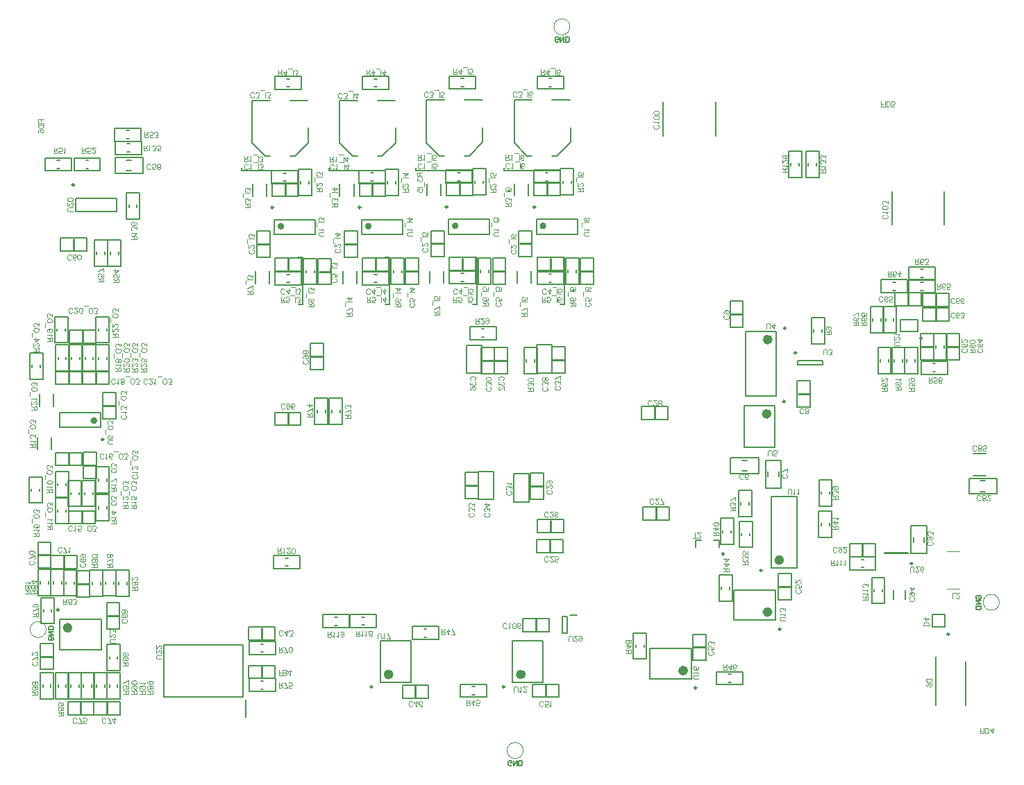
<source format=gbo>
G04 This is an RS-274x file exported by *
G04 gerbv version 2.6A *
G04 More information is available about gerbv at *
G04 http://gerbv.geda-project.org/ *
G04 --End of header info--*
%MOIN*%
%FSLAX34Y34*%
%IPPOS*%
G04 --Define apertures--*
%ADD10C,0.0040*%
%ADD11C,0.0079*%
%ADD12C,0.0098*%
%ADD13C,0.0157*%
%ADD14C,0.0236*%
%ADD15C,0.0100*%
%ADD16C,0.0060*%
%ADD17C,0.0070*%
%ADD18C,0.0039*%
G04 --Start main section--*
G36*
G01X0023617Y-019686D02*
G37*
G36*
G01X0024105Y-019686D02*
G37*
G36*
G01X0021265Y-019686D02*
G37*
G36*
G01X0021963Y-019686D02*
G37*
G36*
G01X0023290Y-020142D02*
G37*
G36*
G01X0022426Y-019686D02*
G37*
G36*
G01X0020450Y-019686D02*
G37*
G36*
G01X0020092Y-020292D02*
G37*
G36*
G01X0020805Y-019977D02*
G37*
G36*
G01X0024635Y-020292D02*
G37*
G36*
G01X0024440Y-020292D02*
G37*
G36*
G01X0046557Y-009409D02*
G37*
G36*
G01X0046772Y-010442D02*
G37*
G36*
G01X0046554Y-010528D02*
G37*
G36*
G01X0046413Y-010950D02*
G37*
G36*
G01X0046463Y-011233D02*
G37*
G36*
G01X0046772Y-012137D02*
G37*
G36*
G01X0046772Y-012285D02*
G37*
G36*
G01X0046772Y-012441D02*
G37*
G36*
G01X0046772Y-012956D02*
G37*
G36*
G01X0046772Y-013429D02*
G37*
G36*
G01X0046772Y-013585D02*
G37*
G36*
G01X0046772Y-013937D02*
G37*
G36*
G01X0046772Y-014347D02*
G37*
G36*
G01X0046322Y-014281D02*
G37*
G36*
G01X0046611Y-014432D02*
G37*
G36*
G01X0046772Y-014904D02*
G37*
G36*
G01X0046460Y-015263D02*
G37*
G36*
G01X0046702Y-015466D02*
G37*
G36*
G01X0046772Y-016073D02*
G37*
G36*
G01X0046616Y-016411D02*
G37*
G36*
G01X0046702Y-016799D02*
G37*
G36*
G01X0046616Y-017139D02*
G37*
G36*
G01X0046772Y-017593D02*
G37*
G36*
G01X0046772Y-017895D02*
G37*
G36*
G01X0046616Y-018141D02*
G37*
G36*
G01X0046614Y-018525D02*
G37*
%LPC*%
G36*
G01X0023595Y-019746D02*
G37*
G36*
G01X0024196Y-019955D02*
G37*
G36*
G01X0021356Y-019955D02*
G37*
G36*
G01X0022412Y-019746D02*
G37*
G36*
G01X0020436Y-019746D02*
G37*
G36*
G01X0046545Y-009448D02*
G37*
%LPD*%
G36*
G01X0046576Y-009522D02*
G37*
%LPC*%
G36*
G01X0046541Y-010583D02*
G37*
G36*
G01X0046452Y-011288D02*
G37*
G36*
G01X0046585Y-013022D02*
G37*
G36*
G01X0046533Y-013937D02*
G37*
G36*
G01X0046595Y-014486D02*
G37*
G36*
G01X0046533Y-016073D02*
G37*
G36*
G01X0046563Y-016466D02*
G37*
G36*
G01X0046563Y-017194D02*
G37*
G36*
G01X0046563Y-018196D02*
G37*
G36*
G01X0046599Y-018579D02*
G37*
%LPD*%
G54D10*
G01X0046891Y-028508D02*
G75*
G03X0046891Y-028508I-000385J0000000D01*
G01X0026274Y-000846D02*
G75*
G03X0026274Y-000846I-000385J0000000D01*
G01X0001123Y-029820D02*
G75*
G03X0001123Y-029820I-000385J0000000D01*
G01X0024027Y-035630D02*
G75*
G03X0024027Y-035630I-000385J0000000D01*
G01X0000740Y-005300D02*
G01X0001000Y-005300D01*
G01X0000740Y-005300D02*
G01X0000740Y-005461D01*
G01X0000864Y-005300D02*
G01X0000864Y-005399D01*
G01X0000740Y-005491D02*
G01X0001000Y-005491D01*
G01X0000740Y-005545D02*
G01X0001000Y-005545D01*
G01X0000740Y-005545D02*
G01X0000740Y-005632D01*
G01X0000740Y-005632D02*
G01X0000752Y-005669D01*
G01X0000752Y-005669D02*
G01X0000777Y-005694D01*
G01X0000777Y-005694D02*
G01X0000802Y-005706D01*
G01X0000802Y-005706D02*
G01X0000839Y-005718D01*
G01X0000839Y-005718D02*
G01X0000901Y-005718D01*
G01X0000901Y-005718D02*
G01X0000938Y-005706D01*
G01X0000938Y-005706D02*
G01X0000963Y-005694D01*
G01X0000963Y-005694D02*
G01X0000988Y-005669D01*
G01X0000988Y-005669D02*
G01X0001000Y-005632D01*
G01X0001000Y-005632D02*
G01X0001000Y-005545D01*
G01X0000777Y-005925D02*
G01X0000752Y-005913D01*
G01X0000752Y-005913D02*
G01X0000740Y-005876D01*
G01X0000740Y-005876D02*
G01X0000740Y-005851D01*
G01X0000740Y-005851D02*
G01X0000752Y-005814D01*
G01X0000752Y-005814D02*
G01X0000790Y-005789D01*
G01X0000790Y-005789D02*
G01X0000851Y-005777D01*
G01X0000851Y-005777D02*
G01X0000913Y-005777D01*
G01X0000913Y-005777D02*
G01X0000963Y-005789D01*
G01X0000963Y-005789D02*
G01X0000988Y-005814D01*
G01X0000988Y-005814D02*
G01X0001000Y-005851D01*
G01X0001000Y-005851D02*
G01X0001000Y-005863D01*
G01X0001000Y-005863D02*
G01X0000988Y-005900D01*
G01X0000988Y-005900D02*
G01X0000963Y-005925D01*
G01X0000963Y-005925D02*
G01X0000926Y-005937D01*
G01X0000926Y-005937D02*
G01X0000913Y-005937D01*
G01X0000913Y-005937D02*
G01X0000876Y-005925D01*
G01X0000876Y-005925D02*
G01X0000851Y-005900D01*
G01X0000851Y-005900D02*
G01X0000839Y-005863D01*
G01X0000839Y-005863D02*
G01X0000839Y-005851D01*
G01X0000839Y-005851D02*
G01X0000851Y-005814D01*
G01X0000851Y-005814D02*
G01X0000876Y-005789D01*
G01X0000876Y-005789D02*
G01X0000913Y-005777D01*
G01X0041220Y-004689D02*
G01X0041220Y-004429D01*
G01X0041220Y-004689D02*
G01X0041381Y-004689D01*
G01X0041220Y-004565D02*
G01X0041319Y-004565D01*
G01X0041411Y-004689D02*
G01X0041411Y-004429D01*
G01X0041466Y-004689D02*
G01X0041466Y-004429D01*
G01X0041466Y-004689D02*
G01X0041552Y-004689D01*
G01X0041552Y-004689D02*
G01X0041589Y-004677D01*
G01X0041589Y-004677D02*
G01X0041614Y-004652D01*
G01X0041614Y-004652D02*
G01X0041626Y-004627D01*
G01X0041626Y-004627D02*
G01X0041639Y-004590D01*
G01X0041639Y-004590D02*
G01X0041639Y-004528D01*
G01X0041639Y-004528D02*
G01X0041626Y-004491D01*
G01X0041626Y-004491D02*
G01X0041614Y-004466D01*
G01X0041614Y-004466D02*
G01X0041589Y-004441D01*
G01X0041589Y-004441D02*
G01X0041552Y-004429D01*
G01X0041552Y-004429D02*
G01X0041466Y-004429D01*
G01X0041846Y-004689D02*
G01X0041722Y-004689D01*
G01X0041722Y-004689D02*
G01X0041709Y-004578D01*
G01X0041709Y-004578D02*
G01X0041722Y-004590D01*
G01X0041722Y-004590D02*
G01X0041759Y-004602D01*
G01X0041759Y-004602D02*
G01X0041796Y-004602D01*
G01X0041796Y-004602D02*
G01X0041833Y-004590D01*
G01X0041833Y-004590D02*
G01X0041858Y-004565D01*
G01X0041858Y-004565D02*
G01X0041870Y-004528D01*
G01X0041870Y-004528D02*
G01X0041870Y-004503D01*
G01X0041870Y-004503D02*
G01X0041858Y-004466D01*
G01X0041858Y-004466D02*
G01X0041833Y-004441D01*
G01X0041833Y-004441D02*
G01X0041796Y-004429D01*
G01X0041796Y-004429D02*
G01X0041759Y-004429D01*
G01X0041759Y-004429D02*
G01X0041722Y-004441D01*
G01X0041722Y-004441D02*
G01X0041709Y-004454D01*
G01X0041709Y-004454D02*
G01X0041697Y-004479D01*
G01X0045965Y-034807D02*
G01X0045965Y-034547D01*
G01X0045965Y-034807D02*
G01X0046125Y-034807D01*
G01X0045965Y-034683D02*
G01X0046064Y-034683D01*
G01X0046155Y-034807D02*
G01X0046155Y-034547D01*
G01X0046210Y-034807D02*
G01X0046210Y-034547D01*
G01X0046210Y-034807D02*
G01X0046296Y-034807D01*
G01X0046296Y-034807D02*
G01X0046333Y-034795D01*
G01X0046333Y-034795D02*
G01X0046358Y-034770D01*
G01X0046358Y-034770D02*
G01X0046371Y-034745D01*
G01X0046371Y-034745D02*
G01X0046383Y-034708D01*
G01X0046383Y-034708D02*
G01X0046383Y-034646D01*
G01X0046383Y-034646D02*
G01X0046371Y-034609D01*
G01X0046371Y-034609D02*
G01X0046358Y-034584D01*
G01X0046358Y-034584D02*
G01X0046333Y-034560D01*
G01X0046333Y-034560D02*
G01X0046296Y-034547D01*
G01X0046296Y-034547D02*
G01X0046210Y-034547D01*
G01X0046565Y-034807D02*
G01X0046441Y-034634D01*
G01X0046441Y-034634D02*
G01X0046627Y-034634D01*
G01X0046565Y-034807D02*
G01X0046565Y-034547D01*
G01X0036750Y-023310D02*
G01X0036750Y-023124D01*
G01X0036750Y-023124D02*
G01X0036762Y-023087D01*
G01X0036762Y-023087D02*
G01X0036787Y-023062D01*
G01X0036787Y-023062D02*
G01X0036824Y-023050D01*
G01X0036824Y-023050D02*
G01X0036849Y-023050D01*
G01X0036849Y-023050D02*
G01X0036886Y-023062D01*
G01X0036886Y-023062D02*
G01X0036911Y-023087D01*
G01X0036911Y-023087D02*
G01X0036923Y-023124D01*
G01X0036923Y-023124D02*
G01X0036923Y-023310D01*
G01X0036995Y-023260D02*
G01X0037020Y-023273D01*
G01X0037020Y-023273D02*
G01X0037057Y-023310D01*
G01X0037057Y-023310D02*
G01X0037057Y-023050D01*
G01X0037186Y-023260D02*
G01X0037210Y-023273D01*
G01X0037210Y-023273D02*
G01X0037248Y-023310D01*
G01X0037248Y-023310D02*
G01X0037248Y-023050D01*
G01X0027189Y-010893D02*
G01X0027003Y-010893D01*
G01X0027003Y-010893D02*
G01X0026966Y-010881D01*
G01X0026966Y-010881D02*
G01X0026941Y-010856D01*
G01X0026941Y-010856D02*
G01X0026929Y-010819D01*
G01X0026929Y-010819D02*
G01X0026929Y-010794D01*
G01X0026929Y-010794D02*
G01X0026941Y-010757D01*
G01X0026941Y-010757D02*
G01X0026966Y-010732D01*
G01X0026966Y-010732D02*
G01X0027003Y-010720D01*
G01X0027003Y-010720D02*
G01X0027189Y-010720D01*
G01X0027140Y-010648D02*
G01X0027152Y-010623D01*
G01X0027152Y-010623D02*
G01X0027189Y-010586D01*
G01X0027189Y-010586D02*
G01X0026929Y-010586D01*
G01X0026842Y-010457D02*
G01X0026842Y-010259D01*
G01X0027189Y-010226D02*
G01X0026929Y-010226D01*
G01X0027152Y-010023D02*
G01X0027177Y-010035D01*
G01X0027177Y-010035D02*
G01X0027189Y-010072D01*
G01X0027189Y-010072D02*
G01X0027189Y-010097D01*
G01X0027189Y-010097D02*
G01X0027177Y-010134D01*
G01X0027177Y-010134D02*
G01X0027140Y-010159D01*
G01X0027140Y-010159D02*
G01X0027078Y-010171D01*
G01X0027078Y-010171D02*
G01X0027016Y-010171D01*
G01X0027016Y-010171D02*
G01X0026966Y-010159D01*
G01X0026966Y-010159D02*
G01X0026941Y-010134D01*
G01X0026941Y-010134D02*
G01X0026929Y-010097D01*
G01X0026929Y-010097D02*
G01X0026929Y-010085D01*
G01X0026929Y-010085D02*
G01X0026941Y-010048D01*
G01X0026941Y-010048D02*
G01X0026966Y-010023D01*
G01X0026966Y-010023D02*
G01X0027003Y-010011D01*
G01X0027003Y-010011D02*
G01X0027016Y-010011D01*
G01X0027016Y-010011D02*
G01X0027053Y-010023D01*
G01X0027053Y-010023D02*
G01X0027078Y-010048D01*
G01X0027078Y-010048D02*
G01X0027090Y-010085D01*
G01X0027090Y-010085D02*
G01X0027090Y-010097D01*
G01X0027090Y-010097D02*
G01X0027078Y-010134D01*
G01X0027078Y-010134D02*
G01X0027053Y-010159D01*
G01X0027053Y-010159D02*
G01X0027016Y-010171D01*
G01X0014455Y-010899D02*
G01X0014270Y-010899D01*
G01X0014270Y-010899D02*
G01X0014233Y-010887D01*
G01X0014233Y-010887D02*
G01X0014208Y-010862D01*
G01X0014208Y-010862D02*
G01X0014195Y-010825D01*
G01X0014195Y-010825D02*
G01X0014195Y-010800D01*
G01X0014195Y-010800D02*
G01X0014208Y-010763D01*
G01X0014208Y-010763D02*
G01X0014233Y-010738D01*
G01X0014233Y-010738D02*
G01X0014270Y-010726D01*
G01X0014270Y-010726D02*
G01X0014455Y-010726D01*
G01X0014406Y-010654D02*
G01X0014418Y-010629D01*
G01X0014418Y-010629D02*
G01X0014455Y-010592D01*
G01X0014455Y-010592D02*
G01X0014195Y-010592D01*
G01X0014109Y-010464D02*
G01X0014109Y-010266D01*
G01X0014455Y-010232D02*
G01X0014195Y-010232D01*
G01X0014455Y-010153D02*
G01X0014455Y-010017D01*
G01X0014455Y-010017D02*
G01X0014356Y-010091D01*
G01X0014356Y-010091D02*
G01X0014356Y-010054D01*
G01X0014356Y-010054D02*
G01X0014344Y-010029D01*
G01X0014344Y-010029D02*
G01X0014332Y-010017D01*
G01X0014332Y-010017D02*
G01X0014295Y-010004D01*
G01X0014295Y-010004D02*
G01X0014270Y-010004D01*
G01X0014270Y-010004D02*
G01X0014233Y-010017D01*
G01X0014233Y-010017D02*
G01X0014208Y-010041D01*
G01X0014208Y-010041D02*
G01X0014195Y-010079D01*
G01X0014195Y-010079D02*
G01X0014195Y-010116D01*
G01X0014195Y-010116D02*
G01X0014208Y-010153D01*
G01X0014208Y-010153D02*
G01X0014220Y-010165D01*
G01X0014220Y-010165D02*
G01X0014245Y-010178D01*
G01X0023236Y-029698D02*
G01X0023223Y-029723D01*
G01X0023223Y-029723D02*
G01X0023199Y-029748D01*
G01X0023199Y-029748D02*
G01X0023174Y-029760D01*
G01X0023174Y-029760D02*
G01X0023124Y-029760D01*
G01X0023124Y-029760D02*
G01X0023100Y-029748D01*
G01X0023100Y-029748D02*
G01X0023075Y-029723D01*
G01X0023075Y-029723D02*
G01X0023062Y-029698D01*
G01X0023062Y-029698D02*
G01X0023050Y-029661D01*
G01X0023050Y-029661D02*
G01X0023050Y-029599D01*
G01X0023050Y-029599D02*
G01X0023062Y-029562D01*
G01X0023062Y-029562D02*
G01X0023075Y-029537D01*
G01X0023075Y-029537D02*
G01X0023100Y-029512D01*
G01X0023100Y-029512D02*
G01X0023124Y-029500D01*
G01X0023124Y-029500D02*
G01X0023174Y-029500D01*
G01X0023174Y-029500D02*
G01X0023199Y-029512D01*
G01X0023199Y-029512D02*
G01X0023223Y-029537D01*
G01X0023223Y-029537D02*
G01X0023236Y-029562D01*
G01X0023309Y-029710D02*
G01X0023333Y-029723D01*
G01X0023333Y-029723D02*
G01X0023371Y-029760D01*
G01X0023371Y-029760D02*
G01X0023371Y-029500D01*
G01X0023574Y-029760D02*
G01X0023536Y-029748D01*
G01X0023536Y-029748D02*
G01X0023512Y-029710D01*
G01X0023512Y-029710D02*
G01X0023499Y-029649D01*
G01X0023499Y-029649D02*
G01X0023499Y-029611D01*
G01X0023499Y-029611D02*
G01X0023512Y-029550D01*
G01X0023512Y-029550D02*
G01X0023536Y-029512D01*
G01X0023536Y-029512D02*
G01X0023574Y-029500D01*
G01X0023574Y-029500D02*
G01X0023598Y-029500D01*
G01X0023598Y-029500D02*
G01X0023635Y-029512D01*
G01X0023635Y-029512D02*
G01X0023660Y-029550D01*
G01X0023660Y-029550D02*
G01X0023673Y-029611D01*
G01X0023673Y-029611D02*
G01X0023673Y-029649D01*
G01X0023673Y-029649D02*
G01X0023660Y-029710D01*
G01X0023660Y-029710D02*
G01X0023635Y-029748D01*
G01X0023635Y-029748D02*
G01X0023598Y-029760D01*
G01X0023598Y-029760D02*
G01X0023574Y-029760D01*
G01X0023879Y-029723D02*
G01X0023867Y-029748D01*
G01X0023867Y-029748D02*
G01X0023830Y-029760D01*
G01X0023830Y-029760D02*
G01X0023805Y-029760D01*
G01X0023805Y-029760D02*
G01X0023768Y-029748D01*
G01X0023768Y-029748D02*
G01X0023743Y-029710D01*
G01X0023743Y-029710D02*
G01X0023731Y-029649D01*
G01X0023731Y-029649D02*
G01X0023731Y-029587D01*
G01X0023731Y-029587D02*
G01X0023743Y-029537D01*
G01X0023743Y-029537D02*
G01X0023768Y-029512D01*
G01X0023768Y-029512D02*
G01X0023805Y-029500D01*
G01X0023805Y-029500D02*
G01X0023817Y-029500D01*
G01X0023817Y-029500D02*
G01X0023855Y-029512D01*
G01X0023855Y-029512D02*
G01X0023879Y-029537D01*
G01X0023879Y-029537D02*
G01X0023892Y-029574D01*
G01X0023892Y-029574D02*
G01X0023892Y-029587D01*
G01X0023892Y-029587D02*
G01X0023879Y-029624D01*
G01X0023879Y-029624D02*
G01X0023855Y-029649D01*
G01X0023855Y-029649D02*
G01X0023817Y-029661D01*
G01X0023817Y-029661D02*
G01X0023805Y-029661D01*
G01X0023805Y-029661D02*
G01X0023768Y-029649D01*
G01X0023768Y-029649D02*
G01X0023743Y-029624D01*
G01X0023743Y-029624D02*
G01X0023731Y-029587D01*
G01X0026220Y-030378D02*
G01X0026220Y-030192D01*
G01X0026220Y-030192D02*
G01X0026233Y-030155D01*
G01X0026233Y-030155D02*
G01X0026258Y-030130D01*
G01X0026258Y-030130D02*
G01X0026295Y-030118D01*
G01X0026295Y-030118D02*
G01X0026319Y-030118D01*
G01X0026319Y-030118D02*
G01X0026357Y-030130D01*
G01X0026357Y-030130D02*
G01X0026381Y-030155D01*
G01X0026381Y-030155D02*
G01X0026394Y-030192D01*
G01X0026394Y-030192D02*
G01X0026394Y-030378D01*
G01X0026478Y-030316D02*
G01X0026478Y-030329D01*
G01X0026478Y-030329D02*
G01X0026490Y-030353D01*
G01X0026490Y-030353D02*
G01X0026503Y-030366D01*
G01X0026503Y-030366D02*
G01X0026527Y-030378D01*
G01X0026527Y-030378D02*
G01X0026577Y-030378D01*
G01X0026577Y-030378D02*
G01X0026602Y-030366D01*
G01X0026602Y-030366D02*
G01X0026614Y-030353D01*
G01X0026614Y-030353D02*
G01X0026626Y-030329D01*
G01X0026626Y-030329D02*
G01X0026626Y-030304D01*
G01X0026626Y-030304D02*
G01X0026614Y-030279D01*
G01X0026614Y-030279D02*
G01X0026589Y-030242D01*
G01X0026589Y-030242D02*
G01X0026466Y-030118D01*
G01X0026466Y-030118D02*
G01X0026639Y-030118D01*
G01X0026858Y-030291D02*
G01X0026846Y-030254D01*
G01X0026846Y-030254D02*
G01X0026821Y-030230D01*
G01X0026821Y-030230D02*
G01X0026784Y-030217D01*
G01X0026784Y-030217D02*
G01X0026771Y-030217D01*
G01X0026771Y-030217D02*
G01X0026734Y-030230D01*
G01X0026734Y-030230D02*
G01X0026709Y-030254D01*
G01X0026709Y-030254D02*
G01X0026697Y-030291D01*
G01X0026697Y-030291D02*
G01X0026697Y-030304D01*
G01X0026697Y-030304D02*
G01X0026709Y-030341D01*
G01X0026709Y-030341D02*
G01X0026734Y-030366D01*
G01X0026734Y-030366D02*
G01X0026771Y-030378D01*
G01X0026771Y-030378D02*
G01X0026784Y-030378D01*
G01X0026784Y-030378D02*
G01X0026821Y-030366D01*
G01X0026821Y-030366D02*
G01X0026846Y-030341D01*
G01X0026846Y-030341D02*
G01X0026858Y-030291D01*
G01X0026858Y-030291D02*
G01X0026858Y-030230D01*
G01X0026858Y-030230D02*
G01X0026846Y-030168D01*
G01X0026846Y-030168D02*
G01X0026821Y-030130D01*
G01X0026821Y-030130D02*
G01X0026784Y-030118D01*
G01X0026784Y-030118D02*
G01X0026759Y-030118D01*
G01X0026759Y-030118D02*
G01X0026722Y-030130D01*
G01X0026722Y-030130D02*
G01X0026709Y-030155D01*
G01X0032445Y-032185D02*
G01X0032259Y-032185D01*
G01X0032259Y-032185D02*
G01X0032222Y-032173D01*
G01X0032222Y-032173D02*
G01X0032197Y-032148D01*
G01X0032197Y-032148D02*
G01X0032185Y-032111D01*
G01X0032185Y-032111D02*
G01X0032185Y-032086D01*
G01X0032185Y-032086D02*
G01X0032197Y-032049D01*
G01X0032197Y-032049D02*
G01X0032222Y-032024D01*
G01X0032222Y-032024D02*
G01X0032259Y-032012D01*
G01X0032259Y-032012D02*
G01X0032445Y-032012D01*
G01X0032395Y-031940D02*
G01X0032408Y-031915D01*
G01X0032408Y-031915D02*
G01X0032445Y-031878D01*
G01X0032445Y-031878D02*
G01X0032185Y-031878D01*
G01X0032408Y-031601D02*
G01X0032433Y-031613D01*
G01X0032433Y-031613D02*
G01X0032445Y-031650D01*
G01X0032445Y-031650D02*
G01X0032445Y-031675D01*
G01X0032445Y-031675D02*
G01X0032433Y-031712D01*
G01X0032433Y-031712D02*
G01X0032395Y-031737D01*
G01X0032395Y-031737D02*
G01X0032334Y-031749D01*
G01X0032334Y-031749D02*
G01X0032272Y-031749D01*
G01X0032272Y-031749D02*
G01X0032222Y-031737D01*
G01X0032222Y-031737D02*
G01X0032197Y-031712D01*
G01X0032197Y-031712D02*
G01X0032185Y-031675D01*
G01X0032185Y-031675D02*
G01X0032185Y-031663D01*
G01X0032185Y-031663D02*
G01X0032197Y-031626D01*
G01X0032197Y-031626D02*
G01X0032222Y-031601D01*
G01X0032222Y-031601D02*
G01X0032259Y-031588D01*
G01X0032259Y-031588D02*
G01X0032272Y-031588D01*
G01X0032272Y-031588D02*
G01X0032309Y-031601D01*
G01X0032309Y-031601D02*
G01X0032334Y-031626D01*
G01X0032334Y-031626D02*
G01X0032346Y-031663D01*
G01X0032346Y-031663D02*
G01X0032346Y-031675D01*
G01X0032346Y-031675D02*
G01X0032334Y-031712D01*
G01X0032334Y-031712D02*
G01X0032309Y-031737D01*
G01X0032309Y-031737D02*
G01X0032272Y-031749D01*
G01X0005460Y-011042D02*
G01X0005200Y-011042D01*
G01X0005460Y-011042D02*
G01X0005460Y-010931D01*
G01X0005460Y-010931D02*
G01X0005448Y-010894D01*
G01X0005448Y-010894D02*
G01X0005435Y-010882D01*
G01X0005435Y-010882D02*
G01X0005410Y-010869D01*
G01X0005410Y-010869D02*
G01X0005386Y-010869D01*
G01X0005386Y-010869D02*
G01X0005361Y-010882D01*
G01X0005361Y-010882D02*
G01X0005349Y-010894D01*
G01X0005349Y-010894D02*
G01X0005336Y-010931D01*
G01X0005336Y-010931D02*
G01X0005336Y-011042D01*
G01X0005336Y-010956D02*
G01X0005200Y-010869D01*
G01X0005410Y-010811D02*
G01X0005423Y-010786D01*
G01X0005423Y-010786D02*
G01X0005460Y-010749D01*
G01X0005460Y-010749D02*
G01X0005200Y-010749D01*
G01X0005460Y-010596D02*
G01X0005460Y-010459D01*
G01X0005460Y-010459D02*
G01X0005361Y-010534D01*
G01X0005361Y-010534D02*
G01X0005361Y-010497D01*
G01X0005361Y-010497D02*
G01X0005349Y-010472D01*
G01X0005349Y-010472D02*
G01X0005336Y-010459D01*
G01X0005336Y-010459D02*
G01X0005299Y-010447D01*
G01X0005299Y-010447D02*
G01X0005274Y-010447D01*
G01X0005274Y-010447D02*
G01X0005237Y-010459D01*
G01X0005237Y-010459D02*
G01X0005212Y-010484D01*
G01X0005212Y-010484D02*
G01X0005200Y-010521D01*
G01X0005200Y-010521D02*
G01X0005200Y-010559D01*
G01X0005200Y-010559D02*
G01X0005212Y-010596D01*
G01X0005212Y-010596D02*
G01X0005225Y-010608D01*
G01X0005225Y-010608D02*
G01X0005250Y-010620D01*
G01X0005423Y-010240D02*
G01X0005448Y-010253D01*
G01X0005448Y-010253D02*
G01X0005460Y-010290D01*
G01X0005460Y-010290D02*
G01X0005460Y-010315D01*
G01X0005460Y-010315D02*
G01X0005448Y-010352D01*
G01X0005448Y-010352D02*
G01X0005410Y-010377D01*
G01X0005410Y-010377D02*
G01X0005349Y-010389D01*
G01X0005349Y-010389D02*
G01X0005287Y-010389D01*
G01X0005287Y-010389D02*
G01X0005237Y-010377D01*
G01X0005237Y-010377D02*
G01X0005212Y-010352D01*
G01X0005212Y-010352D02*
G01X0005200Y-010315D01*
G01X0005200Y-010315D02*
G01X0005200Y-010302D01*
G01X0005200Y-010302D02*
G01X0005212Y-010265D01*
G01X0005212Y-010265D02*
G01X0005237Y-010240D01*
G01X0005237Y-010240D02*
G01X0005274Y-010228D01*
G01X0005274Y-010228D02*
G01X0005287Y-010228D01*
G01X0005287Y-010228D02*
G01X0005324Y-010240D01*
G01X0005324Y-010240D02*
G01X0005349Y-010265D01*
G01X0005349Y-010265D02*
G01X0005361Y-010302D01*
G01X0005361Y-010302D02*
G01X0005361Y-010315D01*
G01X0005361Y-010315D02*
G01X0005349Y-010352D01*
G01X0005349Y-010352D02*
G01X0005324Y-010377D01*
G01X0005324Y-010377D02*
G01X0005287Y-010389D01*
G01X0005797Y-006805D02*
G01X0005797Y-006545D01*
G01X0005797Y-006805D02*
G01X0005909Y-006805D01*
G01X0005909Y-006805D02*
G01X0005946Y-006793D01*
G01X0005946Y-006793D02*
G01X0005958Y-006780D01*
G01X0005958Y-006780D02*
G01X0005971Y-006756D01*
G01X0005971Y-006756D02*
G01X0005971Y-006731D01*
G01X0005971Y-006731D02*
G01X0005958Y-006706D01*
G01X0005958Y-006706D02*
G01X0005946Y-006694D01*
G01X0005946Y-006694D02*
G01X0005909Y-006681D01*
G01X0005909Y-006681D02*
G01X0005797Y-006681D01*
G01X0005884Y-006681D02*
G01X0005971Y-006545D01*
G01X0006029Y-006756D02*
G01X0006053Y-006768D01*
G01X0006053Y-006768D02*
G01X0006091Y-006805D01*
G01X0006091Y-006805D02*
G01X0006091Y-006545D01*
G01X0006244Y-006805D02*
G01X0006380Y-006805D01*
G01X0006380Y-006805D02*
G01X0006306Y-006706D01*
G01X0006306Y-006706D02*
G01X0006343Y-006706D01*
G01X0006343Y-006706D02*
G01X0006368Y-006694D01*
G01X0006368Y-006694D02*
G01X0006380Y-006681D01*
G01X0006380Y-006681D02*
G01X0006393Y-006644D01*
G01X0006393Y-006644D02*
G01X0006393Y-006620D01*
G01X0006393Y-006620D02*
G01X0006380Y-006582D01*
G01X0006380Y-006582D02*
G01X0006356Y-006558D01*
G01X0006356Y-006558D02*
G01X0006318Y-006545D01*
G01X0006318Y-006545D02*
G01X0006281Y-006545D01*
G01X0006281Y-006545D02*
G01X0006244Y-006558D01*
G01X0006244Y-006558D02*
G01X0006232Y-006570D01*
G01X0006232Y-006570D02*
G01X0006219Y-006595D01*
G01X0006599Y-006805D02*
G01X0006476Y-006805D01*
G01X0006476Y-006805D02*
G01X0006463Y-006694D01*
G01X0006463Y-006694D02*
G01X0006476Y-006706D01*
G01X0006476Y-006706D02*
G01X0006513Y-006719D01*
G01X0006513Y-006719D02*
G01X0006550Y-006719D01*
G01X0006550Y-006719D02*
G01X0006587Y-006706D01*
G01X0006587Y-006706D02*
G01X0006612Y-006681D01*
G01X0006612Y-006681D02*
G01X0006624Y-006644D01*
G01X0006624Y-006644D02*
G01X0006624Y-006620D01*
G01X0006624Y-006620D02*
G01X0006612Y-006582D01*
G01X0006612Y-006582D02*
G01X0006587Y-006558D01*
G01X0006587Y-006558D02*
G01X0006550Y-006545D01*
G01X0006550Y-006545D02*
G01X0006513Y-006545D01*
G01X0006513Y-006545D02*
G01X0006476Y-006558D01*
G01X0006476Y-006558D02*
G01X0006463Y-006570D01*
G01X0006463Y-006570D02*
G01X0006451Y-006595D01*
G01X0038547Y-007844D02*
G01X0038287Y-007844D01*
G01X0038547Y-007844D02*
G01X0038547Y-007733D01*
G01X0038547Y-007733D02*
G01X0038535Y-007696D01*
G01X0038535Y-007696D02*
G01X0038523Y-007684D01*
G01X0038523Y-007684D02*
G01X0038498Y-007671D01*
G01X0038498Y-007671D02*
G01X0038473Y-007671D01*
G01X0038473Y-007671D02*
G01X0038448Y-007684D01*
G01X0038448Y-007684D02*
G01X0038436Y-007696D01*
G01X0038436Y-007696D02*
G01X0038424Y-007733D01*
G01X0038424Y-007733D02*
G01X0038424Y-007844D01*
G01X0038424Y-007758D02*
G01X0038287Y-007671D01*
G01X0038498Y-007613D02*
G01X0038510Y-007588D01*
G01X0038510Y-007588D02*
G01X0038547Y-007551D01*
G01X0038547Y-007551D02*
G01X0038287Y-007551D01*
G01X0038547Y-007398D02*
G01X0038547Y-007261D01*
G01X0038547Y-007261D02*
G01X0038448Y-007336D01*
G01X0038448Y-007336D02*
G01X0038448Y-007299D01*
G01X0038448Y-007299D02*
G01X0038436Y-007274D01*
G01X0038436Y-007274D02*
G01X0038424Y-007261D01*
G01X0038424Y-007261D02*
G01X0038386Y-007249D01*
G01X0038386Y-007249D02*
G01X0038362Y-007249D01*
G01X0038362Y-007249D02*
G01X0038325Y-007261D01*
G01X0038325Y-007261D02*
G01X0038300Y-007286D01*
G01X0038300Y-007286D02*
G01X0038287Y-007323D01*
G01X0038287Y-007323D02*
G01X0038287Y-007361D01*
G01X0038287Y-007361D02*
G01X0038300Y-007398D01*
G01X0038300Y-007398D02*
G01X0038312Y-007410D01*
G01X0038312Y-007410D02*
G01X0038337Y-007422D01*
G01X0038547Y-007166D02*
G01X0038547Y-007030D01*
G01X0038547Y-007030D02*
G01X0038448Y-007104D01*
G01X0038448Y-007104D02*
G01X0038448Y-007067D01*
G01X0038448Y-007067D02*
G01X0038436Y-007042D01*
G01X0038436Y-007042D02*
G01X0038424Y-007030D01*
G01X0038424Y-007030D02*
G01X0038386Y-007018D01*
G01X0038386Y-007018D02*
G01X0038362Y-007018D01*
G01X0038362Y-007018D02*
G01X0038325Y-007030D01*
G01X0038325Y-007030D02*
G01X0038300Y-007055D01*
G01X0038300Y-007055D02*
G01X0038287Y-007092D01*
G01X0038287Y-007092D02*
G01X0038287Y-007129D01*
G01X0038287Y-007129D02*
G01X0038300Y-007166D01*
G01X0038300Y-007166D02*
G01X0038312Y-007179D01*
G01X0038312Y-007179D02*
G01X0038337Y-007191D01*
G01X0036726Y-007815D02*
G01X0036467Y-007815D01*
G01X0036726Y-007815D02*
G01X0036726Y-007704D01*
G01X0036726Y-007704D02*
G01X0036714Y-007666D01*
G01X0036714Y-007666D02*
G01X0036702Y-007654D01*
G01X0036702Y-007654D02*
G01X0036677Y-007642D01*
G01X0036677Y-007642D02*
G01X0036652Y-007642D01*
G01X0036652Y-007642D02*
G01X0036627Y-007654D01*
G01X0036627Y-007654D02*
G01X0036615Y-007666D01*
G01X0036615Y-007666D02*
G01X0036603Y-007704D01*
G01X0036603Y-007704D02*
G01X0036603Y-007815D01*
G01X0036603Y-007728D02*
G01X0036467Y-007642D01*
G01X0036677Y-007584D02*
G01X0036689Y-007559D01*
G01X0036689Y-007559D02*
G01X0036726Y-007522D01*
G01X0036726Y-007522D02*
G01X0036467Y-007522D01*
G01X0036665Y-007380D02*
G01X0036677Y-007380D01*
G01X0036677Y-007380D02*
G01X0036702Y-007368D01*
G01X0036702Y-007368D02*
G01X0036714Y-007356D01*
G01X0036714Y-007356D02*
G01X0036726Y-007331D01*
G01X0036726Y-007331D02*
G01X0036726Y-007281D01*
G01X0036726Y-007281D02*
G01X0036714Y-007257D01*
G01X0036714Y-007257D02*
G01X0036702Y-007244D01*
G01X0036702Y-007244D02*
G01X0036677Y-007232D01*
G01X0036677Y-007232D02*
G01X0036652Y-007232D01*
G01X0036652Y-007232D02*
G01X0036627Y-007244D01*
G01X0036627Y-007244D02*
G01X0036590Y-007269D01*
G01X0036590Y-007269D02*
G01X0036467Y-007393D01*
G01X0036467Y-007393D02*
G01X0036467Y-007220D01*
G01X0036689Y-007013D02*
G01X0036714Y-007025D01*
G01X0036714Y-007025D02*
G01X0036726Y-007062D01*
G01X0036726Y-007062D02*
G01X0036726Y-007087D01*
G01X0036726Y-007087D02*
G01X0036714Y-007124D01*
G01X0036714Y-007124D02*
G01X0036677Y-007149D01*
G01X0036677Y-007149D02*
G01X0036615Y-007161D01*
G01X0036615Y-007161D02*
G01X0036553Y-007161D01*
G01X0036553Y-007161D02*
G01X0036504Y-007149D01*
G01X0036504Y-007149D02*
G01X0036479Y-007124D01*
G01X0036479Y-007124D02*
G01X0036467Y-007087D01*
G01X0036467Y-007087D02*
G01X0036467Y-007075D01*
G01X0036467Y-007075D02*
G01X0036479Y-007038D01*
G01X0036479Y-007038D02*
G01X0036504Y-007013D01*
G01X0036504Y-007013D02*
G01X0036541Y-007000D01*
G01X0036541Y-007000D02*
G01X0036553Y-007000D01*
G01X0036553Y-007000D02*
G01X0036590Y-007013D01*
G01X0036590Y-007013D02*
G01X0036615Y-007038D01*
G01X0036615Y-007038D02*
G01X0036627Y-007075D01*
G01X0036627Y-007075D02*
G01X0036627Y-007087D01*
G01X0036627Y-007087D02*
G01X0036615Y-007124D01*
G01X0036615Y-007124D02*
G01X0036590Y-007149D01*
G01X0036590Y-007149D02*
G01X0036553Y-007161D01*
G01X0041468Y-009883D02*
G01X0041492Y-009896D01*
G01X0041492Y-009896D02*
G01X0041517Y-009920D01*
G01X0041517Y-009920D02*
G01X0041530Y-009945D01*
G01X0041530Y-009945D02*
G01X0041530Y-009995D01*
G01X0041530Y-009995D02*
G01X0041517Y-010019D01*
G01X0041517Y-010019D02*
G01X0041492Y-010044D01*
G01X0041492Y-010044D02*
G01X0041468Y-010057D01*
G01X0041468Y-010057D02*
G01X0041431Y-010069D01*
G01X0041431Y-010069D02*
G01X0041369Y-010069D01*
G01X0041369Y-010069D02*
G01X0041332Y-010057D01*
G01X0041332Y-010057D02*
G01X0041307Y-010044D01*
G01X0041307Y-010044D02*
G01X0041282Y-010019D01*
G01X0041282Y-010019D02*
G01X0041270Y-009995D01*
G01X0041270Y-009995D02*
G01X0041270Y-009945D01*
G01X0041270Y-009945D02*
G01X0041282Y-009920D01*
G01X0041282Y-009920D02*
G01X0041307Y-009896D01*
G01X0041307Y-009896D02*
G01X0041332Y-009883D01*
G01X0041480Y-009810D02*
G01X0041492Y-009785D01*
G01X0041492Y-009785D02*
G01X0041530Y-009748D01*
G01X0041530Y-009748D02*
G01X0041270Y-009748D01*
G01X0041530Y-009545D02*
G01X0041517Y-009582D01*
G01X0041517Y-009582D02*
G01X0041480Y-009607D01*
G01X0041480Y-009607D02*
G01X0041418Y-009620D01*
G01X0041418Y-009620D02*
G01X0041381Y-009620D01*
G01X0041381Y-009620D02*
G01X0041319Y-009607D01*
G01X0041319Y-009607D02*
G01X0041282Y-009582D01*
G01X0041282Y-009582D02*
G01X0041270Y-009545D01*
G01X0041270Y-009545D02*
G01X0041270Y-009521D01*
G01X0041270Y-009521D02*
G01X0041282Y-009483D01*
G01X0041282Y-009483D02*
G01X0041319Y-009459D01*
G01X0041319Y-009459D02*
G01X0041381Y-009446D01*
G01X0041381Y-009446D02*
G01X0041418Y-009446D01*
G01X0041418Y-009446D02*
G01X0041480Y-009459D01*
G01X0041480Y-009459D02*
G01X0041517Y-009483D01*
G01X0041517Y-009483D02*
G01X0041530Y-009521D01*
G01X0041530Y-009521D02*
G01X0041530Y-009545D01*
G01X0041530Y-009363D02*
G01X0041530Y-009227D01*
G01X0041530Y-009227D02*
G01X0041431Y-009301D01*
G01X0041431Y-009301D02*
G01X0041431Y-009264D01*
G01X0041431Y-009264D02*
G01X0041418Y-009240D01*
G01X0041418Y-009240D02*
G01X0041406Y-009227D01*
G01X0041406Y-009227D02*
G01X0041369Y-009215D01*
G01X0041369Y-009215D02*
G01X0041344Y-009215D01*
G01X0041344Y-009215D02*
G01X0041307Y-009227D01*
G01X0041307Y-009227D02*
G01X0041282Y-009252D01*
G01X0041282Y-009252D02*
G01X0041270Y-009289D01*
G01X0041270Y-009289D02*
G01X0041270Y-009326D01*
G01X0041270Y-009326D02*
G01X0041282Y-009363D01*
G01X0041282Y-009363D02*
G01X0041294Y-009376D01*
G01X0041294Y-009376D02*
G01X0041319Y-009388D01*
G01X0030483Y-005562D02*
G01X0030508Y-005575D01*
G01X0030508Y-005575D02*
G01X0030533Y-005599D01*
G01X0030533Y-005599D02*
G01X0030545Y-005624D01*
G01X0030545Y-005624D02*
G01X0030545Y-005674D01*
G01X0030545Y-005674D02*
G01X0030533Y-005699D01*
G01X0030533Y-005699D02*
G01X0030508Y-005723D01*
G01X0030508Y-005723D02*
G01X0030483Y-005736D01*
G01X0030483Y-005736D02*
G01X0030446Y-005748D01*
G01X0030446Y-005748D02*
G01X0030384Y-005748D01*
G01X0030384Y-005748D02*
G01X0030347Y-005736D01*
G01X0030347Y-005736D02*
G01X0030323Y-005723D01*
G01X0030323Y-005723D02*
G01X0030298Y-005699D01*
G01X0030298Y-005699D02*
G01X0030285Y-005674D01*
G01X0030285Y-005674D02*
G01X0030285Y-005624D01*
G01X0030285Y-005624D02*
G01X0030298Y-005599D01*
G01X0030298Y-005599D02*
G01X0030323Y-005575D01*
G01X0030323Y-005575D02*
G01X0030347Y-005562D01*
G01X0030496Y-005489D02*
G01X0030508Y-005465D01*
G01X0030508Y-005465D02*
G01X0030545Y-005427D01*
G01X0030545Y-005427D02*
G01X0030285Y-005427D01*
G01X0030545Y-005224D02*
G01X0030533Y-005262D01*
G01X0030533Y-005262D02*
G01X0030496Y-005286D01*
G01X0030496Y-005286D02*
G01X0030434Y-005299D01*
G01X0030434Y-005299D02*
G01X0030397Y-005299D01*
G01X0030397Y-005299D02*
G01X0030335Y-005286D01*
G01X0030335Y-005286D02*
G01X0030298Y-005262D01*
G01X0030298Y-005262D02*
G01X0030285Y-005224D01*
G01X0030285Y-005224D02*
G01X0030285Y-005200D01*
G01X0030285Y-005200D02*
G01X0030298Y-005163D01*
G01X0030298Y-005163D02*
G01X0030335Y-005138D01*
G01X0030335Y-005138D02*
G01X0030397Y-005125D01*
G01X0030397Y-005125D02*
G01X0030434Y-005125D01*
G01X0030434Y-005125D02*
G01X0030496Y-005138D01*
G01X0030496Y-005138D02*
G01X0030533Y-005163D01*
G01X0030533Y-005163D02*
G01X0030545Y-005200D01*
G01X0030545Y-005200D02*
G01X0030545Y-005224D01*
G01X0030545Y-004993D02*
G01X0030533Y-005030D01*
G01X0030533Y-005030D02*
G01X0030496Y-005055D01*
G01X0030496Y-005055D02*
G01X0030434Y-005067D01*
G01X0030434Y-005067D02*
G01X0030397Y-005067D01*
G01X0030397Y-005067D02*
G01X0030335Y-005055D01*
G01X0030335Y-005055D02*
G01X0030298Y-005030D01*
G01X0030298Y-005030D02*
G01X0030285Y-004993D01*
G01X0030285Y-004993D02*
G01X0030285Y-004968D01*
G01X0030285Y-004968D02*
G01X0030298Y-004931D01*
G01X0030298Y-004931D02*
G01X0030335Y-004906D01*
G01X0030335Y-004906D02*
G01X0030397Y-004894D01*
G01X0030397Y-004894D02*
G01X0030434Y-004894D01*
G01X0030434Y-004894D02*
G01X0030496Y-004906D01*
G01X0030496Y-004906D02*
G01X0030533Y-004931D01*
G01X0030533Y-004931D02*
G01X0030545Y-004968D01*
G01X0030545Y-004968D02*
G01X0030545Y-004993D01*
G01X0013910Y-019600D02*
G01X0013650Y-019600D01*
G01X0013910Y-019600D02*
G01X0013910Y-019489D01*
G01X0013910Y-019489D02*
G01X0013898Y-019451D01*
G01X0013898Y-019451D02*
G01X0013885Y-019439D01*
G01X0013885Y-019439D02*
G01X0013860Y-019427D01*
G01X0013860Y-019427D02*
G01X0013836Y-019427D01*
G01X0013836Y-019427D02*
G01X0013811Y-019439D01*
G01X0013811Y-019439D02*
G01X0013799Y-019451D01*
G01X0013799Y-019451D02*
G01X0013786Y-019489D01*
G01X0013786Y-019489D02*
G01X0013786Y-019600D01*
G01X0013786Y-019513D02*
G01X0013650Y-019427D01*
G01X0013910Y-019195D02*
G01X0013650Y-019319D01*
G01X0013910Y-019369D02*
G01X0013910Y-019195D01*
G01X0013910Y-019013D02*
G01X0013737Y-019137D01*
G01X0013737Y-019137D02*
G01X0013737Y-018951D01*
G01X0013910Y-019013D02*
G01X0013650Y-019013D01*
G01X0015731Y-019650D02*
G01X0015471Y-019650D01*
G01X0015731Y-019650D02*
G01X0015731Y-019539D01*
G01X0015731Y-019539D02*
G01X0015719Y-019501D01*
G01X0015719Y-019501D02*
G01X0015706Y-019489D01*
G01X0015706Y-019489D02*
G01X0015682Y-019477D01*
G01X0015682Y-019477D02*
G01X0015657Y-019477D01*
G01X0015657Y-019477D02*
G01X0015632Y-019489D01*
G01X0015632Y-019489D02*
G01X0015620Y-019501D01*
G01X0015620Y-019501D02*
G01X0015607Y-019539D01*
G01X0015607Y-019539D02*
G01X0015607Y-019650D01*
G01X0015607Y-019563D02*
G01X0015471Y-019477D01*
G01X0015731Y-019245D02*
G01X0015471Y-019369D01*
G01X0015731Y-019419D02*
G01X0015731Y-019245D01*
G01X0015731Y-019162D02*
G01X0015731Y-019026D01*
G01X0015731Y-019026D02*
G01X0015632Y-019100D01*
G01X0015632Y-019100D02*
G01X0015632Y-019063D01*
G01X0015632Y-019063D02*
G01X0015620Y-019039D01*
G01X0015620Y-019039D02*
G01X0015607Y-019026D01*
G01X0015607Y-019026D02*
G01X0015570Y-019014D01*
G01X0015570Y-019014D02*
G01X0015546Y-019014D01*
G01X0015546Y-019014D02*
G01X0015508Y-019026D01*
G01X0015508Y-019026D02*
G01X0015484Y-019051D01*
G01X0015484Y-019051D02*
G01X0015471Y-019088D01*
G01X0015471Y-019088D02*
G01X0015471Y-019125D01*
G01X0015471Y-019125D02*
G01X0015484Y-019162D01*
G01X0015484Y-019162D02*
G01X0015496Y-019175D01*
G01X0015496Y-019175D02*
G01X0015521Y-019187D01*
G01X0021750Y-015110D02*
G01X0021750Y-014850D01*
G01X0021750Y-015110D02*
G01X0021861Y-015110D01*
G01X0021861Y-015110D02*
G01X0021899Y-015098D01*
G01X0021899Y-015098D02*
G01X0021911Y-015085D01*
G01X0021911Y-015085D02*
G01X0021923Y-015060D01*
G01X0021923Y-015060D02*
G01X0021923Y-015036D01*
G01X0021923Y-015036D02*
G01X0021911Y-015011D01*
G01X0021911Y-015011D02*
G01X0021899Y-014999D01*
G01X0021899Y-014999D02*
G01X0021861Y-014986D01*
G01X0021861Y-014986D02*
G01X0021750Y-014986D01*
G01X0021837Y-014986D02*
G01X0021923Y-014850D01*
G01X0021994Y-015048D02*
G01X0021994Y-015060D01*
G01X0021994Y-015060D02*
G01X0022006Y-015085D01*
G01X0022006Y-015085D02*
G01X0022019Y-015098D01*
G01X0022019Y-015098D02*
G01X0022043Y-015110D01*
G01X0022043Y-015110D02*
G01X0022093Y-015110D01*
G01X0022093Y-015110D02*
G01X0022118Y-015098D01*
G01X0022118Y-015098D02*
G01X0022130Y-015085D01*
G01X0022130Y-015085D02*
G01X0022142Y-015060D01*
G01X0022142Y-015060D02*
G01X0022142Y-015036D01*
G01X0022142Y-015036D02*
G01X0022130Y-015011D01*
G01X0022130Y-015011D02*
G01X0022105Y-014974D01*
G01X0022105Y-014974D02*
G01X0021981Y-014850D01*
G01X0021981Y-014850D02*
G01X0022155Y-014850D01*
G01X0022374Y-015023D02*
G01X0022361Y-014986D01*
G01X0022361Y-014986D02*
G01X0022337Y-014961D01*
G01X0022337Y-014961D02*
G01X0022300Y-014949D01*
G01X0022300Y-014949D02*
G01X0022287Y-014949D01*
G01X0022287Y-014949D02*
G01X0022250Y-014961D01*
G01X0022250Y-014961D02*
G01X0022225Y-014986D01*
G01X0022225Y-014986D02*
G01X0022213Y-015023D01*
G01X0022213Y-015023D02*
G01X0022213Y-015036D01*
G01X0022213Y-015036D02*
G01X0022225Y-015073D01*
G01X0022225Y-015073D02*
G01X0022250Y-015098D01*
G01X0022250Y-015098D02*
G01X0022287Y-015110D01*
G01X0022287Y-015110D02*
G01X0022300Y-015110D01*
G01X0022300Y-015110D02*
G01X0022337Y-015098D01*
G01X0022337Y-015098D02*
G01X0022361Y-015073D01*
G01X0022361Y-015073D02*
G01X0022374Y-015023D01*
G01X0022374Y-015023D02*
G01X0022374Y-014961D01*
G01X0022374Y-014961D02*
G01X0022361Y-014900D01*
G01X0022361Y-014900D02*
G01X0022337Y-014862D01*
G01X0022337Y-014862D02*
G01X0022300Y-014850D01*
G01X0022300Y-014850D02*
G01X0022275Y-014850D01*
G01X0022275Y-014850D02*
G01X0022238Y-014862D01*
G01X0022238Y-014862D02*
G01X0022225Y-014887D01*
G01X0044626Y-028321D02*
G01X0044626Y-028061D01*
G01X0044626Y-028061D02*
G01X0044775Y-028061D01*
G01X0044815Y-028259D02*
G01X0044815Y-028271D01*
G01X0044815Y-028271D02*
G01X0044828Y-028296D01*
G01X0044828Y-028296D02*
G01X0044840Y-028309D01*
G01X0044840Y-028309D02*
G01X0044865Y-028321D01*
G01X0044865Y-028321D02*
G01X0044914Y-028321D01*
G01X0044914Y-028321D02*
G01X0044939Y-028309D01*
G01X0044939Y-028309D02*
G01X0044952Y-028296D01*
G01X0044952Y-028296D02*
G01X0044964Y-028271D01*
G01X0044964Y-028271D02*
G01X0044964Y-028247D01*
G01X0044964Y-028247D02*
G01X0044952Y-028222D01*
G01X0044952Y-028222D02*
G01X0044927Y-028185D01*
G01X0044927Y-028185D02*
G01X0044803Y-028061D01*
G01X0044803Y-028061D02*
G01X0044976Y-028061D01*
G01X0012486Y-030048D02*
G01X0012473Y-030073D01*
G01X0012473Y-030073D02*
G01X0012449Y-030098D01*
G01X0012449Y-030098D02*
G01X0012424Y-030110D01*
G01X0012424Y-030110D02*
G01X0012374Y-030110D01*
G01X0012374Y-030110D02*
G01X0012350Y-030098D01*
G01X0012350Y-030098D02*
G01X0012325Y-030073D01*
G01X0012325Y-030073D02*
G01X0012312Y-030048D01*
G01X0012312Y-030048D02*
G01X0012300Y-030011D01*
G01X0012300Y-030011D02*
G01X0012300Y-029949D01*
G01X0012300Y-029949D02*
G01X0012312Y-029912D01*
G01X0012312Y-029912D02*
G01X0012325Y-029887D01*
G01X0012325Y-029887D02*
G01X0012350Y-029862D01*
G01X0012350Y-029862D02*
G01X0012374Y-029850D01*
G01X0012374Y-029850D02*
G01X0012424Y-029850D01*
G01X0012424Y-029850D02*
G01X0012449Y-029862D01*
G01X0012449Y-029862D02*
G01X0012473Y-029887D01*
G01X0012473Y-029887D02*
G01X0012486Y-029912D01*
G01X0012682Y-030110D02*
G01X0012559Y-029937D01*
G01X0012559Y-029937D02*
G01X0012744Y-029937D01*
G01X0012682Y-030110D02*
G01X0012682Y-029850D01*
G01X0012815Y-030110D02*
G01X0012951Y-030110D01*
G01X0012951Y-030110D02*
G01X0012877Y-030011D01*
G01X0012877Y-030011D02*
G01X0012914Y-030011D01*
G01X0012914Y-030011D02*
G01X0012939Y-029999D01*
G01X0012939Y-029999D02*
G01X0012951Y-029986D01*
G01X0012951Y-029986D02*
G01X0012963Y-029949D01*
G01X0012963Y-029949D02*
G01X0012963Y-029924D01*
G01X0012963Y-029924D02*
G01X0012951Y-029887D01*
G01X0012951Y-029887D02*
G01X0012926Y-029862D01*
G01X0012926Y-029862D02*
G01X0012889Y-029850D01*
G01X0012889Y-029850D02*
G01X0012852Y-029850D01*
G01X0012852Y-029850D02*
G01X0012815Y-029862D01*
G01X0012815Y-029862D02*
G01X0012803Y-029875D01*
G01X0012803Y-029875D02*
G01X0012790Y-029900D01*
G01X0012250Y-026160D02*
G01X0012250Y-025900D01*
G01X0012250Y-026160D02*
G01X0012361Y-026160D01*
G01X0012361Y-026160D02*
G01X0012399Y-026148D01*
G01X0012399Y-026148D02*
G01X0012411Y-026135D01*
G01X0012411Y-026135D02*
G01X0012423Y-026110D01*
G01X0012423Y-026110D02*
G01X0012423Y-026086D01*
G01X0012423Y-026086D02*
G01X0012411Y-026061D01*
G01X0012411Y-026061D02*
G01X0012399Y-026049D01*
G01X0012399Y-026049D02*
G01X0012361Y-026036D01*
G01X0012361Y-026036D02*
G01X0012250Y-026036D01*
G01X0012337Y-026036D02*
G01X0012423Y-025900D01*
G01X0012481Y-026110D02*
G01X0012506Y-026123D01*
G01X0012506Y-026123D02*
G01X0012543Y-026160D01*
G01X0012543Y-026160D02*
G01X0012543Y-025900D01*
G01X0012684Y-026098D02*
G01X0012684Y-026110D01*
G01X0012684Y-026110D02*
G01X0012697Y-026135D01*
G01X0012697Y-026135D02*
G01X0012709Y-026148D01*
G01X0012709Y-026148D02*
G01X0012734Y-026160D01*
G01X0012734Y-026160D02*
G01X0012784Y-026160D01*
G01X0012784Y-026160D02*
G01X0012808Y-026148D01*
G01X0012808Y-026148D02*
G01X0012821Y-026135D01*
G01X0012821Y-026135D02*
G01X0012833Y-026110D01*
G01X0012833Y-026110D02*
G01X0012833Y-026086D01*
G01X0012833Y-026086D02*
G01X0012821Y-026061D01*
G01X0012821Y-026061D02*
G01X0012796Y-026024D01*
G01X0012796Y-026024D02*
G01X0012672Y-025900D01*
G01X0012672Y-025900D02*
G01X0012845Y-025900D01*
G01X0012978Y-026160D02*
G01X0012941Y-026148D01*
G01X0012941Y-026148D02*
G01X0012916Y-026110D01*
G01X0012916Y-026110D02*
G01X0012904Y-026049D01*
G01X0012904Y-026049D02*
G01X0012904Y-026011D01*
G01X0012904Y-026011D02*
G01X0012916Y-025950D01*
G01X0012916Y-025950D02*
G01X0012941Y-025912D01*
G01X0012941Y-025912D02*
G01X0012978Y-025900D01*
G01X0012978Y-025900D02*
G01X0013003Y-025900D01*
G01X0013003Y-025900D02*
G01X0013040Y-025912D01*
G01X0013040Y-025912D02*
G01X0013064Y-025950D01*
G01X0013064Y-025950D02*
G01X0013077Y-026011D01*
G01X0013077Y-026011D02*
G01X0013077Y-026049D01*
G01X0013077Y-026049D02*
G01X0013064Y-026110D01*
G01X0013064Y-026110D02*
G01X0013040Y-026148D01*
G01X0013040Y-026148D02*
G01X0013003Y-026160D01*
G01X0013003Y-026160D02*
G01X0012978Y-026160D01*
G01X0013648Y-016864D02*
G01X0013673Y-016877D01*
G01X0013673Y-016877D02*
G01X0013698Y-016901D01*
G01X0013698Y-016901D02*
G01X0013710Y-016926D01*
G01X0013710Y-016926D02*
G01X0013710Y-016976D01*
G01X0013710Y-016976D02*
G01X0013698Y-017000D01*
G01X0013698Y-017000D02*
G01X0013673Y-017025D01*
G01X0013673Y-017025D02*
G01X0013648Y-017038D01*
G01X0013648Y-017038D02*
G01X0013611Y-017050D01*
G01X0013611Y-017050D02*
G01X0013549Y-017050D01*
G01X0013549Y-017050D02*
G01X0013512Y-017038D01*
G01X0013512Y-017038D02*
G01X0013487Y-017025D01*
G01X0013487Y-017025D02*
G01X0013462Y-017000D01*
G01X0013462Y-017000D02*
G01X0013450Y-016976D01*
G01X0013450Y-016976D02*
G01X0013450Y-016926D01*
G01X0013450Y-016926D02*
G01X0013462Y-016901D01*
G01X0013462Y-016901D02*
G01X0013487Y-016877D01*
G01X0013487Y-016877D02*
G01X0013512Y-016864D01*
G01X0013623Y-016630D02*
G01X0013586Y-016643D01*
G01X0013586Y-016643D02*
G01X0013561Y-016668D01*
G01X0013561Y-016668D02*
G01X0013549Y-016705D01*
G01X0013549Y-016705D02*
G01X0013549Y-016717D01*
G01X0013549Y-016717D02*
G01X0013561Y-016754D01*
G01X0013561Y-016754D02*
G01X0013586Y-016779D01*
G01X0013586Y-016779D02*
G01X0013623Y-016791D01*
G01X0013623Y-016791D02*
G01X0013636Y-016791D01*
G01X0013636Y-016791D02*
G01X0013673Y-016779D01*
G01X0013673Y-016779D02*
G01X0013698Y-016754D01*
G01X0013698Y-016754D02*
G01X0013710Y-016717D01*
G01X0013710Y-016717D02*
G01X0013710Y-016705D01*
G01X0013710Y-016705D02*
G01X0013698Y-016668D01*
G01X0013698Y-016668D02*
G01X0013673Y-016643D01*
G01X0013673Y-016643D02*
G01X0013623Y-016630D01*
G01X0013623Y-016630D02*
G01X0013561Y-016630D01*
G01X0013561Y-016630D02*
G01X0013500Y-016643D01*
G01X0013500Y-016643D02*
G01X0013462Y-016668D01*
G01X0013462Y-016668D02*
G01X0013450Y-016705D01*
G01X0013450Y-016705D02*
G01X0013450Y-016729D01*
G01X0013450Y-016729D02*
G01X0013462Y-016767D01*
G01X0013462Y-016767D02*
G01X0013487Y-016779D01*
G01X0013710Y-016498D02*
G01X0013698Y-016535D01*
G01X0013698Y-016535D02*
G01X0013673Y-016547D01*
G01X0013673Y-016547D02*
G01X0013648Y-016547D01*
G01X0013648Y-016547D02*
G01X0013623Y-016535D01*
G01X0013623Y-016535D02*
G01X0013611Y-016510D01*
G01X0013611Y-016510D02*
G01X0013599Y-016461D01*
G01X0013599Y-016461D02*
G01X0013586Y-016424D01*
G01X0013586Y-016424D02*
G01X0013561Y-016399D01*
G01X0013561Y-016399D02*
G01X0013537Y-016387D01*
G01X0013537Y-016387D02*
G01X0013500Y-016387D01*
G01X0013500Y-016387D02*
G01X0013475Y-016399D01*
G01X0013475Y-016399D02*
G01X0013462Y-016411D01*
G01X0013462Y-016411D02*
G01X0013450Y-016448D01*
G01X0013450Y-016448D02*
G01X0013450Y-016498D01*
G01X0013450Y-016498D02*
G01X0013462Y-016535D01*
G01X0013462Y-016535D02*
G01X0013475Y-016547D01*
G01X0013475Y-016547D02*
G01X0013500Y-016560D01*
G01X0013500Y-016560D02*
G01X0013537Y-016560D01*
G01X0013537Y-016560D02*
G01X0013561Y-016547D01*
G01X0013561Y-016547D02*
G01X0013586Y-016523D01*
G01X0013586Y-016523D02*
G01X0013599Y-016486D01*
G01X0013599Y-016486D02*
G01X0013611Y-016436D01*
G01X0013611Y-016436D02*
G01X0013623Y-016411D01*
G01X0013623Y-016411D02*
G01X0013648Y-016399D01*
G01X0013648Y-016399D02*
G01X0013673Y-016399D01*
G01X0013673Y-016399D02*
G01X0013698Y-016411D01*
G01X0013698Y-016411D02*
G01X0013710Y-016448D01*
G01X0013710Y-016448D02*
G01X0013710Y-016498D01*
G01X0012581Y-019148D02*
G01X0012569Y-019173D01*
G01X0012569Y-019173D02*
G01X0012544Y-019198D01*
G01X0012544Y-019198D02*
G01X0012519Y-019210D01*
G01X0012519Y-019210D02*
G01X0012470Y-019210D01*
G01X0012470Y-019210D02*
G01X0012445Y-019198D01*
G01X0012445Y-019198D02*
G01X0012420Y-019173D01*
G01X0012420Y-019173D02*
G01X0012408Y-019148D01*
G01X0012408Y-019148D02*
G01X0012395Y-019111D01*
G01X0012395Y-019111D02*
G01X0012395Y-019049D01*
G01X0012395Y-019049D02*
G01X0012408Y-019012D01*
G01X0012408Y-019012D02*
G01X0012420Y-018987D01*
G01X0012420Y-018987D02*
G01X0012445Y-018962D01*
G01X0012445Y-018962D02*
G01X0012470Y-018950D01*
G01X0012470Y-018950D02*
G01X0012519Y-018950D01*
G01X0012519Y-018950D02*
G01X0012544Y-018962D01*
G01X0012544Y-018962D02*
G01X0012569Y-018987D01*
G01X0012569Y-018987D02*
G01X0012581Y-019012D01*
G01X0012815Y-019123D02*
G01X0012803Y-019086D01*
G01X0012803Y-019086D02*
G01X0012778Y-019061D01*
G01X0012778Y-019061D02*
G01X0012741Y-019049D01*
G01X0012741Y-019049D02*
G01X0012728Y-019049D01*
G01X0012728Y-019049D02*
G01X0012691Y-019061D01*
G01X0012691Y-019061D02*
G01X0012667Y-019086D01*
G01X0012667Y-019086D02*
G01X0012654Y-019123D01*
G01X0012654Y-019123D02*
G01X0012654Y-019136D01*
G01X0012654Y-019136D02*
G01X0012667Y-019173D01*
G01X0012667Y-019173D02*
G01X0012691Y-019198D01*
G01X0012691Y-019198D02*
G01X0012728Y-019210D01*
G01X0012728Y-019210D02*
G01X0012741Y-019210D01*
G01X0012741Y-019210D02*
G01X0012778Y-019198D01*
G01X0012778Y-019198D02*
G01X0012803Y-019173D01*
G01X0012803Y-019173D02*
G01X0012815Y-019123D01*
G01X0012815Y-019123D02*
G01X0012815Y-019061D01*
G01X0012815Y-019061D02*
G01X0012803Y-019000D01*
G01X0012803Y-019000D02*
G01X0012778Y-018962D01*
G01X0012778Y-018962D02*
G01X0012741Y-018950D01*
G01X0012741Y-018950D02*
G01X0012716Y-018950D01*
G01X0012716Y-018950D02*
G01X0012679Y-018962D01*
G01X0012679Y-018962D02*
G01X0012667Y-018987D01*
G01X0013034Y-019173D02*
G01X0013022Y-019198D01*
G01X0013022Y-019198D02*
G01X0012985Y-019210D01*
G01X0012985Y-019210D02*
G01X0012960Y-019210D01*
G01X0012960Y-019210D02*
G01X0012923Y-019198D01*
G01X0012923Y-019198D02*
G01X0012898Y-019160D01*
G01X0012898Y-019160D02*
G01X0012886Y-019099D01*
G01X0012886Y-019099D02*
G01X0012886Y-019037D01*
G01X0012886Y-019037D02*
G01X0012898Y-018987D01*
G01X0012898Y-018987D02*
G01X0012923Y-018962D01*
G01X0012923Y-018962D02*
G01X0012960Y-018950D01*
G01X0012960Y-018950D02*
G01X0012972Y-018950D01*
G01X0012972Y-018950D02*
G01X0013009Y-018962D01*
G01X0013009Y-018962D02*
G01X0013034Y-018987D01*
G01X0013034Y-018987D02*
G01X0013047Y-019024D01*
G01X0013047Y-019024D02*
G01X0013047Y-019037D01*
G01X0013047Y-019037D02*
G01X0013034Y-019074D01*
G01X0013034Y-019074D02*
G01X0013009Y-019099D01*
G01X0013009Y-019099D02*
G01X0012972Y-019111D01*
G01X0012972Y-019111D02*
G01X0012960Y-019111D01*
G01X0012960Y-019111D02*
G01X0012923Y-019099D01*
G01X0012923Y-019099D02*
G01X0012898Y-019074D01*
G01X0012898Y-019074D02*
G01X0012886Y-019037D01*
G01X0025748Y-018114D02*
G01X0025773Y-018127D01*
G01X0025773Y-018127D02*
G01X0025798Y-018151D01*
G01X0025798Y-018151D02*
G01X0025810Y-018176D01*
G01X0025810Y-018176D02*
G01X0025810Y-018226D01*
G01X0025810Y-018226D02*
G01X0025798Y-018250D01*
G01X0025798Y-018250D02*
G01X0025773Y-018275D01*
G01X0025773Y-018275D02*
G01X0025748Y-018288D01*
G01X0025748Y-018288D02*
G01X0025711Y-018300D01*
G01X0025711Y-018300D02*
G01X0025649Y-018300D01*
G01X0025649Y-018300D02*
G01X0025612Y-018288D01*
G01X0025612Y-018288D02*
G01X0025587Y-018275D01*
G01X0025587Y-018275D02*
G01X0025562Y-018250D01*
G01X0025562Y-018250D02*
G01X0025550Y-018226D01*
G01X0025550Y-018226D02*
G01X0025550Y-018176D01*
G01X0025550Y-018176D02*
G01X0025562Y-018151D01*
G01X0025562Y-018151D02*
G01X0025587Y-018127D01*
G01X0025587Y-018127D02*
G01X0025612Y-018114D01*
G01X0025810Y-018017D02*
G01X0025810Y-017880D01*
G01X0025810Y-017880D02*
G01X0025711Y-017955D01*
G01X0025711Y-017955D02*
G01X0025711Y-017918D01*
G01X0025711Y-017918D02*
G01X0025699Y-017893D01*
G01X0025699Y-017893D02*
G01X0025686Y-017880D01*
G01X0025686Y-017880D02*
G01X0025649Y-017868D01*
G01X0025649Y-017868D02*
G01X0025624Y-017868D01*
G01X0025624Y-017868D02*
G01X0025587Y-017880D01*
G01X0025587Y-017880D02*
G01X0025562Y-017905D01*
G01X0025562Y-017905D02*
G01X0025550Y-017942D01*
G01X0025550Y-017942D02*
G01X0025550Y-017979D01*
G01X0025550Y-017979D02*
G01X0025562Y-018017D01*
G01X0025562Y-018017D02*
G01X0025575Y-018029D01*
G01X0025575Y-018029D02*
G01X0025600Y-018041D01*
G01X0025810Y-017637D02*
G01X0025550Y-017760D01*
G01X0025810Y-017810D02*
G01X0025810Y-017637D01*
G01X0021598Y-024214D02*
G01X0021623Y-024227D01*
G01X0021623Y-024227D02*
G01X0021648Y-024251D01*
G01X0021648Y-024251D02*
G01X0021660Y-024276D01*
G01X0021660Y-024276D02*
G01X0021660Y-024326D01*
G01X0021660Y-024326D02*
G01X0021648Y-024350D01*
G01X0021648Y-024350D02*
G01X0021623Y-024375D01*
G01X0021623Y-024375D02*
G01X0021598Y-024388D01*
G01X0021598Y-024388D02*
G01X0021561Y-024400D01*
G01X0021561Y-024400D02*
G01X0021499Y-024400D01*
G01X0021499Y-024400D02*
G01X0021462Y-024388D01*
G01X0021462Y-024388D02*
G01X0021437Y-024375D01*
G01X0021437Y-024375D02*
G01X0021412Y-024350D01*
G01X0021412Y-024350D02*
G01X0021400Y-024326D01*
G01X0021400Y-024326D02*
G01X0021400Y-024276D01*
G01X0021400Y-024276D02*
G01X0021412Y-024251D01*
G01X0021412Y-024251D02*
G01X0021437Y-024227D01*
G01X0021437Y-024227D02*
G01X0021462Y-024214D01*
G01X0021660Y-024117D02*
G01X0021660Y-023980D01*
G01X0021660Y-023980D02*
G01X0021561Y-024055D01*
G01X0021561Y-024055D02*
G01X0021561Y-024018D01*
G01X0021561Y-024018D02*
G01X0021549Y-023993D01*
G01X0021549Y-023993D02*
G01X0021536Y-023980D01*
G01X0021536Y-023980D02*
G01X0021499Y-023968D01*
G01X0021499Y-023968D02*
G01X0021474Y-023968D01*
G01X0021474Y-023968D02*
G01X0021437Y-023980D01*
G01X0021437Y-023980D02*
G01X0021412Y-024005D01*
G01X0021412Y-024005D02*
G01X0021400Y-024042D01*
G01X0021400Y-024042D02*
G01X0021400Y-024079D01*
G01X0021400Y-024079D02*
G01X0021412Y-024117D01*
G01X0021412Y-024117D02*
G01X0021425Y-024129D01*
G01X0021425Y-024129D02*
G01X0021450Y-024141D01*
G01X0021660Y-023885D02*
G01X0021660Y-023749D01*
G01X0021660Y-023749D02*
G01X0021561Y-023823D01*
G01X0021561Y-023823D02*
G01X0021561Y-023786D01*
G01X0021561Y-023786D02*
G01X0021549Y-023761D01*
G01X0021549Y-023761D02*
G01X0021536Y-023749D01*
G01X0021536Y-023749D02*
G01X0021499Y-023737D01*
G01X0021499Y-023737D02*
G01X0021474Y-023737D01*
G01X0021474Y-023737D02*
G01X0021437Y-023749D01*
G01X0021437Y-023749D02*
G01X0021412Y-023774D01*
G01X0021412Y-023774D02*
G01X0021400Y-023811D01*
G01X0021400Y-023811D02*
G01X0021400Y-023848D01*
G01X0021400Y-023848D02*
G01X0021412Y-023885D01*
G01X0021412Y-023885D02*
G01X0021425Y-023897D01*
G01X0021425Y-023897D02*
G01X0021450Y-023910D01*
G01X0043392Y-032185D02*
G01X0043652Y-032185D01*
G01X0043392Y-032185D02*
G01X0043392Y-032272D01*
G01X0043392Y-032272D02*
G01X0043404Y-032309D01*
G01X0043404Y-032309D02*
G01X0043429Y-032334D01*
G01X0043429Y-032334D02*
G01X0043454Y-032346D01*
G01X0043454Y-032346D02*
G01X0043491Y-032358D01*
G01X0043491Y-032358D02*
G01X0043553Y-032358D01*
G01X0043553Y-032358D02*
G01X0043590Y-032346D01*
G01X0043590Y-032346D02*
G01X0043614Y-032334D01*
G01X0043614Y-032334D02*
G01X0043639Y-032309D01*
G01X0043639Y-032309D02*
G01X0043652Y-032272D01*
G01X0043652Y-032272D02*
G01X0043652Y-032185D01*
G01X0043429Y-032565D02*
G01X0043404Y-032553D01*
G01X0043404Y-032553D02*
G01X0043392Y-032516D01*
G01X0043392Y-032516D02*
G01X0043392Y-032491D01*
G01X0043392Y-032491D02*
G01X0043404Y-032454D01*
G01X0043404Y-032454D02*
G01X0043441Y-032429D01*
G01X0043441Y-032429D02*
G01X0043503Y-032416D01*
G01X0043503Y-032416D02*
G01X0043565Y-032416D01*
G01X0043565Y-032416D02*
G01X0043614Y-032429D01*
G01X0043614Y-032429D02*
G01X0043639Y-032454D01*
G01X0043639Y-032454D02*
G01X0043652Y-032491D01*
G01X0043652Y-032491D02*
G01X0043652Y-032503D01*
G01X0043652Y-032503D02*
G01X0043639Y-032540D01*
G01X0043639Y-032540D02*
G01X0043614Y-032565D01*
G01X0043614Y-032565D02*
G01X0043577Y-032577D01*
G01X0043577Y-032577D02*
G01X0043565Y-032577D01*
G01X0043565Y-032577D02*
G01X0043528Y-032565D01*
G01X0043528Y-032565D02*
G01X0043503Y-032540D01*
G01X0043503Y-032540D02*
G01X0043491Y-032503D01*
G01X0043491Y-032503D02*
G01X0043491Y-032491D01*
G01X0043491Y-032491D02*
G01X0043503Y-032454D01*
G01X0043503Y-032454D02*
G01X0043528Y-032429D01*
G01X0043528Y-032429D02*
G01X0043565Y-032416D01*
G01X0044739Y-014778D02*
G01X0044727Y-014803D01*
G01X0044727Y-014803D02*
G01X0044702Y-014828D01*
G01X0044702Y-014828D02*
G01X0044678Y-014840D01*
G01X0044678Y-014840D02*
G01X0044628Y-014840D01*
G01X0044628Y-014840D02*
G01X0044603Y-014828D01*
G01X0044603Y-014828D02*
G01X0044579Y-014803D01*
G01X0044579Y-014803D02*
G01X0044566Y-014778D01*
G01X0044566Y-014778D02*
G01X0044554Y-014741D01*
G01X0044554Y-014741D02*
G01X0044554Y-014679D01*
G01X0044554Y-014679D02*
G01X0044566Y-014642D01*
G01X0044566Y-014642D02*
G01X0044579Y-014617D01*
G01X0044579Y-014617D02*
G01X0044603Y-014592D01*
G01X0044603Y-014592D02*
G01X0044628Y-014580D01*
G01X0044628Y-014580D02*
G01X0044678Y-014580D01*
G01X0044678Y-014580D02*
G01X0044702Y-014592D01*
G01X0044702Y-014592D02*
G01X0044727Y-014617D01*
G01X0044727Y-014617D02*
G01X0044739Y-014642D01*
G01X0044961Y-014803D02*
G01X0044949Y-014828D01*
G01X0044949Y-014828D02*
G01X0044911Y-014840D01*
G01X0044911Y-014840D02*
G01X0044887Y-014840D01*
G01X0044887Y-014840D02*
G01X0044850Y-014828D01*
G01X0044850Y-014828D02*
G01X0044825Y-014790D01*
G01X0044825Y-014790D02*
G01X0044812Y-014729D01*
G01X0044812Y-014729D02*
G01X0044812Y-014667D01*
G01X0044812Y-014667D02*
G01X0044825Y-014617D01*
G01X0044825Y-014617D02*
G01X0044850Y-014592D01*
G01X0044850Y-014592D02*
G01X0044887Y-014580D01*
G01X0044887Y-014580D02*
G01X0044899Y-014580D01*
G01X0044899Y-014580D02*
G01X0044936Y-014592D01*
G01X0044936Y-014592D02*
G01X0044961Y-014617D01*
G01X0044961Y-014617D02*
G01X0044973Y-014654D01*
G01X0044973Y-014654D02*
G01X0044973Y-014667D01*
G01X0044973Y-014667D02*
G01X0044961Y-014704D01*
G01X0044961Y-014704D02*
G01X0044936Y-014729D01*
G01X0044936Y-014729D02*
G01X0044899Y-014741D01*
G01X0044899Y-014741D02*
G01X0044887Y-014741D01*
G01X0044887Y-014741D02*
G01X0044850Y-014729D01*
G01X0044850Y-014729D02*
G01X0044825Y-014704D01*
G01X0044825Y-014704D02*
G01X0044812Y-014667D01*
G01X0045055Y-014840D02*
G01X0045191Y-014840D01*
G01X0045191Y-014840D02*
G01X0045117Y-014741D01*
G01X0045117Y-014741D02*
G01X0045154Y-014741D01*
G01X0045154Y-014741D02*
G01X0045179Y-014729D01*
G01X0045179Y-014729D02*
G01X0045191Y-014716D01*
G01X0045191Y-014716D02*
G01X0045204Y-014679D01*
G01X0045204Y-014679D02*
G01X0045204Y-014654D01*
G01X0045204Y-014654D02*
G01X0045191Y-014617D01*
G01X0045191Y-014617D02*
G01X0045166Y-014592D01*
G01X0045166Y-014592D02*
G01X0045129Y-014580D01*
G01X0045129Y-014580D02*
G01X0045092Y-014580D01*
G01X0045092Y-014580D02*
G01X0045055Y-014592D01*
G01X0045055Y-014592D02*
G01X0045043Y-014605D01*
G01X0045043Y-014605D02*
G01X0045030Y-014630D01*
G01X0022430Y-018164D02*
G01X0022454Y-018177D01*
G01X0022454Y-018177D02*
G01X0022479Y-018201D01*
G01X0022479Y-018201D02*
G01X0022492Y-018226D01*
G01X0022492Y-018226D02*
G01X0022492Y-018276D01*
G01X0022492Y-018276D02*
G01X0022479Y-018300D01*
G01X0022479Y-018300D02*
G01X0022454Y-018325D01*
G01X0022454Y-018325D02*
G01X0022430Y-018338D01*
G01X0022430Y-018338D02*
G01X0022393Y-018350D01*
G01X0022393Y-018350D02*
G01X0022331Y-018350D01*
G01X0022331Y-018350D02*
G01X0022294Y-018338D01*
G01X0022294Y-018338D02*
G01X0022269Y-018325D01*
G01X0022269Y-018325D02*
G01X0022244Y-018300D01*
G01X0022244Y-018300D02*
G01X0022232Y-018276D01*
G01X0022232Y-018276D02*
G01X0022232Y-018226D01*
G01X0022232Y-018226D02*
G01X0022244Y-018201D01*
G01X0022244Y-018201D02*
G01X0022269Y-018177D01*
G01X0022269Y-018177D02*
G01X0022294Y-018164D01*
G01X0022492Y-018067D02*
G01X0022492Y-017930D01*
G01X0022492Y-017930D02*
G01X0022393Y-018005D01*
G01X0022393Y-018005D02*
G01X0022393Y-017968D01*
G01X0022393Y-017968D02*
G01X0022380Y-017943D01*
G01X0022380Y-017943D02*
G01X0022368Y-017930D01*
G01X0022368Y-017930D02*
G01X0022331Y-017918D01*
G01X0022331Y-017918D02*
G01X0022306Y-017918D01*
G01X0022306Y-017918D02*
G01X0022269Y-017930D01*
G01X0022269Y-017930D02*
G01X0022244Y-017955D01*
G01X0022244Y-017955D02*
G01X0022232Y-017992D01*
G01X0022232Y-017992D02*
G01X0022232Y-018029D01*
G01X0022232Y-018029D02*
G01X0022244Y-018067D01*
G01X0022244Y-018067D02*
G01X0022256Y-018079D01*
G01X0022256Y-018079D02*
G01X0022281Y-018091D01*
G01X0022492Y-017786D02*
G01X0022479Y-017823D01*
G01X0022479Y-017823D02*
G01X0022442Y-017847D01*
G01X0022442Y-017847D02*
G01X0022380Y-017860D01*
G01X0022380Y-017860D02*
G01X0022343Y-017860D01*
G01X0022343Y-017860D02*
G01X0022281Y-017847D01*
G01X0022281Y-017847D02*
G01X0022244Y-017823D01*
G01X0022244Y-017823D02*
G01X0022232Y-017786D01*
G01X0022232Y-017786D02*
G01X0022232Y-017761D01*
G01X0022232Y-017761D02*
G01X0022244Y-017724D01*
G01X0022244Y-017724D02*
G01X0022281Y-017699D01*
G01X0022281Y-017699D02*
G01X0022343Y-017687D01*
G01X0022343Y-017687D02*
G01X0022380Y-017687D01*
G01X0022380Y-017687D02*
G01X0022442Y-017699D01*
G01X0022442Y-017699D02*
G01X0022479Y-017724D01*
G01X0022479Y-017724D02*
G01X0022492Y-017761D01*
G01X0022492Y-017761D02*
G01X0022492Y-017786D01*
G01X0010919Y-009508D02*
G01X0010659Y-009508D01*
G01X0010919Y-009508D02*
G01X0010919Y-009396D01*
G01X0010919Y-009396D02*
G01X0010907Y-009359D01*
G01X0010907Y-009359D02*
G01X0010895Y-009347D01*
G01X0010895Y-009347D02*
G01X0010870Y-009335D01*
G01X0010870Y-009335D02*
G01X0010845Y-009335D01*
G01X0010845Y-009335D02*
G01X0010820Y-009347D01*
G01X0010820Y-009347D02*
G01X0010808Y-009359D01*
G01X0010808Y-009359D02*
G01X0010796Y-009396D01*
G01X0010796Y-009396D02*
G01X0010796Y-009508D01*
G01X0010796Y-009421D02*
G01X0010659Y-009335D01*
G01X0010919Y-009252D02*
G01X0010919Y-009115D01*
G01X0010919Y-009115D02*
G01X0010820Y-009190D01*
G01X0010820Y-009190D02*
G01X0010820Y-009153D01*
G01X0010820Y-009153D02*
G01X0010808Y-009128D01*
G01X0010808Y-009128D02*
G01X0010796Y-009115D01*
G01X0010796Y-009115D02*
G01X0010758Y-009103D01*
G01X0010758Y-009103D02*
G01X0010734Y-009103D01*
G01X0010734Y-009103D02*
G01X0010697Y-009115D01*
G01X0010697Y-009115D02*
G01X0010672Y-009140D01*
G01X0010672Y-009140D02*
G01X0010659Y-009177D01*
G01X0010659Y-009177D02*
G01X0010659Y-009215D01*
G01X0010659Y-009215D02*
G01X0010672Y-009252D01*
G01X0010672Y-009252D02*
G01X0010684Y-009264D01*
G01X0010684Y-009264D02*
G01X0010709Y-009276D01*
G01X0010573Y-009045D02*
G01X0010573Y-008847D01*
G01X0010919Y-008813D02*
G01X0010659Y-008813D01*
G01X0010919Y-008734D02*
G01X0010919Y-008598D01*
G01X0010919Y-008598D02*
G01X0010820Y-008672D01*
G01X0010820Y-008672D02*
G01X0010820Y-008635D01*
G01X0010820Y-008635D02*
G01X0010808Y-008610D01*
G01X0010808Y-008610D02*
G01X0010796Y-008598D01*
G01X0010796Y-008598D02*
G01X0010758Y-008586D01*
G01X0010758Y-008586D02*
G01X0010734Y-008586D01*
G01X0010734Y-008586D02*
G01X0010697Y-008598D01*
G01X0010697Y-008598D02*
G01X0010672Y-008623D01*
G01X0010672Y-008623D02*
G01X0010659Y-008660D01*
G01X0010659Y-008660D02*
G01X0010659Y-008697D01*
G01X0010659Y-008697D02*
G01X0010672Y-008734D01*
G01X0010672Y-008734D02*
G01X0010684Y-008747D01*
G01X0010684Y-008747D02*
G01X0010709Y-008759D01*
G01X0004325Y-020900D02*
G01X0004139Y-020900D01*
G01X0004139Y-020900D02*
G01X0004102Y-020888D01*
G01X0004102Y-020888D02*
G01X0004077Y-020863D01*
G01X0004077Y-020863D02*
G01X0004065Y-020826D01*
G01X0004065Y-020826D02*
G01X0004065Y-020801D01*
G01X0004065Y-020801D02*
G01X0004077Y-020764D01*
G01X0004077Y-020764D02*
G01X0004102Y-020739D01*
G01X0004102Y-020739D02*
G01X0004139Y-020727D01*
G01X0004139Y-020727D02*
G01X0004325Y-020727D01*
G01X0004288Y-020506D02*
G01X0004313Y-020519D01*
G01X0004313Y-020519D02*
G01X0004325Y-020556D01*
G01X0004325Y-020556D02*
G01X0004325Y-020581D01*
G01X0004325Y-020581D02*
G01X0004313Y-020618D01*
G01X0004313Y-020618D02*
G01X0004275Y-020643D01*
G01X0004275Y-020643D02*
G01X0004214Y-020655D01*
G01X0004214Y-020655D02*
G01X0004152Y-020655D01*
G01X0004152Y-020655D02*
G01X0004102Y-020643D01*
G01X0004102Y-020643D02*
G01X0004077Y-020618D01*
G01X0004077Y-020618D02*
G01X0004065Y-020581D01*
G01X0004065Y-020581D02*
G01X0004065Y-020568D01*
G01X0004065Y-020568D02*
G01X0004077Y-020531D01*
G01X0004077Y-020531D02*
G01X0004102Y-020506D01*
G01X0004102Y-020506D02*
G01X0004139Y-020494D01*
G01X0004139Y-020494D02*
G01X0004152Y-020494D01*
G01X0004152Y-020494D02*
G01X0004189Y-020506D01*
G01X0004189Y-020506D02*
G01X0004214Y-020531D01*
G01X0004214Y-020531D02*
G01X0004226Y-020568D01*
G01X0004226Y-020568D02*
G01X0004226Y-020581D01*
G01X0004226Y-020581D02*
G01X0004214Y-020618D01*
G01X0004214Y-020618D02*
G01X0004189Y-020643D01*
G01X0004189Y-020643D02*
G01X0004152Y-020655D01*
G01X0003978Y-020437D02*
G01X0003978Y-020239D01*
G01X0004325Y-020131D02*
G01X0004313Y-020156D01*
G01X0004313Y-020156D02*
G01X0004288Y-020181D01*
G01X0004288Y-020181D02*
G01X0004263Y-020193D01*
G01X0004263Y-020193D02*
G01X0004226Y-020206D01*
G01X0004226Y-020206D02*
G01X0004164Y-020206D01*
G01X0004164Y-020206D02*
G01X0004127Y-020193D01*
G01X0004127Y-020193D02*
G01X0004102Y-020181D01*
G01X0004102Y-020181D02*
G01X0004077Y-020156D01*
G01X0004077Y-020156D02*
G01X0004065Y-020131D01*
G01X0004065Y-020131D02*
G01X0004065Y-020082D01*
G01X0004065Y-020082D02*
G01X0004077Y-020057D01*
G01X0004077Y-020057D02*
G01X0004102Y-020032D01*
G01X0004102Y-020032D02*
G01X0004127Y-020020D01*
G01X0004127Y-020020D02*
G01X0004164Y-020008D01*
G01X0004164Y-020008D02*
G01X0004226Y-020008D01*
G01X0004226Y-020008D02*
G01X0004263Y-020020D01*
G01X0004263Y-020020D02*
G01X0004288Y-020032D01*
G01X0004288Y-020032D02*
G01X0004313Y-020057D01*
G01X0004313Y-020057D02*
G01X0004325Y-020082D01*
G01X0004325Y-020082D02*
G01X0004325Y-020131D01*
G01X0004325Y-019922D02*
G01X0004325Y-019786D01*
G01X0004325Y-019786D02*
G01X0004226Y-019860D01*
G01X0004226Y-019860D02*
G01X0004226Y-019823D01*
G01X0004226Y-019823D02*
G01X0004214Y-019798D01*
G01X0004214Y-019798D02*
G01X0004201Y-019786D01*
G01X0004201Y-019786D02*
G01X0004164Y-019774D01*
G01X0004164Y-019774D02*
G01X0004139Y-019774D01*
G01X0004139Y-019774D02*
G01X0004102Y-019786D01*
G01X0004102Y-019786D02*
G01X0004077Y-019811D01*
G01X0004077Y-019811D02*
G01X0004065Y-019848D01*
G01X0004065Y-019848D02*
G01X0004065Y-019885D01*
G01X0004065Y-019885D02*
G01X0004077Y-019922D01*
G01X0004077Y-019922D02*
G01X0004090Y-019934D01*
G01X0004090Y-019934D02*
G01X0004114Y-019947D01*
G01X0022858Y-010899D02*
G01X0022673Y-010899D01*
G01X0022673Y-010899D02*
G01X0022636Y-010887D01*
G01X0022636Y-010887D02*
G01X0022611Y-010862D01*
G01X0022611Y-010862D02*
G01X0022598Y-010825D01*
G01X0022598Y-010825D02*
G01X0022598Y-010800D01*
G01X0022598Y-010800D02*
G01X0022611Y-010763D01*
G01X0022611Y-010763D02*
G01X0022636Y-010738D01*
G01X0022636Y-010738D02*
G01X0022673Y-010726D01*
G01X0022673Y-010726D02*
G01X0022858Y-010726D01*
G01X0022809Y-010654D02*
G01X0022821Y-010629D01*
G01X0022821Y-010629D02*
G01X0022858Y-010592D01*
G01X0022858Y-010592D02*
G01X0022598Y-010592D01*
G01X0022512Y-010464D02*
G01X0022512Y-010266D01*
G01X0022858Y-010232D02*
G01X0022598Y-010232D01*
G01X0022858Y-010029D02*
G01X0022858Y-010153D01*
G01X0022858Y-010153D02*
G01X0022747Y-010165D01*
G01X0022747Y-010165D02*
G01X0022759Y-010153D01*
G01X0022759Y-010153D02*
G01X0022772Y-010116D01*
G01X0022772Y-010116D02*
G01X0022772Y-010079D01*
G01X0022772Y-010079D02*
G01X0022759Y-010041D01*
G01X0022759Y-010041D02*
G01X0022735Y-010017D01*
G01X0022735Y-010017D02*
G01X0022697Y-010004D01*
G01X0022697Y-010004D02*
G01X0022673Y-010004D01*
G01X0022673Y-010004D02*
G01X0022636Y-010017D01*
G01X0022636Y-010017D02*
G01X0022611Y-010041D01*
G01X0022611Y-010041D02*
G01X0022598Y-010079D01*
G01X0022598Y-010079D02*
G01X0022598Y-010116D01*
G01X0022598Y-010116D02*
G01X0022611Y-010153D01*
G01X0022611Y-010153D02*
G01X0022623Y-010165D01*
G01X0022623Y-010165D02*
G01X0022648Y-010178D01*
G01X0005941Y-017416D02*
G01X0005681Y-017416D01*
G01X0005941Y-017416D02*
G01X0005941Y-017304D01*
G01X0005941Y-017304D02*
G01X0005929Y-017267D01*
G01X0005929Y-017267D02*
G01X0005916Y-017255D01*
G01X0005916Y-017255D02*
G01X0005892Y-017242D01*
G01X0005892Y-017242D02*
G01X0005867Y-017242D01*
G01X0005867Y-017242D02*
G01X0005842Y-017255D01*
G01X0005842Y-017255D02*
G01X0005830Y-017267D01*
G01X0005830Y-017267D02*
G01X0005817Y-017304D01*
G01X0005817Y-017304D02*
G01X0005817Y-017416D01*
G01X0005817Y-017329D02*
G01X0005681Y-017242D01*
G01X0005879Y-017172D02*
G01X0005892Y-017172D01*
G01X0005892Y-017172D02*
G01X0005916Y-017159D01*
G01X0005916Y-017159D02*
G01X0005929Y-017147D01*
G01X0005929Y-017147D02*
G01X0005941Y-017122D01*
G01X0005941Y-017122D02*
G01X0005941Y-017073D01*
G01X0005941Y-017073D02*
G01X0005929Y-017048D01*
G01X0005929Y-017048D02*
G01X0005916Y-017036D01*
G01X0005916Y-017036D02*
G01X0005892Y-017023D01*
G01X0005892Y-017023D02*
G01X0005867Y-017023D01*
G01X0005867Y-017023D02*
G01X0005842Y-017036D01*
G01X0005842Y-017036D02*
G01X0005805Y-017060D01*
G01X0005805Y-017060D02*
G01X0005681Y-017184D01*
G01X0005681Y-017184D02*
G01X0005681Y-017011D01*
G01X0005941Y-016804D02*
G01X0005941Y-016928D01*
G01X0005941Y-016928D02*
G01X0005830Y-016940D01*
G01X0005830Y-016940D02*
G01X0005842Y-016928D01*
G01X0005842Y-016928D02*
G01X0005854Y-016891D01*
G01X0005854Y-016891D02*
G01X0005854Y-016854D01*
G01X0005854Y-016854D02*
G01X0005842Y-016817D01*
G01X0005842Y-016817D02*
G01X0005817Y-016792D01*
G01X0005817Y-016792D02*
G01X0005780Y-016779D01*
G01X0005780Y-016779D02*
G01X0005755Y-016779D01*
G01X0005755Y-016779D02*
G01X0005718Y-016792D01*
G01X0005718Y-016792D02*
G01X0005693Y-016817D01*
G01X0005693Y-016817D02*
G01X0005681Y-016854D01*
G01X0005681Y-016854D02*
G01X0005681Y-016891D01*
G01X0005681Y-016891D02*
G01X0005693Y-016928D01*
G01X0005693Y-016928D02*
G01X0005706Y-016940D01*
G01X0005706Y-016940D02*
G01X0005731Y-016953D01*
G01X0005594Y-016721D02*
G01X0005594Y-016523D01*
G01X0005941Y-016415D02*
G01X0005929Y-016440D01*
G01X0005929Y-016440D02*
G01X0005904Y-016465D01*
G01X0005904Y-016465D02*
G01X0005879Y-016477D01*
G01X0005879Y-016477D02*
G01X0005842Y-016490D01*
G01X0005842Y-016490D02*
G01X0005780Y-016490D01*
G01X0005780Y-016490D02*
G01X0005743Y-016477D01*
G01X0005743Y-016477D02*
G01X0005718Y-016465D01*
G01X0005718Y-016465D02*
G01X0005693Y-016440D01*
G01X0005693Y-016440D02*
G01X0005681Y-016415D01*
G01X0005681Y-016415D02*
G01X0005681Y-016366D01*
G01X0005681Y-016366D02*
G01X0005693Y-016341D01*
G01X0005693Y-016341D02*
G01X0005718Y-016316D01*
G01X0005718Y-016316D02*
G01X0005743Y-016304D01*
G01X0005743Y-016304D02*
G01X0005780Y-016292D01*
G01X0005780Y-016292D02*
G01X0005842Y-016292D01*
G01X0005842Y-016292D02*
G01X0005879Y-016304D01*
G01X0005879Y-016304D02*
G01X0005904Y-016316D01*
G01X0005904Y-016316D02*
G01X0005929Y-016341D01*
G01X0005929Y-016341D02*
G01X0005941Y-016366D01*
G01X0005941Y-016366D02*
G01X0005941Y-016415D01*
G01X0005941Y-016206D02*
G01X0005941Y-016070D01*
G01X0005941Y-016070D02*
G01X0005842Y-016144D01*
G01X0005842Y-016144D02*
G01X0005842Y-016107D01*
G01X0005842Y-016107D02*
G01X0005830Y-016082D01*
G01X0005830Y-016082D02*
G01X0005817Y-016070D01*
G01X0005817Y-016070D02*
G01X0005780Y-016058D01*
G01X0005780Y-016058D02*
G01X0005755Y-016058D01*
G01X0005755Y-016058D02*
G01X0005718Y-016070D01*
G01X0005718Y-016070D02*
G01X0005693Y-016095D01*
G01X0005693Y-016095D02*
G01X0005681Y-016132D01*
G01X0005681Y-016132D02*
G01X0005681Y-016169D01*
G01X0005681Y-016169D02*
G01X0005693Y-016206D01*
G01X0005693Y-016206D02*
G01X0005706Y-016219D01*
G01X0005706Y-016219D02*
G01X0005731Y-016231D01*
G01X0000782Y-016447D02*
G01X0000522Y-016447D01*
G01X0000782Y-016447D02*
G01X0000782Y-016335D01*
G01X0000782Y-016335D02*
G01X0000769Y-016298D01*
G01X0000769Y-016298D02*
G01X0000757Y-016286D01*
G01X0000757Y-016286D02*
G01X0000732Y-016274D01*
G01X0000732Y-016274D02*
G01X0000707Y-016274D01*
G01X0000707Y-016274D02*
G01X0000683Y-016286D01*
G01X0000683Y-016286D02*
G01X0000670Y-016298D01*
G01X0000670Y-016298D02*
G01X0000658Y-016335D01*
G01X0000658Y-016335D02*
G01X0000658Y-016447D01*
G01X0000658Y-016360D02*
G01X0000522Y-016274D01*
G01X0000720Y-016203D02*
G01X0000732Y-016203D01*
G01X0000732Y-016203D02*
G01X0000757Y-016191D01*
G01X0000757Y-016191D02*
G01X0000769Y-016178D01*
G01X0000769Y-016178D02*
G01X0000782Y-016154D01*
G01X0000782Y-016154D02*
G01X0000782Y-016104D01*
G01X0000782Y-016104D02*
G01X0000769Y-016079D01*
G01X0000769Y-016079D02*
G01X0000757Y-016067D01*
G01X0000757Y-016067D02*
G01X0000732Y-016054D01*
G01X0000732Y-016054D02*
G01X0000707Y-016054D01*
G01X0000707Y-016054D02*
G01X0000683Y-016067D01*
G01X0000683Y-016067D02*
G01X0000645Y-016092D01*
G01X0000645Y-016092D02*
G01X0000522Y-016215D01*
G01X0000522Y-016215D02*
G01X0000522Y-016042D01*
G01X0000782Y-015860D02*
G01X0000608Y-015984D01*
G01X0000608Y-015984D02*
G01X0000608Y-015798D01*
G01X0000782Y-015860D02*
G01X0000522Y-015860D01*
G01X0000435Y-015752D02*
G01X0000435Y-015554D01*
G01X0000782Y-015447D02*
G01X0000769Y-015471D01*
G01X0000769Y-015471D02*
G01X0000744Y-015496D01*
G01X0000744Y-015496D02*
G01X0000720Y-015509D01*
G01X0000720Y-015509D02*
G01X0000683Y-015521D01*
G01X0000683Y-015521D02*
G01X0000621Y-015521D01*
G01X0000621Y-015521D02*
G01X0000584Y-015509D01*
G01X0000584Y-015509D02*
G01X0000559Y-015496D01*
G01X0000559Y-015496D02*
G01X0000534Y-015471D01*
G01X0000534Y-015471D02*
G01X0000522Y-015447D01*
G01X0000522Y-015447D02*
G01X0000522Y-015397D01*
G01X0000522Y-015397D02*
G01X0000534Y-015372D01*
G01X0000534Y-015372D02*
G01X0000559Y-015348D01*
G01X0000559Y-015348D02*
G01X0000584Y-015335D01*
G01X0000584Y-015335D02*
G01X0000621Y-015323D01*
G01X0000621Y-015323D02*
G01X0000683Y-015323D01*
G01X0000683Y-015323D02*
G01X0000720Y-015335D01*
G01X0000720Y-015335D02*
G01X0000744Y-015348D01*
G01X0000744Y-015348D02*
G01X0000769Y-015372D01*
G01X0000769Y-015372D02*
G01X0000782Y-015397D01*
G01X0000782Y-015397D02*
G01X0000782Y-015447D01*
G01X0000782Y-015237D02*
G01X0000782Y-015101D01*
G01X0000782Y-015101D02*
G01X0000683Y-015176D01*
G01X0000683Y-015176D02*
G01X0000683Y-015138D01*
G01X0000683Y-015138D02*
G01X0000670Y-015114D01*
G01X0000670Y-015114D02*
G01X0000658Y-015101D01*
G01X0000658Y-015101D02*
G01X0000621Y-015089D01*
G01X0000621Y-015089D02*
G01X0000596Y-015089D01*
G01X0000596Y-015089D02*
G01X0000559Y-015101D01*
G01X0000559Y-015101D02*
G01X0000534Y-015126D01*
G01X0000534Y-015126D02*
G01X0000522Y-015163D01*
G01X0000522Y-015163D02*
G01X0000522Y-015200D01*
G01X0000522Y-015200D02*
G01X0000534Y-015237D01*
G01X0000534Y-015237D02*
G01X0000546Y-015250D01*
G01X0000546Y-015250D02*
G01X0000571Y-015262D01*
G01X0005511Y-017416D02*
G01X0005251Y-017416D01*
G01X0005511Y-017416D02*
G01X0005511Y-017304D01*
G01X0005511Y-017304D02*
G01X0005499Y-017267D01*
G01X0005499Y-017267D02*
G01X0005487Y-017255D01*
G01X0005487Y-017255D02*
G01X0005462Y-017242D01*
G01X0005462Y-017242D02*
G01X0005437Y-017242D01*
G01X0005437Y-017242D02*
G01X0005412Y-017255D01*
G01X0005412Y-017255D02*
G01X0005400Y-017267D01*
G01X0005400Y-017267D02*
G01X0005388Y-017304D01*
G01X0005388Y-017304D02*
G01X0005388Y-017416D01*
G01X0005388Y-017329D02*
G01X0005251Y-017242D01*
G01X0005449Y-017172D02*
G01X0005462Y-017172D01*
G01X0005462Y-017172D02*
G01X0005487Y-017159D01*
G01X0005487Y-017159D02*
G01X0005499Y-017147D01*
G01X0005499Y-017147D02*
G01X0005511Y-017122D01*
G01X0005511Y-017122D02*
G01X0005511Y-017073D01*
G01X0005511Y-017073D02*
G01X0005499Y-017048D01*
G01X0005499Y-017048D02*
G01X0005487Y-017036D01*
G01X0005487Y-017036D02*
G01X0005462Y-017023D01*
G01X0005462Y-017023D02*
G01X0005437Y-017023D01*
G01X0005437Y-017023D02*
G01X0005412Y-017036D01*
G01X0005412Y-017036D02*
G01X0005375Y-017060D01*
G01X0005375Y-017060D02*
G01X0005251Y-017184D01*
G01X0005251Y-017184D02*
G01X0005251Y-017011D01*
G01X0005511Y-016928D02*
G01X0005511Y-016792D01*
G01X0005511Y-016792D02*
G01X0005412Y-016866D01*
G01X0005412Y-016866D02*
G01X0005412Y-016829D01*
G01X0005412Y-016829D02*
G01X0005400Y-016804D01*
G01X0005400Y-016804D02*
G01X0005388Y-016792D01*
G01X0005388Y-016792D02*
G01X0005350Y-016779D01*
G01X0005350Y-016779D02*
G01X0005326Y-016779D01*
G01X0005326Y-016779D02*
G01X0005289Y-016792D01*
G01X0005289Y-016792D02*
G01X0005264Y-016817D01*
G01X0005264Y-016817D02*
G01X0005251Y-016854D01*
G01X0005251Y-016854D02*
G01X0005251Y-016891D01*
G01X0005251Y-016891D02*
G01X0005264Y-016928D01*
G01X0005264Y-016928D02*
G01X0005276Y-016940D01*
G01X0005276Y-016940D02*
G01X0005301Y-016953D01*
G01X0005165Y-016721D02*
G01X0005165Y-016523D01*
G01X0005511Y-016415D02*
G01X0005499Y-016440D01*
G01X0005499Y-016440D02*
G01X0005474Y-016465D01*
G01X0005474Y-016465D02*
G01X0005449Y-016477D01*
G01X0005449Y-016477D02*
G01X0005412Y-016490D01*
G01X0005412Y-016490D02*
G01X0005350Y-016490D01*
G01X0005350Y-016490D02*
G01X0005313Y-016477D01*
G01X0005313Y-016477D02*
G01X0005289Y-016465D01*
G01X0005289Y-016465D02*
G01X0005264Y-016440D01*
G01X0005264Y-016440D02*
G01X0005251Y-016415D01*
G01X0005251Y-016415D02*
G01X0005251Y-016366D01*
G01X0005251Y-016366D02*
G01X0005264Y-016341D01*
G01X0005264Y-016341D02*
G01X0005289Y-016316D01*
G01X0005289Y-016316D02*
G01X0005313Y-016304D01*
G01X0005313Y-016304D02*
G01X0005350Y-016292D01*
G01X0005350Y-016292D02*
G01X0005412Y-016292D01*
G01X0005412Y-016292D02*
G01X0005449Y-016304D01*
G01X0005449Y-016304D02*
G01X0005474Y-016316D01*
G01X0005474Y-016316D02*
G01X0005499Y-016341D01*
G01X0005499Y-016341D02*
G01X0005511Y-016366D01*
G01X0005511Y-016366D02*
G01X0005511Y-016415D01*
G01X0005511Y-016206D02*
G01X0005511Y-016070D01*
G01X0005511Y-016070D02*
G01X0005412Y-016144D01*
G01X0005412Y-016144D02*
G01X0005412Y-016107D01*
G01X0005412Y-016107D02*
G01X0005400Y-016082D01*
G01X0005400Y-016082D02*
G01X0005388Y-016070D01*
G01X0005388Y-016070D02*
G01X0005350Y-016058D01*
G01X0005350Y-016058D02*
G01X0005326Y-016058D01*
G01X0005326Y-016058D02*
G01X0005289Y-016070D01*
G01X0005289Y-016070D02*
G01X0005264Y-016095D01*
G01X0005264Y-016095D02*
G01X0005251Y-016132D01*
G01X0005251Y-016132D02*
G01X0005251Y-016169D01*
G01X0005251Y-016169D02*
G01X0005264Y-016206D01*
G01X0005264Y-016206D02*
G01X0005276Y-016219D01*
G01X0005276Y-016219D02*
G01X0005301Y-016231D01*
G01X0004560Y-015750D02*
G01X0004300Y-015750D01*
G01X0004560Y-015750D02*
G01X0004560Y-015639D01*
G01X0004560Y-015639D02*
G01X0004548Y-015601D01*
G01X0004548Y-015601D02*
G01X0004535Y-015589D01*
G01X0004535Y-015589D02*
G01X0004510Y-015577D01*
G01X0004510Y-015577D02*
G01X0004486Y-015577D01*
G01X0004486Y-015577D02*
G01X0004461Y-015589D01*
G01X0004461Y-015589D02*
G01X0004449Y-015601D01*
G01X0004449Y-015601D02*
G01X0004436Y-015639D01*
G01X0004436Y-015639D02*
G01X0004436Y-015750D01*
G01X0004436Y-015663D02*
G01X0004300Y-015577D01*
G01X0004498Y-015506D02*
G01X0004510Y-015506D01*
G01X0004510Y-015506D02*
G01X0004535Y-015494D01*
G01X0004535Y-015494D02*
G01X0004548Y-015481D01*
G01X0004548Y-015481D02*
G01X0004560Y-015457D01*
G01X0004560Y-015457D02*
G01X0004560Y-015407D01*
G01X0004560Y-015407D02*
G01X0004548Y-015382D01*
G01X0004548Y-015382D02*
G01X0004535Y-015370D01*
G01X0004535Y-015370D02*
G01X0004510Y-015358D01*
G01X0004510Y-015358D02*
G01X0004486Y-015358D01*
G01X0004486Y-015358D02*
G01X0004461Y-015370D01*
G01X0004461Y-015370D02*
G01X0004424Y-015395D01*
G01X0004424Y-015395D02*
G01X0004300Y-015519D01*
G01X0004300Y-015519D02*
G01X0004300Y-015345D01*
G01X0004498Y-015275D02*
G01X0004510Y-015275D01*
G01X0004510Y-015275D02*
G01X0004535Y-015262D01*
G01X0004535Y-015262D02*
G01X0004548Y-015250D01*
G01X0004548Y-015250D02*
G01X0004560Y-015225D01*
G01X0004560Y-015225D02*
G01X0004560Y-015176D01*
G01X0004560Y-015176D02*
G01X0004548Y-015151D01*
G01X0004548Y-015151D02*
G01X0004535Y-015139D01*
G01X0004535Y-015139D02*
G01X0004510Y-015126D01*
G01X0004510Y-015126D02*
G01X0004486Y-015126D01*
G01X0004486Y-015126D02*
G01X0004461Y-015139D01*
G01X0004461Y-015139D02*
G01X0004424Y-015163D01*
G01X0004424Y-015163D02*
G01X0004300Y-015287D01*
G01X0004300Y-015287D02*
G01X0004300Y-015114D01*
G01X0004213Y-015056D02*
G01X0004213Y-014858D01*
G01X0004560Y-014750D02*
G01X0004548Y-014775D01*
G01X0004548Y-014775D02*
G01X0004523Y-014799D01*
G01X0004523Y-014799D02*
G01X0004498Y-014812D01*
G01X0004498Y-014812D02*
G01X0004461Y-014824D01*
G01X0004461Y-014824D02*
G01X0004399Y-014824D01*
G01X0004399Y-014824D02*
G01X0004362Y-014812D01*
G01X0004362Y-014812D02*
G01X0004337Y-014799D01*
G01X0004337Y-014799D02*
G01X0004312Y-014775D01*
G01X0004312Y-014775D02*
G01X0004300Y-014750D01*
G01X0004300Y-014750D02*
G01X0004300Y-014700D01*
G01X0004300Y-014700D02*
G01X0004312Y-014676D01*
G01X0004312Y-014676D02*
G01X0004337Y-014651D01*
G01X0004337Y-014651D02*
G01X0004362Y-014638D01*
G01X0004362Y-014638D02*
G01X0004399Y-014626D01*
G01X0004399Y-014626D02*
G01X0004461Y-014626D01*
G01X0004461Y-014626D02*
G01X0004498Y-014638D01*
G01X0004498Y-014638D02*
G01X0004523Y-014651D01*
G01X0004523Y-014651D02*
G01X0004548Y-014676D01*
G01X0004548Y-014676D02*
G01X0004560Y-014700D01*
G01X0004560Y-014700D02*
G01X0004560Y-014750D01*
G01X0004560Y-014541D02*
G01X0004560Y-014404D01*
G01X0004560Y-014404D02*
G01X0004461Y-014479D01*
G01X0004461Y-014479D02*
G01X0004461Y-014442D01*
G01X0004461Y-014442D02*
G01X0004449Y-014417D01*
G01X0004449Y-014417D02*
G01X0004436Y-014404D01*
G01X0004436Y-014404D02*
G01X0004399Y-014392D01*
G01X0004399Y-014392D02*
G01X0004374Y-014392D01*
G01X0004374Y-014392D02*
G01X0004337Y-014404D01*
G01X0004337Y-014404D02*
G01X0004312Y-014429D01*
G01X0004312Y-014429D02*
G01X0004300Y-014466D01*
G01X0004300Y-014466D02*
G01X0004300Y-014504D01*
G01X0004300Y-014504D02*
G01X0004312Y-014541D01*
G01X0004312Y-014541D02*
G01X0004325Y-014553D01*
G01X0004325Y-014553D02*
G01X0004350Y-014565D01*
G01X0000683Y-019250D02*
G01X0000423Y-019250D01*
G01X0000683Y-019250D02*
G01X0000683Y-019139D01*
G01X0000683Y-019139D02*
G01X0000671Y-019101D01*
G01X0000671Y-019101D02*
G01X0000658Y-019089D01*
G01X0000658Y-019089D02*
G01X0000634Y-019077D01*
G01X0000634Y-019077D02*
G01X0000609Y-019077D01*
G01X0000609Y-019077D02*
G01X0000584Y-019089D01*
G01X0000584Y-019089D02*
G01X0000572Y-019101D01*
G01X0000572Y-019101D02*
G01X0000559Y-019139D01*
G01X0000559Y-019139D02*
G01X0000559Y-019250D01*
G01X0000559Y-019163D02*
G01X0000423Y-019077D01*
G01X0000621Y-019006D02*
G01X0000634Y-019006D01*
G01X0000634Y-019006D02*
G01X0000658Y-018994D01*
G01X0000658Y-018994D02*
G01X0000671Y-018981D01*
G01X0000671Y-018981D02*
G01X0000683Y-018957D01*
G01X0000683Y-018957D02*
G01X0000683Y-018907D01*
G01X0000683Y-018907D02*
G01X0000671Y-018882D01*
G01X0000671Y-018882D02*
G01X0000658Y-018870D01*
G01X0000658Y-018870D02*
G01X0000634Y-018858D01*
G01X0000634Y-018858D02*
G01X0000609Y-018858D01*
G01X0000609Y-018858D02*
G01X0000584Y-018870D01*
G01X0000584Y-018870D02*
G01X0000547Y-018895D01*
G01X0000547Y-018895D02*
G01X0000423Y-019019D01*
G01X0000423Y-019019D02*
G01X0000423Y-018845D01*
G01X0000634Y-018787D02*
G01X0000646Y-018762D01*
G01X0000646Y-018762D02*
G01X0000683Y-018725D01*
G01X0000683Y-018725D02*
G01X0000423Y-018725D01*
G01X0000337Y-018596D02*
G01X0000337Y-018398D01*
G01X0000683Y-018291D02*
G01X0000671Y-018315D01*
G01X0000671Y-018315D02*
G01X0000646Y-018340D01*
G01X0000646Y-018340D02*
G01X0000621Y-018353D01*
G01X0000621Y-018353D02*
G01X0000584Y-018365D01*
G01X0000584Y-018365D02*
G01X0000522Y-018365D01*
G01X0000522Y-018365D02*
G01X0000485Y-018353D01*
G01X0000485Y-018353D02*
G01X0000460Y-018340D01*
G01X0000460Y-018340D02*
G01X0000436Y-018315D01*
G01X0000436Y-018315D02*
G01X0000423Y-018291D01*
G01X0000423Y-018291D02*
G01X0000423Y-018241D01*
G01X0000423Y-018241D02*
G01X0000436Y-018216D01*
G01X0000436Y-018216D02*
G01X0000460Y-018192D01*
G01X0000460Y-018192D02*
G01X0000485Y-018179D01*
G01X0000485Y-018179D02*
G01X0000522Y-018167D01*
G01X0000522Y-018167D02*
G01X0000584Y-018167D01*
G01X0000584Y-018167D02*
G01X0000621Y-018179D01*
G01X0000621Y-018179D02*
G01X0000646Y-018192D01*
G01X0000646Y-018192D02*
G01X0000671Y-018216D01*
G01X0000671Y-018216D02*
G01X0000683Y-018241D01*
G01X0000683Y-018241D02*
G01X0000683Y-018291D01*
G01X0000683Y-018081D02*
G01X0000683Y-017945D01*
G01X0000683Y-017945D02*
G01X0000584Y-018020D01*
G01X0000584Y-018020D02*
G01X0000584Y-017982D01*
G01X0000584Y-017982D02*
G01X0000572Y-017958D01*
G01X0000572Y-017958D02*
G01X0000559Y-017945D01*
G01X0000559Y-017945D02*
G01X0000522Y-017933D01*
G01X0000522Y-017933D02*
G01X0000497Y-017933D01*
G01X0000497Y-017933D02*
G01X0000460Y-017945D01*
G01X0000460Y-017945D02*
G01X0000436Y-017970D01*
G01X0000436Y-017970D02*
G01X0000423Y-018007D01*
G01X0000423Y-018007D02*
G01X0000423Y-018044D01*
G01X0000423Y-018044D02*
G01X0000436Y-018081D01*
G01X0000436Y-018081D02*
G01X0000448Y-018094D01*
G01X0000448Y-018094D02*
G01X0000473Y-018106D01*
G01X0005107Y-017416D02*
G01X0004847Y-017416D01*
G01X0005107Y-017416D02*
G01X0005107Y-017304D01*
G01X0005107Y-017304D02*
G01X0005094Y-017267D01*
G01X0005094Y-017267D02*
G01X0005082Y-017255D01*
G01X0005082Y-017255D02*
G01X0005057Y-017242D01*
G01X0005057Y-017242D02*
G01X0005033Y-017242D01*
G01X0005033Y-017242D02*
G01X0005008Y-017255D01*
G01X0005008Y-017255D02*
G01X0004995Y-017267D01*
G01X0004995Y-017267D02*
G01X0004983Y-017304D01*
G01X0004983Y-017304D02*
G01X0004983Y-017416D01*
G01X0004983Y-017329D02*
G01X0004847Y-017242D01*
G01X0005045Y-017172D02*
G01X0005057Y-017172D01*
G01X0005057Y-017172D02*
G01X0005082Y-017159D01*
G01X0005082Y-017159D02*
G01X0005094Y-017147D01*
G01X0005094Y-017147D02*
G01X0005107Y-017122D01*
G01X0005107Y-017122D02*
G01X0005107Y-017073D01*
G01X0005107Y-017073D02*
G01X0005094Y-017048D01*
G01X0005094Y-017048D02*
G01X0005082Y-017036D01*
G01X0005082Y-017036D02*
G01X0005057Y-017023D01*
G01X0005057Y-017023D02*
G01X0005033Y-017023D01*
G01X0005033Y-017023D02*
G01X0005008Y-017036D01*
G01X0005008Y-017036D02*
G01X0004971Y-017060D01*
G01X0004971Y-017060D02*
G01X0004847Y-017184D01*
G01X0004847Y-017184D02*
G01X0004847Y-017011D01*
G01X0005107Y-016878D02*
G01X0005094Y-016916D01*
G01X0005094Y-016916D02*
G01X0005057Y-016940D01*
G01X0005057Y-016940D02*
G01X0004995Y-016953D01*
G01X0004995Y-016953D02*
G01X0004958Y-016953D01*
G01X0004958Y-016953D02*
G01X0004896Y-016940D01*
G01X0004896Y-016940D02*
G01X0004859Y-016916D01*
G01X0004859Y-016916D02*
G01X0004847Y-016878D01*
G01X0004847Y-016878D02*
G01X0004847Y-016854D01*
G01X0004847Y-016854D02*
G01X0004859Y-016817D01*
G01X0004859Y-016817D02*
G01X0004896Y-016792D01*
G01X0004896Y-016792D02*
G01X0004958Y-016779D01*
G01X0004958Y-016779D02*
G01X0004995Y-016779D01*
G01X0004995Y-016779D02*
G01X0005057Y-016792D01*
G01X0005057Y-016792D02*
G01X0005094Y-016817D01*
G01X0005094Y-016817D02*
G01X0005107Y-016854D01*
G01X0005107Y-016854D02*
G01X0005107Y-016878D01*
G01X0004760Y-016721D02*
G01X0004760Y-016523D01*
G01X0005107Y-016415D02*
G01X0005094Y-016440D01*
G01X0005094Y-016440D02*
G01X0005070Y-016465D01*
G01X0005070Y-016465D02*
G01X0005045Y-016477D01*
G01X0005045Y-016477D02*
G01X0005008Y-016490D01*
G01X0005008Y-016490D02*
G01X0004946Y-016490D01*
G01X0004946Y-016490D02*
G01X0004909Y-016477D01*
G01X0004909Y-016477D02*
G01X0004884Y-016465D01*
G01X0004884Y-016465D02*
G01X0004859Y-016440D01*
G01X0004859Y-016440D02*
G01X0004847Y-016415D01*
G01X0004847Y-016415D02*
G01X0004847Y-016366D01*
G01X0004847Y-016366D02*
G01X0004859Y-016341D01*
G01X0004859Y-016341D02*
G01X0004884Y-016316D01*
G01X0004884Y-016316D02*
G01X0004909Y-016304D01*
G01X0004909Y-016304D02*
G01X0004946Y-016292D01*
G01X0004946Y-016292D02*
G01X0005008Y-016292D01*
G01X0005008Y-016292D02*
G01X0005045Y-016304D01*
G01X0005045Y-016304D02*
G01X0005070Y-016316D01*
G01X0005070Y-016316D02*
G01X0005094Y-016341D01*
G01X0005094Y-016341D02*
G01X0005107Y-016366D01*
G01X0005107Y-016366D02*
G01X0005107Y-016415D01*
G01X0005107Y-016206D02*
G01X0005107Y-016070D01*
G01X0005107Y-016070D02*
G01X0005008Y-016144D01*
G01X0005008Y-016144D02*
G01X0005008Y-016107D01*
G01X0005008Y-016107D02*
G01X0004995Y-016082D01*
G01X0004995Y-016082D02*
G01X0004983Y-016070D01*
G01X0004983Y-016070D02*
G01X0004946Y-016058D01*
G01X0004946Y-016058D02*
G01X0004921Y-016058D01*
G01X0004921Y-016058D02*
G01X0004884Y-016070D01*
G01X0004884Y-016070D02*
G01X0004859Y-016095D01*
G01X0004859Y-016095D02*
G01X0004847Y-016132D01*
G01X0004847Y-016132D02*
G01X0004847Y-016169D01*
G01X0004847Y-016169D02*
G01X0004859Y-016206D01*
G01X0004859Y-016206D02*
G01X0004872Y-016219D01*
G01X0004872Y-016219D02*
G01X0004896Y-016231D01*
G01X0001420Y-015950D02*
G01X0001160Y-015950D01*
G01X0001420Y-015950D02*
G01X0001420Y-015839D01*
G01X0001420Y-015839D02*
G01X0001407Y-015801D01*
G01X0001407Y-015801D02*
G01X0001395Y-015789D01*
G01X0001395Y-015789D02*
G01X0001370Y-015777D01*
G01X0001370Y-015777D02*
G01X0001346Y-015777D01*
G01X0001346Y-015777D02*
G01X0001321Y-015789D01*
G01X0001321Y-015789D02*
G01X0001308Y-015801D01*
G01X0001308Y-015801D02*
G01X0001296Y-015839D01*
G01X0001296Y-015839D02*
G01X0001296Y-015950D01*
G01X0001296Y-015863D02*
G01X0001160Y-015777D01*
G01X0001370Y-015719D02*
G01X0001383Y-015694D01*
G01X0001383Y-015694D02*
G01X0001420Y-015657D01*
G01X0001420Y-015657D02*
G01X0001160Y-015657D01*
G01X0001333Y-015367D02*
G01X0001296Y-015379D01*
G01X0001296Y-015379D02*
G01X0001271Y-015404D01*
G01X0001271Y-015404D02*
G01X0001259Y-015441D01*
G01X0001259Y-015441D02*
G01X0001259Y-015454D01*
G01X0001259Y-015454D02*
G01X0001271Y-015491D01*
G01X0001271Y-015491D02*
G01X0001296Y-015516D01*
G01X0001296Y-015516D02*
G01X0001333Y-015528D01*
G01X0001333Y-015528D02*
G01X0001346Y-015528D01*
G01X0001346Y-015528D02*
G01X0001383Y-015516D01*
G01X0001383Y-015516D02*
G01X0001407Y-015491D01*
G01X0001407Y-015491D02*
G01X0001420Y-015454D01*
G01X0001420Y-015454D02*
G01X0001420Y-015441D01*
G01X0001420Y-015441D02*
G01X0001407Y-015404D01*
G01X0001407Y-015404D02*
G01X0001383Y-015379D01*
G01X0001383Y-015379D02*
G01X0001333Y-015367D01*
G01X0001333Y-015367D02*
G01X0001271Y-015367D01*
G01X0001271Y-015367D02*
G01X0001209Y-015379D01*
G01X0001209Y-015379D02*
G01X0001172Y-015404D01*
G01X0001172Y-015404D02*
G01X0001160Y-015441D01*
G01X0001160Y-015441D02*
G01X0001160Y-015466D01*
G01X0001160Y-015466D02*
G01X0001172Y-015503D01*
G01X0001172Y-015503D02*
G01X0001197Y-015516D01*
G01X0001073Y-015296D02*
G01X0001073Y-015098D01*
G01X0001420Y-014991D02*
G01X0001407Y-015015D01*
G01X0001407Y-015015D02*
G01X0001383Y-015040D01*
G01X0001383Y-015040D02*
G01X0001358Y-015053D01*
G01X0001358Y-015053D02*
G01X0001321Y-015065D01*
G01X0001321Y-015065D02*
G01X0001259Y-015065D01*
G01X0001259Y-015065D02*
G01X0001222Y-015053D01*
G01X0001222Y-015053D02*
G01X0001197Y-015040D01*
G01X0001197Y-015040D02*
G01X0001172Y-015015D01*
G01X0001172Y-015015D02*
G01X0001160Y-014991D01*
G01X0001160Y-014991D02*
G01X0001160Y-014941D01*
G01X0001160Y-014941D02*
G01X0001172Y-014916D01*
G01X0001172Y-014916D02*
G01X0001197Y-014892D01*
G01X0001197Y-014892D02*
G01X0001222Y-014879D01*
G01X0001222Y-014879D02*
G01X0001259Y-014867D01*
G01X0001259Y-014867D02*
G01X0001321Y-014867D01*
G01X0001321Y-014867D02*
G01X0001358Y-014879D01*
G01X0001358Y-014879D02*
G01X0001383Y-014892D01*
G01X0001383Y-014892D02*
G01X0001407Y-014916D01*
G01X0001407Y-014916D02*
G01X0001420Y-014941D01*
G01X0001420Y-014941D02*
G01X0001420Y-014991D01*
G01X0001420Y-014781D02*
G01X0001420Y-014645D01*
G01X0001420Y-014645D02*
G01X0001321Y-014720D01*
G01X0001321Y-014720D02*
G01X0001321Y-014682D01*
G01X0001321Y-014682D02*
G01X0001308Y-014658D01*
G01X0001308Y-014658D02*
G01X0001296Y-014645D01*
G01X0001296Y-014645D02*
G01X0001259Y-014633D01*
G01X0001259Y-014633D02*
G01X0001234Y-014633D01*
G01X0001234Y-014633D02*
G01X0001197Y-014645D01*
G01X0001197Y-014645D02*
G01X0001172Y-014670D01*
G01X0001172Y-014670D02*
G01X0001160Y-014707D01*
G01X0001160Y-014707D02*
G01X0001160Y-014744D01*
G01X0001160Y-014744D02*
G01X0001172Y-014781D01*
G01X0001172Y-014781D02*
G01X0001185Y-014794D01*
G01X0001185Y-014794D02*
G01X0001209Y-014806D01*
G01X0004711Y-017395D02*
G01X0004451Y-017395D01*
G01X0004711Y-017395D02*
G01X0004711Y-017284D01*
G01X0004711Y-017284D02*
G01X0004699Y-017247D01*
G01X0004699Y-017247D02*
G01X0004687Y-017234D01*
G01X0004687Y-017234D02*
G01X0004662Y-017222D01*
G01X0004662Y-017222D02*
G01X0004637Y-017222D01*
G01X0004637Y-017222D02*
G01X0004612Y-017234D01*
G01X0004612Y-017234D02*
G01X0004600Y-017247D01*
G01X0004600Y-017247D02*
G01X0004588Y-017284D01*
G01X0004588Y-017284D02*
G01X0004588Y-017395D01*
G01X0004588Y-017309D02*
G01X0004451Y-017222D01*
G01X0004662Y-017164D02*
G01X0004674Y-017139D01*
G01X0004674Y-017139D02*
G01X0004711Y-017102D01*
G01X0004711Y-017102D02*
G01X0004451Y-017102D01*
G01X0004711Y-016911D02*
G01X0004699Y-016948D01*
G01X0004699Y-016948D02*
G01X0004674Y-016961D01*
G01X0004674Y-016961D02*
G01X0004649Y-016961D01*
G01X0004649Y-016961D02*
G01X0004625Y-016948D01*
G01X0004625Y-016948D02*
G01X0004612Y-016924D01*
G01X0004612Y-016924D02*
G01X0004600Y-016874D01*
G01X0004600Y-016874D02*
G01X0004588Y-016837D01*
G01X0004588Y-016837D02*
G01X0004563Y-016812D01*
G01X0004563Y-016812D02*
G01X0004538Y-016800D01*
G01X0004538Y-016800D02*
G01X0004501Y-016800D01*
G01X0004501Y-016800D02*
G01X0004476Y-016812D01*
G01X0004476Y-016812D02*
G01X0004464Y-016825D01*
G01X0004464Y-016825D02*
G01X0004451Y-016862D01*
G01X0004451Y-016862D02*
G01X0004451Y-016911D01*
G01X0004451Y-016911D02*
G01X0004464Y-016948D01*
G01X0004464Y-016948D02*
G01X0004476Y-016961D01*
G01X0004476Y-016961D02*
G01X0004501Y-016973D01*
G01X0004501Y-016973D02*
G01X0004538Y-016973D01*
G01X0004538Y-016973D02*
G01X0004563Y-016961D01*
G01X0004563Y-016961D02*
G01X0004588Y-016936D01*
G01X0004588Y-016936D02*
G01X0004600Y-016899D01*
G01X0004600Y-016899D02*
G01X0004612Y-016849D01*
G01X0004612Y-016849D02*
G01X0004625Y-016825D01*
G01X0004625Y-016825D02*
G01X0004649Y-016812D01*
G01X0004649Y-016812D02*
G01X0004674Y-016812D01*
G01X0004674Y-016812D02*
G01X0004699Y-016825D01*
G01X0004699Y-016825D02*
G01X0004711Y-016862D01*
G01X0004711Y-016862D02*
G01X0004711Y-016911D01*
G01X0004365Y-016742D02*
G01X0004365Y-016544D01*
G01X0004711Y-016436D02*
G01X0004699Y-016461D01*
G01X0004699Y-016461D02*
G01X0004674Y-016485D01*
G01X0004674Y-016485D02*
G01X0004649Y-016498D01*
G01X0004649Y-016498D02*
G01X0004612Y-016510D01*
G01X0004612Y-016510D02*
G01X0004550Y-016510D01*
G01X0004550Y-016510D02*
G01X0004513Y-016498D01*
G01X0004513Y-016498D02*
G01X0004489Y-016485D01*
G01X0004489Y-016485D02*
G01X0004464Y-016461D01*
G01X0004464Y-016461D02*
G01X0004451Y-016436D01*
G01X0004451Y-016436D02*
G01X0004451Y-016386D01*
G01X0004451Y-016386D02*
G01X0004464Y-016362D01*
G01X0004464Y-016362D02*
G01X0004489Y-016337D01*
G01X0004489Y-016337D02*
G01X0004513Y-016324D01*
G01X0004513Y-016324D02*
G01X0004550Y-016312D01*
G01X0004550Y-016312D02*
G01X0004612Y-016312D01*
G01X0004612Y-016312D02*
G01X0004649Y-016324D01*
G01X0004649Y-016324D02*
G01X0004674Y-016337D01*
G01X0004674Y-016337D02*
G01X0004699Y-016362D01*
G01X0004699Y-016362D02*
G01X0004711Y-016386D01*
G01X0004711Y-016386D02*
G01X0004711Y-016436D01*
G01X0004711Y-016227D02*
G01X0004711Y-016091D01*
G01X0004711Y-016091D02*
G01X0004612Y-016165D01*
G01X0004612Y-016165D02*
G01X0004612Y-016128D01*
G01X0004612Y-016128D02*
G01X0004600Y-016103D01*
G01X0004600Y-016103D02*
G01X0004588Y-016091D01*
G01X0004588Y-016091D02*
G01X0004550Y-016078D01*
G01X0004550Y-016078D02*
G01X0004526Y-016078D01*
G01X0004526Y-016078D02*
G01X0004489Y-016091D01*
G01X0004489Y-016091D02*
G01X0004464Y-016115D01*
G01X0004464Y-016115D02*
G01X0004451Y-016152D01*
G01X0004451Y-016152D02*
G01X0004451Y-016190D01*
G01X0004451Y-016190D02*
G01X0004464Y-016227D01*
G01X0004464Y-016227D02*
G01X0004476Y-016239D01*
G01X0004476Y-016239D02*
G01X0004501Y-016251D01*
G01X0004492Y-023150D02*
G01X0004232Y-023150D01*
G01X0004492Y-023150D02*
G01X0004492Y-023038D01*
G01X0004492Y-023038D02*
G01X0004480Y-023001D01*
G01X0004480Y-023001D02*
G01X0004467Y-022989D01*
G01X0004467Y-022989D02*
G01X0004443Y-022976D01*
G01X0004443Y-022976D02*
G01X0004418Y-022976D01*
G01X0004418Y-022976D02*
G01X0004393Y-022989D01*
G01X0004393Y-022989D02*
G01X0004381Y-023001D01*
G01X0004381Y-023001D02*
G01X0004368Y-023038D01*
G01X0004368Y-023038D02*
G01X0004368Y-023150D01*
G01X0004368Y-023063D02*
G01X0004232Y-022976D01*
G01X0004443Y-022918D02*
G01X0004455Y-022893D01*
G01X0004455Y-022893D02*
G01X0004492Y-022856D01*
G01X0004492Y-022856D02*
G01X0004232Y-022856D01*
G01X0004492Y-022554D02*
G01X0004232Y-022678D01*
G01X0004492Y-022728D02*
G01X0004492Y-022554D01*
G01X0004146Y-022496D02*
G01X0004146Y-022298D01*
G01X0004492Y-022190D02*
G01X0004480Y-022215D01*
G01X0004480Y-022215D02*
G01X0004455Y-022240D01*
G01X0004455Y-022240D02*
G01X0004430Y-022252D01*
G01X0004430Y-022252D02*
G01X0004393Y-022265D01*
G01X0004393Y-022265D02*
G01X0004331Y-022265D01*
G01X0004331Y-022265D02*
G01X0004294Y-022252D01*
G01X0004294Y-022252D02*
G01X0004269Y-022240D01*
G01X0004269Y-022240D02*
G01X0004245Y-022215D01*
G01X0004245Y-022215D02*
G01X0004232Y-022190D01*
G01X0004232Y-022190D02*
G01X0004232Y-022141D01*
G01X0004232Y-022141D02*
G01X0004245Y-022116D01*
G01X0004245Y-022116D02*
G01X0004269Y-022091D01*
G01X0004269Y-022091D02*
G01X0004294Y-022079D01*
G01X0004294Y-022079D02*
G01X0004331Y-022066D01*
G01X0004331Y-022066D02*
G01X0004393Y-022066D01*
G01X0004393Y-022066D02*
G01X0004430Y-022079D01*
G01X0004430Y-022079D02*
G01X0004455Y-022091D01*
G01X0004455Y-022091D02*
G01X0004480Y-022116D01*
G01X0004480Y-022116D02*
G01X0004492Y-022141D01*
G01X0004492Y-022141D02*
G01X0004492Y-022190D01*
G01X0004492Y-021981D02*
G01X0004492Y-021845D01*
G01X0004492Y-021845D02*
G01X0004393Y-021919D01*
G01X0004393Y-021919D02*
G01X0004393Y-021882D01*
G01X0004393Y-021882D02*
G01X0004381Y-021857D01*
G01X0004381Y-021857D02*
G01X0004368Y-021845D01*
G01X0004368Y-021845D02*
G01X0004331Y-021833D01*
G01X0004331Y-021833D02*
G01X0004307Y-021833D01*
G01X0004307Y-021833D02*
G01X0004269Y-021845D01*
G01X0004269Y-021845D02*
G01X0004245Y-021870D01*
G01X0004245Y-021870D02*
G01X0004232Y-021907D01*
G01X0004232Y-021907D02*
G01X0004232Y-021944D01*
G01X0004232Y-021944D02*
G01X0004245Y-021981D01*
G01X0004245Y-021981D02*
G01X0004257Y-021993D01*
G01X0004257Y-021993D02*
G01X0004282Y-022006D01*
G01X0000782Y-025335D02*
G01X0000522Y-025335D01*
G01X0000782Y-025335D02*
G01X0000782Y-025223D01*
G01X0000782Y-025223D02*
G01X0000769Y-025186D01*
G01X0000769Y-025186D02*
G01X0000757Y-025174D01*
G01X0000757Y-025174D02*
G01X0000732Y-025161D01*
G01X0000732Y-025161D02*
G01X0000707Y-025161D01*
G01X0000707Y-025161D02*
G01X0000683Y-025174D01*
G01X0000683Y-025174D02*
G01X0000670Y-025186D01*
G01X0000670Y-025186D02*
G01X0000658Y-025223D01*
G01X0000658Y-025223D02*
G01X0000658Y-025335D01*
G01X0000658Y-025248D02*
G01X0000522Y-025161D01*
G01X0000732Y-025103D02*
G01X0000744Y-025078D01*
G01X0000744Y-025078D02*
G01X0000782Y-025041D01*
G01X0000782Y-025041D02*
G01X0000522Y-025041D01*
G01X0000744Y-024764D02*
G01X0000769Y-024776D01*
G01X0000769Y-024776D02*
G01X0000782Y-024814D01*
G01X0000782Y-024814D02*
G01X0000782Y-024838D01*
G01X0000782Y-024838D02*
G01X0000769Y-024875D01*
G01X0000769Y-024875D02*
G01X0000732Y-024900D01*
G01X0000732Y-024900D02*
G01X0000670Y-024913D01*
G01X0000670Y-024913D02*
G01X0000608Y-024913D01*
G01X0000608Y-024913D02*
G01X0000559Y-024900D01*
G01X0000559Y-024900D02*
G01X0000534Y-024875D01*
G01X0000534Y-024875D02*
G01X0000522Y-024838D01*
G01X0000522Y-024838D02*
G01X0000522Y-024826D01*
G01X0000522Y-024826D02*
G01X0000534Y-024789D01*
G01X0000534Y-024789D02*
G01X0000559Y-024764D01*
G01X0000559Y-024764D02*
G01X0000596Y-024752D01*
G01X0000596Y-024752D02*
G01X0000608Y-024752D01*
G01X0000608Y-024752D02*
G01X0000645Y-024764D01*
G01X0000645Y-024764D02*
G01X0000670Y-024789D01*
G01X0000670Y-024789D02*
G01X0000683Y-024826D01*
G01X0000683Y-024826D02*
G01X0000683Y-024838D01*
G01X0000683Y-024838D02*
G01X0000670Y-024875D01*
G01X0000670Y-024875D02*
G01X0000645Y-024900D01*
G01X0000645Y-024900D02*
G01X0000608Y-024913D01*
G01X0000435Y-024695D02*
G01X0000435Y-024497D01*
G01X0000782Y-024389D02*
G01X0000769Y-024414D01*
G01X0000769Y-024414D02*
G01X0000744Y-024438D01*
G01X0000744Y-024438D02*
G01X0000720Y-024451D01*
G01X0000720Y-024451D02*
G01X0000683Y-024463D01*
G01X0000683Y-024463D02*
G01X0000621Y-024463D01*
G01X0000621Y-024463D02*
G01X0000584Y-024451D01*
G01X0000584Y-024451D02*
G01X0000559Y-024438D01*
G01X0000559Y-024438D02*
G01X0000534Y-024414D01*
G01X0000534Y-024414D02*
G01X0000522Y-024389D01*
G01X0000522Y-024389D02*
G01X0000522Y-024339D01*
G01X0000522Y-024339D02*
G01X0000534Y-024315D01*
G01X0000534Y-024315D02*
G01X0000559Y-024290D01*
G01X0000559Y-024290D02*
G01X0000584Y-024278D01*
G01X0000584Y-024278D02*
G01X0000621Y-024265D01*
G01X0000621Y-024265D02*
G01X0000683Y-024265D01*
G01X0000683Y-024265D02*
G01X0000720Y-024278D01*
G01X0000720Y-024278D02*
G01X0000744Y-024290D01*
G01X0000744Y-024290D02*
G01X0000769Y-024315D01*
G01X0000769Y-024315D02*
G01X0000782Y-024339D01*
G01X0000782Y-024339D02*
G01X0000782Y-024389D01*
G01X0000782Y-024180D02*
G01X0000782Y-024044D01*
G01X0000782Y-024044D02*
G01X0000683Y-024118D01*
G01X0000683Y-024118D02*
G01X0000683Y-024081D01*
G01X0000683Y-024081D02*
G01X0000670Y-024056D01*
G01X0000670Y-024056D02*
G01X0000658Y-024044D01*
G01X0000658Y-024044D02*
G01X0000621Y-024031D01*
G01X0000621Y-024031D02*
G01X0000596Y-024031D01*
G01X0000596Y-024031D02*
G01X0000559Y-024044D01*
G01X0000559Y-024044D02*
G01X0000534Y-024068D01*
G01X0000534Y-024068D02*
G01X0000522Y-024105D01*
G01X0000522Y-024105D02*
G01X0000522Y-024143D01*
G01X0000522Y-024143D02*
G01X0000534Y-024180D01*
G01X0000534Y-024180D02*
G01X0000546Y-024192D01*
G01X0000546Y-024192D02*
G01X0000571Y-024205D01*
G01X0005457Y-023996D02*
G01X0005197Y-023996D01*
G01X0005457Y-023996D02*
G01X0005457Y-023885D01*
G01X0005457Y-023885D02*
G01X0005444Y-023848D01*
G01X0005444Y-023848D02*
G01X0005432Y-023835D01*
G01X0005432Y-023835D02*
G01X0005407Y-023823D01*
G01X0005407Y-023823D02*
G01X0005383Y-023823D01*
G01X0005383Y-023823D02*
G01X0005358Y-023835D01*
G01X0005358Y-023835D02*
G01X0005345Y-023848D01*
G01X0005345Y-023848D02*
G01X0005333Y-023885D01*
G01X0005333Y-023885D02*
G01X0005333Y-023996D01*
G01X0005333Y-023909D02*
G01X0005197Y-023823D01*
G01X0005407Y-023765D02*
G01X0005420Y-023740D01*
G01X0005420Y-023740D02*
G01X0005457Y-023703D01*
G01X0005457Y-023703D02*
G01X0005197Y-023703D01*
G01X0005457Y-023425D02*
G01X0005457Y-023549D01*
G01X0005457Y-023549D02*
G01X0005345Y-023562D01*
G01X0005345Y-023562D02*
G01X0005358Y-023549D01*
G01X0005358Y-023549D02*
G01X0005370Y-023512D01*
G01X0005370Y-023512D02*
G01X0005370Y-023475D01*
G01X0005370Y-023475D02*
G01X0005358Y-023438D01*
G01X0005358Y-023438D02*
G01X0005333Y-023413D01*
G01X0005333Y-023413D02*
G01X0005296Y-023401D01*
G01X0005296Y-023401D02*
G01X0005271Y-023401D01*
G01X0005271Y-023401D02*
G01X0005234Y-023413D01*
G01X0005234Y-023413D02*
G01X0005209Y-023438D01*
G01X0005209Y-023438D02*
G01X0005197Y-023475D01*
G01X0005197Y-023475D02*
G01X0005197Y-023512D01*
G01X0005197Y-023512D02*
G01X0005209Y-023549D01*
G01X0005209Y-023549D02*
G01X0005222Y-023562D01*
G01X0005222Y-023562D02*
G01X0005246Y-023574D01*
G01X0005110Y-023342D02*
G01X0005110Y-023144D01*
G01X0005457Y-023037D02*
G01X0005444Y-023061D01*
G01X0005444Y-023061D02*
G01X0005420Y-023086D01*
G01X0005420Y-023086D02*
G01X0005395Y-023099D01*
G01X0005395Y-023099D02*
G01X0005358Y-023111D01*
G01X0005358Y-023111D02*
G01X0005296Y-023111D01*
G01X0005296Y-023111D02*
G01X0005259Y-023099D01*
G01X0005259Y-023099D02*
G01X0005234Y-023086D01*
G01X0005234Y-023086D02*
G01X0005209Y-023061D01*
G01X0005209Y-023061D02*
G01X0005197Y-023037D01*
G01X0005197Y-023037D02*
G01X0005197Y-022987D01*
G01X0005197Y-022987D02*
G01X0005209Y-022962D01*
G01X0005209Y-022962D02*
G01X0005234Y-022938D01*
G01X0005234Y-022938D02*
G01X0005259Y-022925D01*
G01X0005259Y-022925D02*
G01X0005296Y-022913D01*
G01X0005296Y-022913D02*
G01X0005358Y-022913D01*
G01X0005358Y-022913D02*
G01X0005395Y-022925D01*
G01X0005395Y-022925D02*
G01X0005420Y-022938D01*
G01X0005420Y-022938D02*
G01X0005444Y-022962D01*
G01X0005444Y-022962D02*
G01X0005457Y-022987D01*
G01X0005457Y-022987D02*
G01X0005457Y-023037D01*
G01X0005457Y-022828D02*
G01X0005457Y-022691D01*
G01X0005457Y-022691D02*
G01X0005358Y-022766D01*
G01X0005358Y-022766D02*
G01X0005358Y-022729D01*
G01X0005358Y-022729D02*
G01X0005345Y-022704D01*
G01X0005345Y-022704D02*
G01X0005333Y-022691D01*
G01X0005333Y-022691D02*
G01X0005296Y-022679D01*
G01X0005296Y-022679D02*
G01X0005271Y-022679D01*
G01X0005271Y-022679D02*
G01X0005234Y-022691D01*
G01X0005234Y-022691D02*
G01X0005209Y-022716D01*
G01X0005209Y-022716D02*
G01X0005197Y-022753D01*
G01X0005197Y-022753D02*
G01X0005197Y-022790D01*
G01X0005197Y-022790D02*
G01X0005209Y-022828D01*
G01X0005209Y-022828D02*
G01X0005222Y-022840D01*
G01X0005222Y-022840D02*
G01X0005246Y-022852D01*
G01X0004492Y-024715D02*
G01X0004232Y-024715D01*
G01X0004492Y-024715D02*
G01X0004492Y-024603D01*
G01X0004492Y-024603D02*
G01X0004480Y-024566D01*
G01X0004480Y-024566D02*
G01X0004467Y-024554D01*
G01X0004467Y-024554D02*
G01X0004443Y-024541D01*
G01X0004443Y-024541D02*
G01X0004418Y-024541D01*
G01X0004418Y-024541D02*
G01X0004393Y-024554D01*
G01X0004393Y-024554D02*
G01X0004381Y-024566D01*
G01X0004381Y-024566D02*
G01X0004368Y-024603D01*
G01X0004368Y-024603D02*
G01X0004368Y-024715D01*
G01X0004368Y-024628D02*
G01X0004232Y-024541D01*
G01X0004443Y-024483D02*
G01X0004455Y-024458D01*
G01X0004455Y-024458D02*
G01X0004492Y-024421D01*
G01X0004492Y-024421D02*
G01X0004232Y-024421D01*
G01X0004492Y-024169D02*
G01X0004319Y-024292D01*
G01X0004319Y-024292D02*
G01X0004319Y-024107D01*
G01X0004492Y-024169D02*
G01X0004232Y-024169D01*
G01X0004146Y-024061D02*
G01X0004146Y-023863D01*
G01X0004492Y-023755D02*
G01X0004480Y-023780D01*
G01X0004480Y-023780D02*
G01X0004455Y-023805D01*
G01X0004455Y-023805D02*
G01X0004430Y-023817D01*
G01X0004430Y-023817D02*
G01X0004393Y-023830D01*
G01X0004393Y-023830D02*
G01X0004331Y-023830D01*
G01X0004331Y-023830D02*
G01X0004294Y-023817D01*
G01X0004294Y-023817D02*
G01X0004269Y-023805D01*
G01X0004269Y-023805D02*
G01X0004245Y-023780D01*
G01X0004245Y-023780D02*
G01X0004232Y-023755D01*
G01X0004232Y-023755D02*
G01X0004232Y-023706D01*
G01X0004232Y-023706D02*
G01X0004245Y-023681D01*
G01X0004245Y-023681D02*
G01X0004269Y-023656D01*
G01X0004269Y-023656D02*
G01X0004294Y-023644D01*
G01X0004294Y-023644D02*
G01X0004331Y-023631D01*
G01X0004331Y-023631D02*
G01X0004393Y-023631D01*
G01X0004393Y-023631D02*
G01X0004430Y-023644D01*
G01X0004430Y-023644D02*
G01X0004455Y-023656D01*
G01X0004455Y-023656D02*
G01X0004480Y-023681D01*
G01X0004480Y-023681D02*
G01X0004492Y-023706D01*
G01X0004492Y-023706D02*
G01X0004492Y-023755D01*
G01X0004492Y-023546D02*
G01X0004492Y-023410D01*
G01X0004492Y-023410D02*
G01X0004393Y-023484D01*
G01X0004393Y-023484D02*
G01X0004393Y-023447D01*
G01X0004393Y-023447D02*
G01X0004381Y-023422D01*
G01X0004381Y-023422D02*
G01X0004368Y-023410D01*
G01X0004368Y-023410D02*
G01X0004331Y-023398D01*
G01X0004331Y-023398D02*
G01X0004307Y-023398D01*
G01X0004307Y-023398D02*
G01X0004269Y-023410D01*
G01X0004269Y-023410D02*
G01X0004245Y-023435D01*
G01X0004245Y-023435D02*
G01X0004232Y-023472D01*
G01X0004232Y-023472D02*
G01X0004232Y-023509D01*
G01X0004232Y-023509D02*
G01X0004245Y-023546D01*
G01X0004245Y-023546D02*
G01X0004257Y-023558D01*
G01X0004257Y-023558D02*
G01X0004282Y-023571D01*
G01X0000610Y-021050D02*
G01X0000350Y-021050D01*
G01X0000610Y-021050D02*
G01X0000610Y-020939D01*
G01X0000610Y-020939D02*
G01X0000598Y-020901D01*
G01X0000598Y-020901D02*
G01X0000585Y-020889D01*
G01X0000585Y-020889D02*
G01X0000560Y-020877D01*
G01X0000560Y-020877D02*
G01X0000536Y-020877D01*
G01X0000536Y-020877D02*
G01X0000511Y-020889D01*
G01X0000511Y-020889D02*
G01X0000499Y-020901D01*
G01X0000499Y-020901D02*
G01X0000486Y-020939D01*
G01X0000486Y-020939D02*
G01X0000486Y-021050D01*
G01X0000486Y-020963D02*
G01X0000350Y-020877D01*
G01X0000560Y-020819D02*
G01X0000573Y-020794D01*
G01X0000573Y-020794D02*
G01X0000610Y-020757D01*
G01X0000610Y-020757D02*
G01X0000350Y-020757D01*
G01X0000610Y-020603D02*
G01X0000610Y-020467D01*
G01X0000610Y-020467D02*
G01X0000511Y-020541D01*
G01X0000511Y-020541D02*
G01X0000511Y-020504D01*
G01X0000511Y-020504D02*
G01X0000499Y-020479D01*
G01X0000499Y-020479D02*
G01X0000486Y-020467D01*
G01X0000486Y-020467D02*
G01X0000449Y-020455D01*
G01X0000449Y-020455D02*
G01X0000424Y-020455D01*
G01X0000424Y-020455D02*
G01X0000387Y-020467D01*
G01X0000387Y-020467D02*
G01X0000362Y-020492D01*
G01X0000362Y-020492D02*
G01X0000350Y-020529D01*
G01X0000350Y-020529D02*
G01X0000350Y-020566D01*
G01X0000350Y-020566D02*
G01X0000362Y-020603D01*
G01X0000362Y-020603D02*
G01X0000375Y-020616D01*
G01X0000375Y-020616D02*
G01X0000400Y-020628D01*
G01X0000263Y-020396D02*
G01X0000263Y-020198D01*
G01X0000610Y-020091D02*
G01X0000598Y-020115D01*
G01X0000598Y-020115D02*
G01X0000573Y-020140D01*
G01X0000573Y-020140D02*
G01X0000548Y-020153D01*
G01X0000548Y-020153D02*
G01X0000511Y-020165D01*
G01X0000511Y-020165D02*
G01X0000449Y-020165D01*
G01X0000449Y-020165D02*
G01X0000412Y-020153D01*
G01X0000412Y-020153D02*
G01X0000387Y-020140D01*
G01X0000387Y-020140D02*
G01X0000362Y-020115D01*
G01X0000362Y-020115D02*
G01X0000350Y-020091D01*
G01X0000350Y-020091D02*
G01X0000350Y-020041D01*
G01X0000350Y-020041D02*
G01X0000362Y-020016D01*
G01X0000362Y-020016D02*
G01X0000387Y-019992D01*
G01X0000387Y-019992D02*
G01X0000412Y-019979D01*
G01X0000412Y-019979D02*
G01X0000449Y-019967D01*
G01X0000449Y-019967D02*
G01X0000511Y-019967D01*
G01X0000511Y-019967D02*
G01X0000548Y-019979D01*
G01X0000548Y-019979D02*
G01X0000573Y-019992D01*
G01X0000573Y-019992D02*
G01X0000598Y-020016D01*
G01X0000598Y-020016D02*
G01X0000610Y-020041D01*
G01X0000610Y-020041D02*
G01X0000610Y-020091D01*
G01X0000610Y-019881D02*
G01X0000610Y-019745D01*
G01X0000610Y-019745D02*
G01X0000511Y-019820D01*
G01X0000511Y-019820D02*
G01X0000511Y-019782D01*
G01X0000511Y-019782D02*
G01X0000499Y-019758D01*
G01X0000499Y-019758D02*
G01X0000486Y-019745D01*
G01X0000486Y-019745D02*
G01X0000449Y-019733D01*
G01X0000449Y-019733D02*
G01X0000424Y-019733D01*
G01X0000424Y-019733D02*
G01X0000387Y-019745D01*
G01X0000387Y-019745D02*
G01X0000362Y-019770D01*
G01X0000362Y-019770D02*
G01X0000350Y-019807D01*
G01X0000350Y-019807D02*
G01X0000350Y-019844D01*
G01X0000350Y-019844D02*
G01X0000362Y-019881D01*
G01X0000362Y-019881D02*
G01X0000375Y-019894D01*
G01X0000375Y-019894D02*
G01X0000400Y-019906D01*
G01X0005053Y-023996D02*
G01X0004793Y-023996D01*
G01X0005053Y-023996D02*
G01X0005053Y-023885D01*
G01X0005053Y-023885D02*
G01X0005041Y-023848D01*
G01X0005041Y-023848D02*
G01X0005029Y-023835D01*
G01X0005029Y-023835D02*
G01X0005004Y-023823D01*
G01X0005004Y-023823D02*
G01X0004979Y-023823D01*
G01X0004979Y-023823D02*
G01X0004954Y-023835D01*
G01X0004954Y-023835D02*
G01X0004942Y-023848D01*
G01X0004942Y-023848D02*
G01X0004929Y-023885D01*
G01X0004929Y-023885D02*
G01X0004929Y-023996D01*
G01X0004929Y-023909D02*
G01X0004793Y-023823D01*
G01X0005004Y-023765D02*
G01X0005016Y-023740D01*
G01X0005016Y-023740D02*
G01X0005053Y-023703D01*
G01X0005053Y-023703D02*
G01X0004793Y-023703D01*
G01X0004991Y-023562D02*
G01X0005004Y-023562D01*
G01X0005004Y-023562D02*
G01X0005029Y-023549D01*
G01X0005029Y-023549D02*
G01X0005041Y-023537D01*
G01X0005041Y-023537D02*
G01X0005053Y-023512D01*
G01X0005053Y-023512D02*
G01X0005053Y-023463D01*
G01X0005053Y-023463D02*
G01X0005041Y-023438D01*
G01X0005041Y-023438D02*
G01X0005029Y-023425D01*
G01X0005029Y-023425D02*
G01X0005004Y-023413D01*
G01X0005004Y-023413D02*
G01X0004979Y-023413D01*
G01X0004979Y-023413D02*
G01X0004954Y-023425D01*
G01X0004954Y-023425D02*
G01X0004917Y-023450D01*
G01X0004917Y-023450D02*
G01X0004793Y-023574D01*
G01X0004793Y-023574D02*
G01X0004793Y-023401D01*
G01X0004707Y-023342D02*
G01X0004707Y-023144D01*
G01X0005053Y-023037D02*
G01X0005041Y-023061D01*
G01X0005041Y-023061D02*
G01X0005016Y-023086D01*
G01X0005016Y-023086D02*
G01X0004991Y-023099D01*
G01X0004991Y-023099D02*
G01X0004954Y-023111D01*
G01X0004954Y-023111D02*
G01X0004892Y-023111D01*
G01X0004892Y-023111D02*
G01X0004855Y-023099D01*
G01X0004855Y-023099D02*
G01X0004830Y-023086D01*
G01X0004830Y-023086D02*
G01X0004806Y-023061D01*
G01X0004806Y-023061D02*
G01X0004793Y-023037D01*
G01X0004793Y-023037D02*
G01X0004793Y-022987D01*
G01X0004793Y-022987D02*
G01X0004806Y-022962D01*
G01X0004806Y-022962D02*
G01X0004830Y-022938D01*
G01X0004830Y-022938D02*
G01X0004855Y-022925D01*
G01X0004855Y-022925D02*
G01X0004892Y-022913D01*
G01X0004892Y-022913D02*
G01X0004954Y-022913D01*
G01X0004954Y-022913D02*
G01X0004991Y-022925D01*
G01X0004991Y-022925D02*
G01X0005016Y-022938D01*
G01X0005016Y-022938D02*
G01X0005041Y-022962D01*
G01X0005041Y-022962D02*
G01X0005053Y-022987D01*
G01X0005053Y-022987D02*
G01X0005053Y-023037D01*
G01X0005053Y-022828D02*
G01X0005053Y-022691D01*
G01X0005053Y-022691D02*
G01X0004954Y-022766D01*
G01X0004954Y-022766D02*
G01X0004954Y-022729D01*
G01X0004954Y-022729D02*
G01X0004942Y-022704D01*
G01X0004942Y-022704D02*
G01X0004929Y-022691D01*
G01X0004929Y-022691D02*
G01X0004892Y-022679D01*
G01X0004892Y-022679D02*
G01X0004868Y-022679D01*
G01X0004868Y-022679D02*
G01X0004830Y-022691D01*
G01X0004830Y-022691D02*
G01X0004806Y-022716D01*
G01X0004806Y-022716D02*
G01X0004793Y-022753D01*
G01X0004793Y-022753D02*
G01X0004793Y-022790D01*
G01X0004793Y-022790D02*
G01X0004806Y-022828D01*
G01X0004806Y-022828D02*
G01X0004818Y-022840D01*
G01X0004818Y-022840D02*
G01X0004843Y-022852D01*
G01X0001420Y-025000D02*
G01X0001160Y-025000D01*
G01X0001420Y-025000D02*
G01X0001420Y-024889D01*
G01X0001420Y-024889D02*
G01X0001407Y-024851D01*
G01X0001407Y-024851D02*
G01X0001395Y-024839D01*
G01X0001395Y-024839D02*
G01X0001370Y-024827D01*
G01X0001370Y-024827D02*
G01X0001346Y-024827D01*
G01X0001346Y-024827D02*
G01X0001321Y-024839D01*
G01X0001321Y-024839D02*
G01X0001308Y-024851D01*
G01X0001308Y-024851D02*
G01X0001296Y-024889D01*
G01X0001296Y-024889D02*
G01X0001296Y-025000D01*
G01X0001296Y-024913D02*
G01X0001160Y-024827D01*
G01X0001370Y-024769D02*
G01X0001383Y-024744D01*
G01X0001383Y-024744D02*
G01X0001420Y-024707D01*
G01X0001420Y-024707D02*
G01X0001160Y-024707D01*
G01X0001370Y-024578D02*
G01X0001383Y-024553D01*
G01X0001383Y-024553D02*
G01X0001420Y-024516D01*
G01X0001420Y-024516D02*
G01X0001160Y-024516D01*
G01X0001073Y-024387D02*
G01X0001073Y-024189D01*
G01X0001420Y-024082D02*
G01X0001407Y-024106D01*
G01X0001407Y-024106D02*
G01X0001383Y-024131D01*
G01X0001383Y-024131D02*
G01X0001358Y-024143D01*
G01X0001358Y-024143D02*
G01X0001321Y-024156D01*
G01X0001321Y-024156D02*
G01X0001259Y-024156D01*
G01X0001259Y-024156D02*
G01X0001222Y-024143D01*
G01X0001222Y-024143D02*
G01X0001197Y-024131D01*
G01X0001197Y-024131D02*
G01X0001172Y-024106D01*
G01X0001172Y-024106D02*
G01X0001160Y-024082D01*
G01X0001160Y-024082D02*
G01X0001160Y-024032D01*
G01X0001160Y-024032D02*
G01X0001172Y-024007D01*
G01X0001172Y-024007D02*
G01X0001197Y-023983D01*
G01X0001197Y-023983D02*
G01X0001222Y-023970D01*
G01X0001222Y-023970D02*
G01X0001259Y-023958D01*
G01X0001259Y-023958D02*
G01X0001321Y-023958D01*
G01X0001321Y-023958D02*
G01X0001358Y-023970D01*
G01X0001358Y-023970D02*
G01X0001383Y-023983D01*
G01X0001383Y-023983D02*
G01X0001407Y-024007D01*
G01X0001407Y-024007D02*
G01X0001420Y-024032D01*
G01X0001420Y-024032D02*
G01X0001420Y-024082D01*
G01X0001420Y-023872D02*
G01X0001420Y-023736D01*
G01X0001420Y-023736D02*
G01X0001321Y-023810D01*
G01X0001321Y-023810D02*
G01X0001321Y-023773D01*
G01X0001321Y-023773D02*
G01X0001308Y-023749D01*
G01X0001308Y-023749D02*
G01X0001296Y-023736D01*
G01X0001296Y-023736D02*
G01X0001259Y-023724D01*
G01X0001259Y-023724D02*
G01X0001234Y-023724D01*
G01X0001234Y-023724D02*
G01X0001197Y-023736D01*
G01X0001197Y-023736D02*
G01X0001172Y-023761D01*
G01X0001172Y-023761D02*
G01X0001160Y-023798D01*
G01X0001160Y-023798D02*
G01X0001160Y-023835D01*
G01X0001160Y-023835D02*
G01X0001172Y-023872D01*
G01X0001172Y-023872D02*
G01X0001185Y-023885D01*
G01X0001185Y-023885D02*
G01X0001209Y-023897D01*
G01X0001410Y-023237D02*
G01X0001150Y-023237D01*
G01X0001410Y-023237D02*
G01X0001410Y-023126D01*
G01X0001410Y-023126D02*
G01X0001398Y-023089D01*
G01X0001398Y-023089D02*
G01X0001385Y-023076D01*
G01X0001385Y-023076D02*
G01X0001360Y-023064D01*
G01X0001360Y-023064D02*
G01X0001336Y-023064D01*
G01X0001336Y-023064D02*
G01X0001311Y-023076D01*
G01X0001311Y-023076D02*
G01X0001299Y-023089D01*
G01X0001299Y-023089D02*
G01X0001286Y-023126D01*
G01X0001286Y-023126D02*
G01X0001286Y-023237D01*
G01X0001286Y-023150D02*
G01X0001150Y-023064D01*
G01X0001360Y-023006D02*
G01X0001373Y-022981D01*
G01X0001373Y-022981D02*
G01X0001410Y-022944D01*
G01X0001410Y-022944D02*
G01X0001150Y-022944D01*
G01X0001410Y-022741D02*
G01X0001398Y-022778D01*
G01X0001398Y-022778D02*
G01X0001360Y-022803D01*
G01X0001360Y-022803D02*
G01X0001299Y-022815D01*
G01X0001299Y-022815D02*
G01X0001261Y-022815D01*
G01X0001261Y-022815D02*
G01X0001200Y-022803D01*
G01X0001200Y-022803D02*
G01X0001162Y-022778D01*
G01X0001162Y-022778D02*
G01X0001150Y-022741D01*
G01X0001150Y-022741D02*
G01X0001150Y-022716D01*
G01X0001150Y-022716D02*
G01X0001162Y-022679D01*
G01X0001162Y-022679D02*
G01X0001200Y-022654D01*
G01X0001200Y-022654D02*
G01X0001261Y-022642D01*
G01X0001261Y-022642D02*
G01X0001299Y-022642D01*
G01X0001299Y-022642D02*
G01X0001360Y-022654D01*
G01X0001360Y-022654D02*
G01X0001398Y-022679D01*
G01X0001398Y-022679D02*
G01X0001410Y-022716D01*
G01X0001410Y-022716D02*
G01X0001410Y-022741D01*
G01X0001063Y-022584D02*
G01X0001063Y-022386D01*
G01X0001410Y-022278D02*
G01X0001398Y-022303D01*
G01X0001398Y-022303D02*
G01X0001373Y-022327D01*
G01X0001373Y-022327D02*
G01X0001348Y-022340D01*
G01X0001348Y-022340D02*
G01X0001311Y-022352D01*
G01X0001311Y-022352D02*
G01X0001249Y-022352D01*
G01X0001249Y-022352D02*
G01X0001212Y-022340D01*
G01X0001212Y-022340D02*
G01X0001187Y-022327D01*
G01X0001187Y-022327D02*
G01X0001162Y-022303D01*
G01X0001162Y-022303D02*
G01X0001150Y-022278D01*
G01X0001150Y-022278D02*
G01X0001150Y-022228D01*
G01X0001150Y-022228D02*
G01X0001162Y-022204D01*
G01X0001162Y-022204D02*
G01X0001187Y-022179D01*
G01X0001187Y-022179D02*
G01X0001212Y-022166D01*
G01X0001212Y-022166D02*
G01X0001249Y-022154D01*
G01X0001249Y-022154D02*
G01X0001311Y-022154D01*
G01X0001311Y-022154D02*
G01X0001348Y-022166D01*
G01X0001348Y-022166D02*
G01X0001373Y-022179D01*
G01X0001373Y-022179D02*
G01X0001398Y-022204D01*
G01X0001398Y-022204D02*
G01X0001410Y-022228D01*
G01X0001410Y-022228D02*
G01X0001410Y-022278D01*
G01X0001410Y-022069D02*
G01X0001410Y-021932D01*
G01X0001410Y-021932D02*
G01X0001311Y-022007D01*
G01X0001311Y-022007D02*
G01X0001311Y-021970D01*
G01X0001311Y-021970D02*
G01X0001299Y-021945D01*
G01X0001299Y-021945D02*
G01X0001286Y-021932D01*
G01X0001286Y-021932D02*
G01X0001249Y-021920D01*
G01X0001249Y-021920D02*
G01X0001224Y-021920D01*
G01X0001224Y-021920D02*
G01X0001187Y-021932D01*
G01X0001187Y-021932D02*
G01X0001162Y-021957D01*
G01X0001162Y-021957D02*
G01X0001150Y-021994D01*
G01X0001150Y-021994D02*
G01X0001150Y-022031D01*
G01X0001150Y-022031D02*
G01X0001162Y-022069D01*
G01X0001162Y-022069D02*
G01X0001175Y-022081D01*
G01X0001175Y-022081D02*
G01X0001200Y-022093D01*
G01X0024210Y-014750D02*
G01X0023950Y-014750D01*
G01X0024210Y-014750D02*
G01X0024210Y-014639D01*
G01X0024210Y-014639D02*
G01X0024198Y-014601D01*
G01X0024198Y-014601D02*
G01X0024185Y-014589D01*
G01X0024185Y-014589D02*
G01X0024160Y-014577D01*
G01X0024160Y-014577D02*
G01X0024136Y-014577D01*
G01X0024136Y-014577D02*
G01X0024111Y-014589D01*
G01X0024111Y-014589D02*
G01X0024099Y-014601D01*
G01X0024099Y-014601D02*
G01X0024086Y-014639D01*
G01X0024086Y-014639D02*
G01X0024086Y-014750D01*
G01X0024086Y-014663D02*
G01X0023950Y-014577D01*
G01X0024210Y-014345D02*
G01X0023950Y-014469D01*
G01X0024210Y-014519D02*
G01X0024210Y-014345D01*
G01X0023863Y-014287D02*
G01X0023863Y-014089D01*
G01X0024210Y-014056D02*
G01X0023950Y-014056D01*
G01X0024173Y-013853D02*
G01X0024198Y-013865D01*
G01X0024198Y-013865D02*
G01X0024210Y-013902D01*
G01X0024210Y-013902D02*
G01X0024210Y-013927D01*
G01X0024210Y-013927D02*
G01X0024198Y-013964D01*
G01X0024198Y-013964D02*
G01X0024160Y-013989D01*
G01X0024160Y-013989D02*
G01X0024099Y-014001D01*
G01X0024099Y-014001D02*
G01X0024037Y-014001D01*
G01X0024037Y-014001D02*
G01X0023987Y-013989D01*
G01X0023987Y-013989D02*
G01X0023962Y-013964D01*
G01X0023962Y-013964D02*
G01X0023950Y-013927D01*
G01X0023950Y-013927D02*
G01X0023950Y-013914D01*
G01X0023950Y-013914D02*
G01X0023962Y-013877D01*
G01X0023962Y-013877D02*
G01X0023987Y-013853D01*
G01X0023987Y-013853D02*
G01X0024024Y-013840D01*
G01X0024024Y-013840D02*
G01X0024037Y-013840D01*
G01X0024037Y-013840D02*
G01X0024074Y-013853D01*
G01X0024074Y-013853D02*
G01X0024099Y-013877D01*
G01X0024099Y-013877D02*
G01X0024111Y-013914D01*
G01X0024111Y-013914D02*
G01X0024111Y-013927D01*
G01X0024111Y-013927D02*
G01X0024099Y-013964D01*
G01X0024099Y-013964D02*
G01X0024074Y-013989D01*
G01X0024074Y-013989D02*
G01X0024037Y-014001D01*
G01X0020010Y-014700D02*
G01X0019750Y-014700D01*
G01X0020010Y-014700D02*
G01X0020010Y-014589D01*
G01X0020010Y-014589D02*
G01X0019998Y-014551D01*
G01X0019998Y-014551D02*
G01X0019985Y-014539D01*
G01X0019985Y-014539D02*
G01X0019960Y-014527D01*
G01X0019960Y-014527D02*
G01X0019936Y-014527D01*
G01X0019936Y-014527D02*
G01X0019911Y-014539D01*
G01X0019911Y-014539D02*
G01X0019899Y-014551D01*
G01X0019899Y-014551D02*
G01X0019886Y-014589D01*
G01X0019886Y-014589D02*
G01X0019886Y-014700D01*
G01X0019886Y-014613D02*
G01X0019750Y-014527D01*
G01X0020010Y-014295D02*
G01X0019750Y-014419D01*
G01X0020010Y-014469D02*
G01X0020010Y-014295D01*
G01X0019663Y-014237D02*
G01X0019663Y-014039D01*
G01X0020010Y-014006D02*
G01X0019750Y-014006D01*
G01X0020010Y-013803D02*
G01X0020010Y-013926D01*
G01X0020010Y-013926D02*
G01X0019899Y-013939D01*
G01X0019899Y-013939D02*
G01X0019911Y-013926D01*
G01X0019911Y-013926D02*
G01X0019923Y-013889D01*
G01X0019923Y-013889D02*
G01X0019923Y-013852D01*
G01X0019923Y-013852D02*
G01X0019911Y-013815D01*
G01X0019911Y-013815D02*
G01X0019886Y-013790D01*
G01X0019886Y-013790D02*
G01X0019849Y-013778D01*
G01X0019849Y-013778D02*
G01X0019824Y-013778D01*
G01X0019824Y-013778D02*
G01X0019787Y-013790D01*
G01X0019787Y-013790D02*
G01X0019762Y-013815D01*
G01X0019762Y-013815D02*
G01X0019750Y-013852D01*
G01X0019750Y-013852D02*
G01X0019750Y-013889D01*
G01X0019750Y-013889D02*
G01X0019762Y-013926D01*
G01X0019762Y-013926D02*
G01X0019775Y-013939D01*
G01X0019775Y-013939D02*
G01X0019800Y-013951D01*
G01X0026535Y-014250D02*
G01X0026275Y-014250D01*
G01X0026535Y-014250D02*
G01X0026535Y-014139D01*
G01X0026535Y-014139D02*
G01X0026523Y-014101D01*
G01X0026523Y-014101D02*
G01X0026510Y-014089D01*
G01X0026510Y-014089D02*
G01X0026486Y-014077D01*
G01X0026486Y-014077D02*
G01X0026461Y-014077D01*
G01X0026461Y-014077D02*
G01X0026436Y-014089D01*
G01X0026436Y-014089D02*
G01X0026424Y-014101D01*
G01X0026424Y-014101D02*
G01X0026411Y-014139D01*
G01X0026411Y-014139D02*
G01X0026411Y-014250D01*
G01X0026411Y-014163D02*
G01X0026275Y-014077D01*
G01X0026498Y-013870D02*
G01X0026523Y-013882D01*
G01X0026523Y-013882D02*
G01X0026535Y-013919D01*
G01X0026535Y-013919D02*
G01X0026535Y-013944D01*
G01X0026535Y-013944D02*
G01X0026523Y-013981D01*
G01X0026523Y-013981D02*
G01X0026486Y-014006D01*
G01X0026486Y-014006D02*
G01X0026424Y-014019D01*
G01X0026424Y-014019D02*
G01X0026362Y-014019D01*
G01X0026362Y-014019D02*
G01X0026312Y-014006D01*
G01X0026312Y-014006D02*
G01X0026288Y-013981D01*
G01X0026288Y-013981D02*
G01X0026275Y-013944D01*
G01X0026275Y-013944D02*
G01X0026275Y-013932D01*
G01X0026275Y-013932D02*
G01X0026288Y-013895D01*
G01X0026288Y-013895D02*
G01X0026312Y-013870D01*
G01X0026312Y-013870D02*
G01X0026349Y-013858D01*
G01X0026349Y-013858D02*
G01X0026362Y-013858D01*
G01X0026362Y-013858D02*
G01X0026399Y-013870D01*
G01X0026399Y-013870D02*
G01X0026424Y-013895D01*
G01X0026424Y-013895D02*
G01X0026436Y-013932D01*
G01X0026436Y-013932D02*
G01X0026436Y-013944D01*
G01X0026436Y-013944D02*
G01X0026424Y-013981D01*
G01X0026424Y-013981D02*
G01X0026399Y-014006D01*
G01X0026399Y-014006D02*
G01X0026362Y-014019D01*
G01X0026189Y-013801D02*
G01X0026189Y-013603D01*
G01X0026535Y-013569D02*
G01X0026275Y-013569D01*
G01X0026498Y-013366D02*
G01X0026523Y-013379D01*
G01X0026523Y-013379D02*
G01X0026535Y-013416D01*
G01X0026535Y-013416D02*
G01X0026535Y-013440D01*
G01X0026535Y-013440D02*
G01X0026523Y-013478D01*
G01X0026523Y-013478D02*
G01X0026486Y-013502D01*
G01X0026486Y-013502D02*
G01X0026424Y-013515D01*
G01X0026424Y-013515D02*
G01X0026362Y-013515D01*
G01X0026362Y-013515D02*
G01X0026312Y-013502D01*
G01X0026312Y-013502D02*
G01X0026288Y-013478D01*
G01X0026288Y-013478D02*
G01X0026275Y-013440D01*
G01X0026275Y-013440D02*
G01X0026275Y-013428D01*
G01X0026275Y-013428D02*
G01X0026288Y-013391D01*
G01X0026288Y-013391D02*
G01X0026312Y-013366D01*
G01X0026312Y-013366D02*
G01X0026349Y-013354D01*
G01X0026349Y-013354D02*
G01X0026362Y-013354D01*
G01X0026362Y-013354D02*
G01X0026399Y-013366D01*
G01X0026399Y-013366D02*
G01X0026424Y-013391D01*
G01X0026424Y-013391D02*
G01X0026436Y-013428D01*
G01X0026436Y-013428D02*
G01X0026436Y-013440D01*
G01X0026436Y-013440D02*
G01X0026424Y-013478D01*
G01X0026424Y-013478D02*
G01X0026399Y-013502D01*
G01X0026399Y-013502D02*
G01X0026362Y-013515D01*
G01X0022342Y-014250D02*
G01X0022082Y-014250D01*
G01X0022342Y-014250D02*
G01X0022342Y-014139D01*
G01X0022342Y-014139D02*
G01X0022330Y-014101D01*
G01X0022330Y-014101D02*
G01X0022317Y-014089D01*
G01X0022317Y-014089D02*
G01X0022293Y-014077D01*
G01X0022293Y-014077D02*
G01X0022268Y-014077D01*
G01X0022268Y-014077D02*
G01X0022243Y-014089D01*
G01X0022243Y-014089D02*
G01X0022231Y-014101D01*
G01X0022231Y-014101D02*
G01X0022218Y-014139D01*
G01X0022218Y-014139D02*
G01X0022218Y-014250D01*
G01X0022218Y-014163D02*
G01X0022082Y-014077D01*
G01X0022305Y-013870D02*
G01X0022330Y-013882D01*
G01X0022330Y-013882D02*
G01X0022342Y-013919D01*
G01X0022342Y-013919D02*
G01X0022342Y-013944D01*
G01X0022342Y-013944D02*
G01X0022330Y-013981D01*
G01X0022330Y-013981D02*
G01X0022293Y-014006D01*
G01X0022293Y-014006D02*
G01X0022231Y-014019D01*
G01X0022231Y-014019D02*
G01X0022169Y-014019D01*
G01X0022169Y-014019D02*
G01X0022119Y-014006D01*
G01X0022119Y-014006D02*
G01X0022095Y-013981D01*
G01X0022095Y-013981D02*
G01X0022082Y-013944D01*
G01X0022082Y-013944D02*
G01X0022082Y-013932D01*
G01X0022082Y-013932D02*
G01X0022095Y-013895D01*
G01X0022095Y-013895D02*
G01X0022119Y-013870D01*
G01X0022119Y-013870D02*
G01X0022157Y-013858D01*
G01X0022157Y-013858D02*
G01X0022169Y-013858D01*
G01X0022169Y-013858D02*
G01X0022206Y-013870D01*
G01X0022206Y-013870D02*
G01X0022231Y-013895D01*
G01X0022231Y-013895D02*
G01X0022243Y-013932D01*
G01X0022243Y-013932D02*
G01X0022243Y-013944D01*
G01X0022243Y-013944D02*
G01X0022231Y-013981D01*
G01X0022231Y-013981D02*
G01X0022206Y-014006D01*
G01X0022206Y-014006D02*
G01X0022169Y-014019D01*
G01X0021996Y-013801D02*
G01X0021996Y-013603D01*
G01X0022342Y-013569D02*
G01X0022082Y-013569D01*
G01X0022342Y-013366D02*
G01X0022342Y-013490D01*
G01X0022342Y-013490D02*
G01X0022231Y-013502D01*
G01X0022231Y-013502D02*
G01X0022243Y-013490D01*
G01X0022243Y-013490D02*
G01X0022256Y-013453D01*
G01X0022256Y-013453D02*
G01X0022256Y-013416D01*
G01X0022256Y-013416D02*
G01X0022243Y-013379D01*
G01X0022243Y-013379D02*
G01X0022218Y-013354D01*
G01X0022218Y-013354D02*
G01X0022181Y-013341D01*
G01X0022181Y-013341D02*
G01X0022157Y-013341D01*
G01X0022157Y-013341D02*
G01X0022119Y-013354D01*
G01X0022119Y-013354D02*
G01X0022095Y-013379D01*
G01X0022095Y-013379D02*
G01X0022082Y-013416D01*
G01X0022082Y-013416D02*
G01X0022082Y-013453D01*
G01X0022082Y-013453D02*
G01X0022095Y-013490D01*
G01X0022095Y-013490D02*
G01X0022107Y-013502D01*
G01X0022107Y-013502D02*
G01X0022132Y-013515D01*
G01X0024936Y-014099D02*
G01X0024936Y-013839D01*
G01X0024936Y-014099D02*
G01X0025047Y-014099D01*
G01X0025047Y-014099D02*
G01X0025085Y-014086D01*
G01X0025085Y-014086D02*
G01X0025097Y-014074D01*
G01X0025097Y-014074D02*
G01X0025109Y-014049D01*
G01X0025109Y-014049D02*
G01X0025109Y-014024D01*
G01X0025109Y-014024D02*
G01X0025097Y-013999D01*
G01X0025097Y-013999D02*
G01X0025085Y-013987D01*
G01X0025085Y-013987D02*
G01X0025047Y-013975D01*
G01X0025047Y-013975D02*
G01X0024936Y-013975D01*
G01X0025023Y-013975D02*
G01X0025109Y-013839D01*
G01X0025316Y-014099D02*
G01X0025192Y-014099D01*
G01X0025192Y-014099D02*
G01X0025180Y-013987D01*
G01X0025180Y-013987D02*
G01X0025192Y-013999D01*
G01X0025192Y-013999D02*
G01X0025229Y-014012D01*
G01X0025229Y-014012D02*
G01X0025267Y-014012D01*
G01X0025267Y-014012D02*
G01X0025304Y-013999D01*
G01X0025304Y-013999D02*
G01X0025328Y-013975D01*
G01X0025328Y-013975D02*
G01X0025341Y-013938D01*
G01X0025341Y-013938D02*
G01X0025341Y-013913D01*
G01X0025341Y-013913D02*
G01X0025328Y-013876D01*
G01X0025328Y-013876D02*
G01X0025304Y-013851D01*
G01X0025304Y-013851D02*
G01X0025267Y-013839D01*
G01X0025267Y-013839D02*
G01X0025229Y-013839D01*
G01X0025229Y-013839D02*
G01X0025192Y-013851D01*
G01X0025192Y-013851D02*
G01X0025180Y-013863D01*
G01X0025180Y-013863D02*
G01X0025167Y-013888D01*
G01X0025399Y-013752D02*
G01X0025597Y-013752D01*
G01X0025630Y-014099D02*
G01X0025630Y-013839D01*
G01X0025833Y-014061D02*
G01X0025821Y-014086D01*
G01X0025821Y-014086D02*
G01X0025784Y-014099D01*
G01X0025784Y-014099D02*
G01X0025759Y-014099D01*
G01X0025759Y-014099D02*
G01X0025722Y-014086D01*
G01X0025722Y-014086D02*
G01X0025697Y-014049D01*
G01X0025697Y-014049D02*
G01X0025685Y-013987D01*
G01X0025685Y-013987D02*
G01X0025685Y-013925D01*
G01X0025685Y-013925D02*
G01X0025697Y-013876D01*
G01X0025697Y-013876D02*
G01X0025722Y-013851D01*
G01X0025722Y-013851D02*
G01X0025759Y-013839D01*
G01X0025759Y-013839D02*
G01X0025772Y-013839D01*
G01X0025772Y-013839D02*
G01X0025809Y-013851D01*
G01X0025809Y-013851D02*
G01X0025833Y-013876D01*
G01X0025833Y-013876D02*
G01X0025846Y-013913D01*
G01X0025846Y-013913D02*
G01X0025846Y-013925D01*
G01X0025846Y-013925D02*
G01X0025833Y-013962D01*
G01X0025833Y-013962D02*
G01X0025809Y-013987D01*
G01X0025809Y-013987D02*
G01X0025772Y-013999D01*
G01X0025772Y-013999D02*
G01X0025759Y-013999D01*
G01X0025759Y-013999D02*
G01X0025722Y-013987D01*
G01X0025722Y-013987D02*
G01X0025697Y-013962D01*
G01X0025697Y-013962D02*
G01X0025685Y-013925D01*
G01X0020679Y-014099D02*
G01X0020679Y-013839D01*
G01X0020679Y-014099D02*
G01X0020791Y-014099D01*
G01X0020791Y-014099D02*
G01X0020828Y-014086D01*
G01X0020828Y-014086D02*
G01X0020840Y-014074D01*
G01X0020840Y-014074D02*
G01X0020852Y-014049D01*
G01X0020852Y-014049D02*
G01X0020852Y-014024D01*
G01X0020852Y-014024D02*
G01X0020840Y-013999D01*
G01X0020840Y-013999D02*
G01X0020828Y-013987D01*
G01X0020828Y-013987D02*
G01X0020791Y-013975D01*
G01X0020791Y-013975D02*
G01X0020679Y-013975D01*
G01X0020766Y-013975D02*
G01X0020852Y-013839D01*
G01X0021059Y-014099D02*
G01X0020935Y-014099D01*
G01X0020935Y-014099D02*
G01X0020923Y-013987D01*
G01X0020923Y-013987D02*
G01X0020935Y-013999D01*
G01X0020935Y-013999D02*
G01X0020972Y-014012D01*
G01X0020972Y-014012D02*
G01X0021010Y-014012D01*
G01X0021010Y-014012D02*
G01X0021047Y-013999D01*
G01X0021047Y-013999D02*
G01X0021072Y-013975D01*
G01X0021072Y-013975D02*
G01X0021084Y-013938D01*
G01X0021084Y-013938D02*
G01X0021084Y-013913D01*
G01X0021084Y-013913D02*
G01X0021072Y-013876D01*
G01X0021072Y-013876D02*
G01X0021047Y-013851D01*
G01X0021047Y-013851D02*
G01X0021010Y-013839D01*
G01X0021010Y-013839D02*
G01X0020972Y-013839D01*
G01X0020972Y-013839D02*
G01X0020935Y-013851D01*
G01X0020935Y-013851D02*
G01X0020923Y-013863D01*
G01X0020923Y-013863D02*
G01X0020911Y-013888D01*
G01X0021142Y-013752D02*
G01X0021340Y-013752D01*
G01X0021374Y-014099D02*
G01X0021374Y-013839D01*
G01X0021577Y-014099D02*
G01X0021453Y-014099D01*
G01X0021453Y-014099D02*
G01X0021440Y-013987D01*
G01X0021440Y-013987D02*
G01X0021453Y-013999D01*
G01X0021453Y-013999D02*
G01X0021490Y-014012D01*
G01X0021490Y-014012D02*
G01X0021527Y-014012D01*
G01X0021527Y-014012D02*
G01X0021564Y-013999D01*
G01X0021564Y-013999D02*
G01X0021589Y-013975D01*
G01X0021589Y-013975D02*
G01X0021601Y-013938D01*
G01X0021601Y-013938D02*
G01X0021601Y-013913D01*
G01X0021601Y-013913D02*
G01X0021589Y-013876D01*
G01X0021589Y-013876D02*
G01X0021564Y-013851D01*
G01X0021564Y-013851D02*
G01X0021527Y-013839D01*
G01X0021527Y-013839D02*
G01X0021490Y-013839D01*
G01X0021490Y-013839D02*
G01X0021453Y-013851D01*
G01X0021453Y-013851D02*
G01X0021440Y-013863D01*
G01X0021440Y-013863D02*
G01X0021428Y-013888D01*
G01X0023449Y-009469D02*
G01X0023189Y-009469D01*
G01X0023449Y-009469D02*
G01X0023449Y-009357D01*
G01X0023449Y-009357D02*
G01X0023437Y-009320D01*
G01X0023437Y-009320D02*
G01X0023424Y-009308D01*
G01X0023424Y-009308D02*
G01X0023399Y-009295D01*
G01X0023399Y-009295D02*
G01X0023375Y-009295D01*
G01X0023375Y-009295D02*
G01X0023350Y-009308D01*
G01X0023350Y-009308D02*
G01X0023338Y-009320D01*
G01X0023338Y-009320D02*
G01X0023325Y-009357D01*
G01X0023325Y-009357D02*
G01X0023325Y-009469D01*
G01X0023325Y-009382D02*
G01X0023189Y-009295D01*
G01X0023449Y-009212D02*
G01X0023449Y-009076D01*
G01X0023449Y-009076D02*
G01X0023350Y-009150D01*
G01X0023350Y-009150D02*
G01X0023350Y-009113D01*
G01X0023350Y-009113D02*
G01X0023338Y-009089D01*
G01X0023338Y-009089D02*
G01X0023325Y-009076D01*
G01X0023325Y-009076D02*
G01X0023288Y-009064D01*
G01X0023288Y-009064D02*
G01X0023263Y-009064D01*
G01X0023263Y-009064D02*
G01X0023226Y-009076D01*
G01X0023226Y-009076D02*
G01X0023201Y-009101D01*
G01X0023201Y-009101D02*
G01X0023189Y-009138D01*
G01X0023189Y-009138D02*
G01X0023189Y-009175D01*
G01X0023189Y-009175D02*
G01X0023201Y-009212D01*
G01X0023201Y-009212D02*
G01X0023214Y-009225D01*
G01X0023214Y-009225D02*
G01X0023239Y-009237D01*
G01X0023102Y-009006D02*
G01X0023102Y-008808D01*
G01X0023449Y-008774D02*
G01X0023189Y-008774D01*
G01X0023412Y-008571D02*
G01X0023437Y-008583D01*
G01X0023437Y-008583D02*
G01X0023449Y-008621D01*
G01X0023449Y-008621D02*
G01X0023449Y-008645D01*
G01X0023449Y-008645D02*
G01X0023437Y-008682D01*
G01X0023437Y-008682D02*
G01X0023399Y-008707D01*
G01X0023399Y-008707D02*
G01X0023338Y-008720D01*
G01X0023338Y-008720D02*
G01X0023276Y-008720D01*
G01X0023276Y-008720D02*
G01X0023226Y-008707D01*
G01X0023226Y-008707D02*
G01X0023201Y-008682D01*
G01X0023201Y-008682D02*
G01X0023189Y-008645D01*
G01X0023189Y-008645D02*
G01X0023189Y-008633D01*
G01X0023189Y-008633D02*
G01X0023201Y-008596D01*
G01X0023201Y-008596D02*
G01X0023226Y-008571D01*
G01X0023226Y-008571D02*
G01X0023263Y-008559D01*
G01X0023263Y-008559D02*
G01X0023276Y-008559D01*
G01X0023276Y-008559D02*
G01X0023313Y-008571D01*
G01X0023313Y-008571D02*
G01X0023338Y-008596D01*
G01X0023338Y-008596D02*
G01X0023350Y-008633D01*
G01X0023350Y-008633D02*
G01X0023350Y-008645D01*
G01X0023350Y-008645D02*
G01X0023338Y-008682D01*
G01X0023338Y-008682D02*
G01X0023313Y-008707D01*
G01X0023313Y-008707D02*
G01X0023276Y-008720D01*
G01X0018926Y-007873D02*
G01X0019186Y-007873D01*
G01X0018926Y-007873D02*
G01X0018926Y-007985D01*
G01X0018926Y-007985D02*
G01X0018938Y-008022D01*
G01X0018938Y-008022D02*
G01X0018951Y-008034D01*
G01X0018951Y-008034D02*
G01X0018976Y-008047D01*
G01X0018976Y-008047D02*
G01X0019000Y-008047D01*
G01X0019000Y-008047D02*
G01X0019025Y-008034D01*
G01X0019025Y-008034D02*
G01X0019037Y-008022D01*
G01X0019037Y-008022D02*
G01X0019050Y-007985D01*
G01X0019050Y-007985D02*
G01X0019050Y-007873D01*
G01X0019050Y-007960D02*
G01X0019186Y-008047D01*
G01X0018926Y-008130D02*
G01X0018926Y-008266D01*
G01X0018926Y-008266D02*
G01X0019025Y-008191D01*
G01X0019025Y-008191D02*
G01X0019025Y-008229D01*
G01X0019025Y-008229D02*
G01X0019037Y-008253D01*
G01X0019037Y-008253D02*
G01X0019050Y-008266D01*
G01X0019050Y-008266D02*
G01X0019087Y-008278D01*
G01X0019087Y-008278D02*
G01X0019112Y-008278D01*
G01X0019112Y-008278D02*
G01X0019149Y-008266D01*
G01X0019149Y-008266D02*
G01X0019174Y-008241D01*
G01X0019174Y-008241D02*
G01X0019186Y-008204D01*
G01X0019186Y-008204D02*
G01X0019186Y-008167D01*
G01X0019186Y-008167D02*
G01X0019174Y-008130D01*
G01X0019174Y-008130D02*
G01X0019161Y-008117D01*
G01X0019161Y-008117D02*
G01X0019136Y-008105D01*
G01X0019273Y-008336D02*
G01X0019273Y-008534D01*
G01X0018926Y-008568D02*
G01X0019186Y-008568D01*
G01X0018926Y-008771D02*
G01X0018926Y-008647D01*
G01X0018926Y-008647D02*
G01X0019037Y-008635D01*
G01X0019037Y-008635D02*
G01X0019025Y-008647D01*
G01X0019025Y-008647D02*
G01X0019013Y-008684D01*
G01X0019013Y-008684D02*
G01X0019013Y-008721D01*
G01X0019013Y-008721D02*
G01X0019025Y-008758D01*
G01X0019025Y-008758D02*
G01X0019050Y-008783D01*
G01X0019050Y-008783D02*
G01X0019087Y-008796D01*
G01X0019087Y-008796D02*
G01X0019112Y-008796D01*
G01X0019112Y-008796D02*
G01X0019149Y-008783D01*
G01X0019149Y-008783D02*
G01X0019174Y-008758D01*
G01X0019174Y-008758D02*
G01X0019186Y-008721D01*
G01X0019186Y-008721D02*
G01X0019186Y-008684D01*
G01X0019186Y-008684D02*
G01X0019174Y-008647D01*
G01X0019174Y-008647D02*
G01X0019161Y-008635D01*
G01X0019161Y-008635D02*
G01X0019136Y-008622D01*
G01X0024892Y-003164D02*
G01X0024892Y-002904D01*
G01X0024892Y-003164D02*
G01X0025003Y-003164D01*
G01X0025003Y-003164D02*
G01X0025040Y-003151D01*
G01X0025040Y-003151D02*
G01X0025053Y-003139D01*
G01X0025053Y-003139D02*
G01X0025065Y-003114D01*
G01X0025065Y-003114D02*
G01X0025065Y-003089D01*
G01X0025065Y-003089D02*
G01X0025053Y-003064D01*
G01X0025053Y-003064D02*
G01X0025040Y-003052D01*
G01X0025040Y-003052D02*
G01X0025003Y-003040D01*
G01X0025003Y-003040D02*
G01X0024892Y-003040D01*
G01X0024978Y-003040D02*
G01X0025065Y-002904D01*
G01X0025247Y-003164D02*
G01X0025123Y-002990D01*
G01X0025123Y-002990D02*
G01X0025309Y-002990D01*
G01X0025247Y-003164D02*
G01X0025247Y-002904D01*
G01X0025355Y-002817D02*
G01X0025553Y-002817D01*
G01X0025586Y-003164D02*
G01X0025586Y-002904D01*
G01X0025789Y-003126D02*
G01X0025777Y-003151D01*
G01X0025777Y-003151D02*
G01X0025740Y-003164D01*
G01X0025740Y-003164D02*
G01X0025715Y-003164D01*
G01X0025715Y-003164D02*
G01X0025678Y-003151D01*
G01X0025678Y-003151D02*
G01X0025653Y-003114D01*
G01X0025653Y-003114D02*
G01X0025641Y-003052D01*
G01X0025641Y-003052D02*
G01X0025641Y-002990D01*
G01X0025641Y-002990D02*
G01X0025653Y-002941D01*
G01X0025653Y-002941D02*
G01X0025678Y-002916D01*
G01X0025678Y-002916D02*
G01X0025715Y-002904D01*
G01X0025715Y-002904D02*
G01X0025727Y-002904D01*
G01X0025727Y-002904D02*
G01X0025764Y-002916D01*
G01X0025764Y-002916D02*
G01X0025789Y-002941D01*
G01X0025789Y-002941D02*
G01X0025802Y-002978D01*
G01X0025802Y-002978D02*
G01X0025802Y-002990D01*
G01X0025802Y-002990D02*
G01X0025789Y-003027D01*
G01X0025789Y-003027D02*
G01X0025764Y-003052D01*
G01X0025764Y-003052D02*
G01X0025727Y-003064D01*
G01X0025727Y-003064D02*
G01X0025715Y-003064D01*
G01X0025715Y-003064D02*
G01X0025678Y-003052D01*
G01X0025678Y-003052D02*
G01X0025653Y-003027D01*
G01X0025653Y-003027D02*
G01X0025641Y-002990D01*
G01X0020679Y-003134D02*
G01X0020679Y-002874D01*
G01X0020679Y-003134D02*
G01X0020791Y-003134D01*
G01X0020791Y-003134D02*
G01X0020828Y-003122D01*
G01X0020828Y-003122D02*
G01X0020840Y-003109D01*
G01X0020840Y-003109D02*
G01X0020852Y-003084D01*
G01X0020852Y-003084D02*
G01X0020852Y-003060D01*
G01X0020852Y-003060D02*
G01X0020840Y-003035D01*
G01X0020840Y-003035D02*
G01X0020828Y-003023D01*
G01X0020828Y-003023D02*
G01X0020791Y-003010D01*
G01X0020791Y-003010D02*
G01X0020679Y-003010D01*
G01X0020766Y-003010D02*
G01X0020852Y-002874D01*
G01X0021034Y-003134D02*
G01X0020911Y-002961D01*
G01X0020911Y-002961D02*
G01X0021096Y-002961D01*
G01X0021034Y-003134D02*
G01X0021034Y-002874D01*
G01X0021142Y-002787D02*
G01X0021340Y-002787D01*
G01X0021374Y-003134D02*
G01X0021374Y-002874D01*
G01X0021577Y-003134D02*
G01X0021453Y-003134D01*
G01X0021453Y-003134D02*
G01X0021440Y-003023D01*
G01X0021440Y-003023D02*
G01X0021453Y-003035D01*
G01X0021453Y-003035D02*
G01X0021490Y-003047D01*
G01X0021490Y-003047D02*
G01X0021527Y-003047D01*
G01X0021527Y-003047D02*
G01X0021564Y-003035D01*
G01X0021564Y-003035D02*
G01X0021589Y-003010D01*
G01X0021589Y-003010D02*
G01X0021601Y-002973D01*
G01X0021601Y-002973D02*
G01X0021601Y-002948D01*
G01X0021601Y-002948D02*
G01X0021589Y-002911D01*
G01X0021589Y-002911D02*
G01X0021564Y-002886D01*
G01X0021564Y-002886D02*
G01X0021527Y-002874D01*
G01X0021527Y-002874D02*
G01X0021490Y-002874D01*
G01X0021490Y-002874D02*
G01X0021453Y-002886D01*
G01X0021453Y-002886D02*
G01X0021440Y-002899D01*
G01X0021440Y-002899D02*
G01X0021428Y-002924D01*
G01X0026910Y-008750D02*
G01X0026650Y-008750D01*
G01X0026910Y-008750D02*
G01X0026910Y-008639D01*
G01X0026910Y-008639D02*
G01X0026898Y-008601D01*
G01X0026898Y-008601D02*
G01X0026885Y-008589D01*
G01X0026885Y-008589D02*
G01X0026860Y-008577D01*
G01X0026860Y-008577D02*
G01X0026836Y-008577D01*
G01X0026836Y-008577D02*
G01X0026811Y-008589D01*
G01X0026811Y-008589D02*
G01X0026799Y-008601D01*
G01X0026799Y-008601D02*
G01X0026786Y-008639D01*
G01X0026786Y-008639D02*
G01X0026786Y-008750D01*
G01X0026786Y-008663D02*
G01X0026650Y-008577D01*
G01X0026848Y-008506D02*
G01X0026860Y-008506D01*
G01X0026860Y-008506D02*
G01X0026885Y-008494D01*
G01X0026885Y-008494D02*
G01X0026898Y-008481D01*
G01X0026898Y-008481D02*
G01X0026910Y-008457D01*
G01X0026910Y-008457D02*
G01X0026910Y-008407D01*
G01X0026910Y-008407D02*
G01X0026898Y-008382D01*
G01X0026898Y-008382D02*
G01X0026885Y-008370D01*
G01X0026885Y-008370D02*
G01X0026860Y-008358D01*
G01X0026860Y-008358D02*
G01X0026836Y-008358D01*
G01X0026836Y-008358D02*
G01X0026811Y-008370D01*
G01X0026811Y-008370D02*
G01X0026774Y-008395D01*
G01X0026774Y-008395D02*
G01X0026650Y-008519D01*
G01X0026650Y-008519D02*
G01X0026650Y-008345D01*
G01X0026563Y-008287D02*
G01X0026563Y-008089D01*
G01X0026910Y-008056D02*
G01X0026650Y-008056D01*
G01X0026873Y-007853D02*
G01X0026898Y-007865D01*
G01X0026898Y-007865D02*
G01X0026910Y-007902D01*
G01X0026910Y-007902D02*
G01X0026910Y-007927D01*
G01X0026910Y-007927D02*
G01X0026898Y-007964D01*
G01X0026898Y-007964D02*
G01X0026860Y-007989D01*
G01X0026860Y-007989D02*
G01X0026799Y-008001D01*
G01X0026799Y-008001D02*
G01X0026737Y-008001D01*
G01X0026737Y-008001D02*
G01X0026687Y-007989D01*
G01X0026687Y-007989D02*
G01X0026662Y-007964D01*
G01X0026662Y-007964D02*
G01X0026650Y-007927D01*
G01X0026650Y-007927D02*
G01X0026650Y-007914D01*
G01X0026650Y-007914D02*
G01X0026662Y-007877D01*
G01X0026662Y-007877D02*
G01X0026687Y-007853D01*
G01X0026687Y-007853D02*
G01X0026724Y-007840D01*
G01X0026724Y-007840D02*
G01X0026737Y-007840D01*
G01X0026737Y-007840D02*
G01X0026774Y-007853D01*
G01X0026774Y-007853D02*
G01X0026799Y-007877D01*
G01X0026799Y-007877D02*
G01X0026811Y-007914D01*
G01X0026811Y-007914D02*
G01X0026811Y-007927D01*
G01X0026811Y-007927D02*
G01X0026799Y-007964D01*
G01X0026799Y-007964D02*
G01X0026774Y-007989D01*
G01X0026774Y-007989D02*
G01X0026737Y-008001D01*
G01X0022710Y-008780D02*
G01X0022450Y-008780D01*
G01X0022710Y-008780D02*
G01X0022710Y-008668D01*
G01X0022710Y-008668D02*
G01X0022698Y-008631D01*
G01X0022698Y-008631D02*
G01X0022685Y-008619D01*
G01X0022685Y-008619D02*
G01X0022660Y-008606D01*
G01X0022660Y-008606D02*
G01X0022636Y-008606D01*
G01X0022636Y-008606D02*
G01X0022611Y-008619D01*
G01X0022611Y-008619D02*
G01X0022599Y-008631D01*
G01X0022599Y-008631D02*
G01X0022586Y-008668D01*
G01X0022586Y-008668D02*
G01X0022586Y-008780D01*
G01X0022586Y-008693D02*
G01X0022450Y-008606D01*
G01X0022648Y-008536D02*
G01X0022660Y-008536D01*
G01X0022660Y-008536D02*
G01X0022685Y-008523D01*
G01X0022685Y-008523D02*
G01X0022698Y-008511D01*
G01X0022698Y-008511D02*
G01X0022710Y-008486D01*
G01X0022710Y-008486D02*
G01X0022710Y-008437D01*
G01X0022710Y-008437D02*
G01X0022698Y-008412D01*
G01X0022698Y-008412D02*
G01X0022685Y-008400D01*
G01X0022685Y-008400D02*
G01X0022660Y-008387D01*
G01X0022660Y-008387D02*
G01X0022636Y-008387D01*
G01X0022636Y-008387D02*
G01X0022611Y-008400D01*
G01X0022611Y-008400D02*
G01X0022574Y-008424D01*
G01X0022574Y-008424D02*
G01X0022450Y-008548D01*
G01X0022450Y-008548D02*
G01X0022450Y-008375D01*
G01X0022363Y-008317D02*
G01X0022363Y-008119D01*
G01X0022710Y-008085D02*
G01X0022450Y-008085D01*
G01X0022710Y-007882D02*
G01X0022710Y-008006D01*
G01X0022710Y-008006D02*
G01X0022599Y-008018D01*
G01X0022599Y-008018D02*
G01X0022611Y-008006D01*
G01X0022611Y-008006D02*
G01X0022623Y-007969D01*
G01X0022623Y-007969D02*
G01X0022623Y-007932D01*
G01X0022623Y-007932D02*
G01X0022611Y-007894D01*
G01X0022611Y-007894D02*
G01X0022586Y-007870D01*
G01X0022586Y-007870D02*
G01X0022549Y-007857D01*
G01X0022549Y-007857D02*
G01X0022524Y-007857D01*
G01X0022524Y-007857D02*
G01X0022487Y-007870D01*
G01X0022487Y-007870D02*
G01X0022462Y-007894D01*
G01X0022462Y-007894D02*
G01X0022450Y-007932D01*
G01X0022450Y-007932D02*
G01X0022450Y-007969D01*
G01X0022450Y-007969D02*
G01X0022462Y-008006D01*
G01X0022462Y-008006D02*
G01X0022475Y-008018D01*
G01X0022475Y-008018D02*
G01X0022500Y-008031D01*
G01X0023185Y-007264D02*
G01X0023185Y-007004D01*
G01X0023185Y-007264D02*
G01X0023296Y-007264D01*
G01X0023296Y-007264D02*
G01X0023333Y-007252D01*
G01X0023333Y-007252D02*
G01X0023346Y-007239D01*
G01X0023346Y-007239D02*
G01X0023358Y-007215D01*
G01X0023358Y-007215D02*
G01X0023358Y-007190D01*
G01X0023358Y-007190D02*
G01X0023346Y-007165D01*
G01X0023346Y-007165D02*
G01X0023333Y-007153D01*
G01X0023333Y-007153D02*
G01X0023296Y-007140D01*
G01X0023296Y-007140D02*
G01X0023185Y-007140D01*
G01X0023271Y-007140D02*
G01X0023358Y-007004D01*
G01X0023416Y-007215D02*
G01X0023441Y-007227D01*
G01X0023441Y-007227D02*
G01X0023478Y-007264D01*
G01X0023478Y-007264D02*
G01X0023478Y-007004D01*
G01X0023607Y-006917D02*
G01X0023805Y-006917D01*
G01X0023838Y-007264D02*
G01X0023838Y-007004D01*
G01X0024041Y-007227D02*
G01X0024029Y-007252D01*
G01X0024029Y-007252D02*
G01X0023992Y-007264D01*
G01X0023992Y-007264D02*
G01X0023967Y-007264D01*
G01X0023967Y-007264D02*
G01X0023930Y-007252D01*
G01X0023930Y-007252D02*
G01X0023905Y-007215D01*
G01X0023905Y-007215D02*
G01X0023893Y-007153D01*
G01X0023893Y-007153D02*
G01X0023893Y-007091D01*
G01X0023893Y-007091D02*
G01X0023905Y-007041D01*
G01X0023905Y-007041D02*
G01X0023930Y-007017D01*
G01X0023930Y-007017D02*
G01X0023967Y-007004D01*
G01X0023967Y-007004D02*
G01X0023980Y-007004D01*
G01X0023980Y-007004D02*
G01X0024017Y-007017D01*
G01X0024017Y-007017D02*
G01X0024041Y-007041D01*
G01X0024041Y-007041D02*
G01X0024054Y-007078D01*
G01X0024054Y-007078D02*
G01X0024054Y-007091D01*
G01X0024054Y-007091D02*
G01X0024041Y-007128D01*
G01X0024041Y-007128D02*
G01X0024017Y-007153D01*
G01X0024017Y-007153D02*
G01X0023980Y-007165D01*
G01X0023980Y-007165D02*
G01X0023967Y-007165D01*
G01X0023967Y-007165D02*
G01X0023930Y-007153D01*
G01X0023930Y-007153D02*
G01X0023905Y-007128D01*
G01X0023905Y-007128D02*
G01X0023893Y-007091D01*
G01X0018980Y-007258D02*
G01X0018980Y-006998D01*
G01X0018980Y-007258D02*
G01X0019091Y-007258D01*
G01X0019091Y-007258D02*
G01X0019129Y-007246D01*
G01X0019129Y-007246D02*
G01X0019141Y-007233D01*
G01X0019141Y-007233D02*
G01X0019153Y-007208D01*
G01X0019153Y-007208D02*
G01X0019153Y-007184D01*
G01X0019153Y-007184D02*
G01X0019141Y-007159D01*
G01X0019141Y-007159D02*
G01X0019129Y-007147D01*
G01X0019129Y-007147D02*
G01X0019091Y-007134D01*
G01X0019091Y-007134D02*
G01X0018980Y-007134D01*
G01X0019067Y-007134D02*
G01X0019153Y-006998D01*
G01X0019211Y-007208D02*
G01X0019236Y-007221D01*
G01X0019236Y-007221D02*
G01X0019273Y-007258D01*
G01X0019273Y-007258D02*
G01X0019273Y-006998D01*
G01X0019402Y-006911D02*
G01X0019600Y-006911D01*
G01X0019634Y-007258D02*
G01X0019634Y-006998D01*
G01X0019837Y-007258D02*
G01X0019713Y-007258D01*
G01X0019713Y-007258D02*
G01X0019700Y-007147D01*
G01X0019700Y-007147D02*
G01X0019713Y-007159D01*
G01X0019713Y-007159D02*
G01X0019750Y-007171D01*
G01X0019750Y-007171D02*
G01X0019787Y-007171D01*
G01X0019787Y-007171D02*
G01X0019824Y-007159D01*
G01X0019824Y-007159D02*
G01X0019849Y-007134D01*
G01X0019849Y-007134D02*
G01X0019861Y-007097D01*
G01X0019861Y-007097D02*
G01X0019861Y-007072D01*
G01X0019861Y-007072D02*
G01X0019849Y-007035D01*
G01X0019849Y-007035D02*
G01X0019824Y-007010D01*
G01X0019824Y-007010D02*
G01X0019787Y-006998D01*
G01X0019787Y-006998D02*
G01X0019750Y-006998D01*
G01X0019750Y-006998D02*
G01X0019713Y-007010D01*
G01X0019713Y-007010D02*
G01X0019700Y-007023D01*
G01X0019700Y-007023D02*
G01X0019688Y-007048D01*
G01X0005986Y-017948D02*
G01X0005973Y-017973D01*
G01X0005973Y-017973D02*
G01X0005949Y-017998D01*
G01X0005949Y-017998D02*
G01X0005924Y-018010D01*
G01X0005924Y-018010D02*
G01X0005874Y-018010D01*
G01X0005874Y-018010D02*
G01X0005850Y-017998D01*
G01X0005850Y-017998D02*
G01X0005825Y-017973D01*
G01X0005825Y-017973D02*
G01X0005812Y-017948D01*
G01X0005812Y-017948D02*
G01X0005800Y-017911D01*
G01X0005800Y-017911D02*
G01X0005800Y-017849D01*
G01X0005800Y-017849D02*
G01X0005812Y-017812D01*
G01X0005812Y-017812D02*
G01X0005825Y-017787D01*
G01X0005825Y-017787D02*
G01X0005850Y-017762D01*
G01X0005850Y-017762D02*
G01X0005874Y-017750D01*
G01X0005874Y-017750D02*
G01X0005924Y-017750D01*
G01X0005924Y-017750D02*
G01X0005949Y-017762D01*
G01X0005949Y-017762D02*
G01X0005973Y-017787D01*
G01X0005973Y-017787D02*
G01X0005986Y-017812D01*
G01X0006071Y-017948D02*
G01X0006071Y-017960D01*
G01X0006071Y-017960D02*
G01X0006083Y-017985D01*
G01X0006083Y-017985D02*
G01X0006096Y-017998D01*
G01X0006096Y-017998D02*
G01X0006121Y-018010D01*
G01X0006121Y-018010D02*
G01X0006170Y-018010D01*
G01X0006170Y-018010D02*
G01X0006195Y-017998D01*
G01X0006195Y-017998D02*
G01X0006207Y-017985D01*
G01X0006207Y-017985D02*
G01X0006220Y-017960D01*
G01X0006220Y-017960D02*
G01X0006220Y-017936D01*
G01X0006220Y-017936D02*
G01X0006207Y-017911D01*
G01X0006207Y-017911D02*
G01X0006182Y-017874D01*
G01X0006182Y-017874D02*
G01X0006059Y-017750D01*
G01X0006059Y-017750D02*
G01X0006232Y-017750D01*
G01X0006290Y-017960D02*
G01X0006315Y-017973D01*
G01X0006315Y-017973D02*
G01X0006352Y-018010D01*
G01X0006352Y-018010D02*
G01X0006352Y-017750D01*
G01X0006481Y-017663D02*
G01X0006679Y-017663D01*
G01X0006787Y-018010D02*
G01X0006762Y-017998D01*
G01X0006762Y-017998D02*
G01X0006737Y-017973D01*
G01X0006737Y-017973D02*
G01X0006725Y-017948D01*
G01X0006725Y-017948D02*
G01X0006712Y-017911D01*
G01X0006712Y-017911D02*
G01X0006712Y-017849D01*
G01X0006712Y-017849D02*
G01X0006725Y-017812D01*
G01X0006725Y-017812D02*
G01X0006737Y-017787D01*
G01X0006737Y-017787D02*
G01X0006762Y-017762D01*
G01X0006762Y-017762D02*
G01X0006787Y-017750D01*
G01X0006787Y-017750D02*
G01X0006836Y-017750D01*
G01X0006836Y-017750D02*
G01X0006861Y-017762D01*
G01X0006861Y-017762D02*
G01X0006886Y-017787D01*
G01X0006886Y-017787D02*
G01X0006898Y-017812D01*
G01X0006898Y-017812D02*
G01X0006910Y-017849D01*
G01X0006910Y-017849D02*
G01X0006910Y-017911D01*
G01X0006910Y-017911D02*
G01X0006898Y-017948D01*
G01X0006898Y-017948D02*
G01X0006886Y-017973D01*
G01X0006886Y-017973D02*
G01X0006861Y-017998D01*
G01X0006861Y-017998D02*
G01X0006836Y-018010D01*
G01X0006836Y-018010D02*
G01X0006787Y-018010D01*
G01X0006996Y-018010D02*
G01X0007132Y-018010D01*
G01X0007132Y-018010D02*
G01X0007058Y-017911D01*
G01X0007058Y-017911D02*
G01X0007095Y-017911D01*
G01X0007095Y-017911D02*
G01X0007120Y-017899D01*
G01X0007120Y-017899D02*
G01X0007132Y-017886D01*
G01X0007132Y-017886D02*
G01X0007144Y-017849D01*
G01X0007144Y-017849D02*
G01X0007144Y-017824D01*
G01X0007144Y-017824D02*
G01X0007132Y-017787D01*
G01X0007132Y-017787D02*
G01X0007107Y-017762D01*
G01X0007107Y-017762D02*
G01X0007070Y-017750D01*
G01X0007070Y-017750D02*
G01X0007033Y-017750D01*
G01X0007033Y-017750D02*
G01X0006996Y-017762D01*
G01X0006996Y-017762D02*
G01X0006983Y-017775D01*
G01X0006983Y-017775D02*
G01X0006971Y-017800D01*
G01X0002392Y-014548D02*
G01X0002380Y-014573D01*
G01X0002380Y-014573D02*
G01X0002355Y-014598D01*
G01X0002355Y-014598D02*
G01X0002330Y-014610D01*
G01X0002330Y-014610D02*
G01X0002281Y-014610D01*
G01X0002281Y-014610D02*
G01X0002256Y-014598D01*
G01X0002256Y-014598D02*
G01X0002231Y-014573D01*
G01X0002231Y-014573D02*
G01X0002219Y-014548D01*
G01X0002219Y-014548D02*
G01X0002206Y-014511D01*
G01X0002206Y-014511D02*
G01X0002206Y-014449D01*
G01X0002206Y-014449D02*
G01X0002219Y-014412D01*
G01X0002219Y-014412D02*
G01X0002231Y-014387D01*
G01X0002231Y-014387D02*
G01X0002256Y-014362D01*
G01X0002256Y-014362D02*
G01X0002281Y-014350D01*
G01X0002281Y-014350D02*
G01X0002330Y-014350D01*
G01X0002330Y-014350D02*
G01X0002355Y-014362D01*
G01X0002355Y-014362D02*
G01X0002380Y-014387D01*
G01X0002380Y-014387D02*
G01X0002392Y-014412D01*
G01X0002478Y-014548D02*
G01X0002478Y-014560D01*
G01X0002478Y-014560D02*
G01X0002490Y-014585D01*
G01X0002490Y-014585D02*
G01X0002502Y-014598D01*
G01X0002502Y-014598D02*
G01X0002527Y-014610D01*
G01X0002527Y-014610D02*
G01X0002577Y-014610D01*
G01X0002577Y-014610D02*
G01X0002601Y-014598D01*
G01X0002601Y-014598D02*
G01X0002614Y-014585D01*
G01X0002614Y-014585D02*
G01X0002626Y-014560D01*
G01X0002626Y-014560D02*
G01X0002626Y-014536D01*
G01X0002626Y-014536D02*
G01X0002614Y-014511D01*
G01X0002614Y-014511D02*
G01X0002589Y-014474D01*
G01X0002589Y-014474D02*
G01X0002465Y-014350D01*
G01X0002465Y-014350D02*
G01X0002639Y-014350D01*
G01X0002771Y-014610D02*
G01X0002734Y-014598D01*
G01X0002734Y-014598D02*
G01X0002709Y-014560D01*
G01X0002709Y-014560D02*
G01X0002697Y-014499D01*
G01X0002697Y-014499D02*
G01X0002697Y-014461D01*
G01X0002697Y-014461D02*
G01X0002709Y-014400D01*
G01X0002709Y-014400D02*
G01X0002734Y-014362D01*
G01X0002734Y-014362D02*
G01X0002771Y-014350D01*
G01X0002771Y-014350D02*
G01X0002796Y-014350D01*
G01X0002796Y-014350D02*
G01X0002833Y-014362D01*
G01X0002833Y-014362D02*
G01X0002858Y-014400D01*
G01X0002858Y-014400D02*
G01X0002870Y-014461D01*
G01X0002870Y-014461D02*
G01X0002870Y-014499D01*
G01X0002870Y-014499D02*
G01X0002858Y-014560D01*
G01X0002858Y-014560D02*
G01X0002833Y-014598D01*
G01X0002833Y-014598D02*
G01X0002796Y-014610D01*
G01X0002796Y-014610D02*
G01X0002771Y-014610D01*
G01X0002928Y-014263D02*
G01X0003126Y-014263D01*
G01X0003234Y-014610D02*
G01X0003209Y-014598D01*
G01X0003209Y-014598D02*
G01X0003184Y-014573D01*
G01X0003184Y-014573D02*
G01X0003172Y-014548D01*
G01X0003172Y-014548D02*
G01X0003160Y-014511D01*
G01X0003160Y-014511D02*
G01X0003160Y-014449D01*
G01X0003160Y-014449D02*
G01X0003172Y-014412D01*
G01X0003172Y-014412D02*
G01X0003184Y-014387D01*
G01X0003184Y-014387D02*
G01X0003209Y-014362D01*
G01X0003209Y-014362D02*
G01X0003234Y-014350D01*
G01X0003234Y-014350D02*
G01X0003283Y-014350D01*
G01X0003283Y-014350D02*
G01X0003308Y-014362D01*
G01X0003308Y-014362D02*
G01X0003333Y-014387D01*
G01X0003333Y-014387D02*
G01X0003345Y-014412D01*
G01X0003345Y-014412D02*
G01X0003358Y-014449D01*
G01X0003358Y-014449D02*
G01X0003358Y-014511D01*
G01X0003358Y-014511D02*
G01X0003345Y-014548D01*
G01X0003345Y-014548D02*
G01X0003333Y-014573D01*
G01X0003333Y-014573D02*
G01X0003308Y-014598D01*
G01X0003308Y-014598D02*
G01X0003283Y-014610D01*
G01X0003283Y-014610D02*
G01X0003234Y-014610D01*
G01X0003443Y-014610D02*
G01X0003579Y-014610D01*
G01X0003579Y-014610D02*
G01X0003505Y-014511D01*
G01X0003505Y-014511D02*
G01X0003542Y-014511D01*
G01X0003542Y-014511D02*
G01X0003567Y-014499D01*
G01X0003567Y-014499D02*
G01X0003579Y-014486D01*
G01X0003579Y-014486D02*
G01X0003592Y-014449D01*
G01X0003592Y-014449D02*
G01X0003592Y-014424D01*
G01X0003592Y-014424D02*
G01X0003579Y-014387D01*
G01X0003579Y-014387D02*
G01X0003554Y-014362D01*
G01X0003554Y-014362D02*
G01X0003517Y-014350D01*
G01X0003517Y-014350D02*
G01X0003480Y-014350D01*
G01X0003480Y-014350D02*
G01X0003443Y-014362D01*
G01X0003443Y-014362D02*
G01X0003431Y-014375D01*
G01X0003431Y-014375D02*
G01X0003418Y-014400D01*
G01X0004436Y-017948D02*
G01X0004423Y-017973D01*
G01X0004423Y-017973D02*
G01X0004399Y-017998D01*
G01X0004399Y-017998D02*
G01X0004374Y-018010D01*
G01X0004374Y-018010D02*
G01X0004324Y-018010D01*
G01X0004324Y-018010D02*
G01X0004300Y-017998D01*
G01X0004300Y-017998D02*
G01X0004275Y-017973D01*
G01X0004275Y-017973D02*
G01X0004262Y-017948D01*
G01X0004262Y-017948D02*
G01X0004250Y-017911D01*
G01X0004250Y-017911D02*
G01X0004250Y-017849D01*
G01X0004250Y-017849D02*
G01X0004262Y-017812D01*
G01X0004262Y-017812D02*
G01X0004275Y-017787D01*
G01X0004275Y-017787D02*
G01X0004300Y-017762D01*
G01X0004300Y-017762D02*
G01X0004324Y-017750D01*
G01X0004324Y-017750D02*
G01X0004374Y-017750D01*
G01X0004374Y-017750D02*
G01X0004399Y-017762D01*
G01X0004399Y-017762D02*
G01X0004423Y-017787D01*
G01X0004423Y-017787D02*
G01X0004436Y-017812D01*
G01X0004509Y-017960D02*
G01X0004533Y-017973D01*
G01X0004533Y-017973D02*
G01X0004571Y-018010D01*
G01X0004571Y-018010D02*
G01X0004571Y-017750D01*
G01X0004761Y-018010D02*
G01X0004724Y-017998D01*
G01X0004724Y-017998D02*
G01X0004712Y-017973D01*
G01X0004712Y-017973D02*
G01X0004712Y-017948D01*
G01X0004712Y-017948D02*
G01X0004724Y-017923D01*
G01X0004724Y-017923D02*
G01X0004749Y-017911D01*
G01X0004749Y-017911D02*
G01X0004798Y-017899D01*
G01X0004798Y-017899D02*
G01X0004836Y-017886D01*
G01X0004836Y-017886D02*
G01X0004860Y-017861D01*
G01X0004860Y-017861D02*
G01X0004873Y-017837D01*
G01X0004873Y-017837D02*
G01X0004873Y-017800D01*
G01X0004873Y-017800D02*
G01X0004860Y-017775D01*
G01X0004860Y-017775D02*
G01X0004848Y-017762D01*
G01X0004848Y-017762D02*
G01X0004811Y-017750D01*
G01X0004811Y-017750D02*
G01X0004761Y-017750D01*
G01X0004761Y-017750D02*
G01X0004724Y-017762D01*
G01X0004724Y-017762D02*
G01X0004712Y-017775D01*
G01X0004712Y-017775D02*
G01X0004699Y-017800D01*
G01X0004699Y-017800D02*
G01X0004699Y-017837D01*
G01X0004699Y-017837D02*
G01X0004712Y-017861D01*
G01X0004712Y-017861D02*
G01X0004736Y-017886D01*
G01X0004736Y-017886D02*
G01X0004774Y-017899D01*
G01X0004774Y-017899D02*
G01X0004823Y-017911D01*
G01X0004823Y-017911D02*
G01X0004848Y-017923D01*
G01X0004848Y-017923D02*
G01X0004860Y-017948D01*
G01X0004860Y-017948D02*
G01X0004860Y-017973D01*
G01X0004860Y-017973D02*
G01X0004848Y-017998D01*
G01X0004848Y-017998D02*
G01X0004811Y-018010D01*
G01X0004811Y-018010D02*
G01X0004761Y-018010D01*
G01X0004931Y-017663D02*
G01X0005129Y-017663D01*
G01X0005237Y-018010D02*
G01X0005212Y-017998D01*
G01X0005212Y-017998D02*
G01X0005187Y-017973D01*
G01X0005187Y-017973D02*
G01X0005175Y-017948D01*
G01X0005175Y-017948D02*
G01X0005162Y-017911D01*
G01X0005162Y-017911D02*
G01X0005162Y-017849D01*
G01X0005162Y-017849D02*
G01X0005175Y-017812D01*
G01X0005175Y-017812D02*
G01X0005187Y-017787D01*
G01X0005187Y-017787D02*
G01X0005212Y-017762D01*
G01X0005212Y-017762D02*
G01X0005237Y-017750D01*
G01X0005237Y-017750D02*
G01X0005286Y-017750D01*
G01X0005286Y-017750D02*
G01X0005311Y-017762D01*
G01X0005311Y-017762D02*
G01X0005336Y-017787D01*
G01X0005336Y-017787D02*
G01X0005348Y-017812D01*
G01X0005348Y-017812D02*
G01X0005360Y-017849D01*
G01X0005360Y-017849D02*
G01X0005360Y-017911D01*
G01X0005360Y-017911D02*
G01X0005348Y-017948D01*
G01X0005348Y-017948D02*
G01X0005336Y-017973D01*
G01X0005336Y-017973D02*
G01X0005311Y-017998D01*
G01X0005311Y-017998D02*
G01X0005286Y-018010D01*
G01X0005286Y-018010D02*
G01X0005237Y-018010D01*
G01X0005446Y-018010D02*
G01X0005582Y-018010D01*
G01X0005582Y-018010D02*
G01X0005508Y-017911D01*
G01X0005508Y-017911D02*
G01X0005545Y-017911D01*
G01X0005545Y-017911D02*
G01X0005570Y-017899D01*
G01X0005570Y-017899D02*
G01X0005582Y-017886D01*
G01X0005582Y-017886D02*
G01X0005594Y-017849D01*
G01X0005594Y-017849D02*
G01X0005594Y-017824D01*
G01X0005594Y-017824D02*
G01X0005582Y-017787D01*
G01X0005582Y-017787D02*
G01X0005557Y-017762D01*
G01X0005557Y-017762D02*
G01X0005520Y-017750D01*
G01X0005520Y-017750D02*
G01X0005483Y-017750D01*
G01X0005483Y-017750D02*
G01X0005446Y-017762D01*
G01X0005446Y-017762D02*
G01X0005433Y-017775D01*
G01X0005433Y-017775D02*
G01X0005421Y-017800D01*
G01X0003886Y-021548D02*
G01X0003873Y-021573D01*
G01X0003873Y-021573D02*
G01X0003849Y-021598D01*
G01X0003849Y-021598D02*
G01X0003824Y-021610D01*
G01X0003824Y-021610D02*
G01X0003774Y-021610D01*
G01X0003774Y-021610D02*
G01X0003750Y-021598D01*
G01X0003750Y-021598D02*
G01X0003725Y-021573D01*
G01X0003725Y-021573D02*
G01X0003712Y-021548D01*
G01X0003712Y-021548D02*
G01X0003700Y-021511D01*
G01X0003700Y-021511D02*
G01X0003700Y-021449D01*
G01X0003700Y-021449D02*
G01X0003712Y-021412D01*
G01X0003712Y-021412D02*
G01X0003725Y-021387D01*
G01X0003725Y-021387D02*
G01X0003750Y-021362D01*
G01X0003750Y-021362D02*
G01X0003774Y-021350D01*
G01X0003774Y-021350D02*
G01X0003824Y-021350D01*
G01X0003824Y-021350D02*
G01X0003849Y-021362D01*
G01X0003849Y-021362D02*
G01X0003873Y-021387D01*
G01X0003873Y-021387D02*
G01X0003886Y-021412D01*
G01X0003959Y-021560D02*
G01X0003983Y-021573D01*
G01X0003983Y-021573D02*
G01X0004021Y-021610D01*
G01X0004021Y-021610D02*
G01X0004021Y-021350D01*
G01X0004298Y-021573D02*
G01X0004285Y-021598D01*
G01X0004285Y-021598D02*
G01X0004248Y-021610D01*
G01X0004248Y-021610D02*
G01X0004224Y-021610D01*
G01X0004224Y-021610D02*
G01X0004186Y-021598D01*
G01X0004186Y-021598D02*
G01X0004162Y-021560D01*
G01X0004162Y-021560D02*
G01X0004149Y-021499D01*
G01X0004149Y-021499D02*
G01X0004149Y-021437D01*
G01X0004149Y-021437D02*
G01X0004162Y-021387D01*
G01X0004162Y-021387D02*
G01X0004186Y-021362D01*
G01X0004186Y-021362D02*
G01X0004224Y-021350D01*
G01X0004224Y-021350D02*
G01X0004236Y-021350D01*
G01X0004236Y-021350D02*
G01X0004273Y-021362D01*
G01X0004273Y-021362D02*
G01X0004298Y-021387D01*
G01X0004298Y-021387D02*
G01X0004310Y-021424D01*
G01X0004310Y-021424D02*
G01X0004310Y-021437D01*
G01X0004310Y-021437D02*
G01X0004298Y-021474D01*
G01X0004298Y-021474D02*
G01X0004273Y-021499D01*
G01X0004273Y-021499D02*
G01X0004236Y-021511D01*
G01X0004236Y-021511D02*
G01X0004224Y-021511D01*
G01X0004224Y-021511D02*
G01X0004186Y-021499D01*
G01X0004186Y-021499D02*
G01X0004162Y-021474D01*
G01X0004162Y-021474D02*
G01X0004149Y-021437D01*
G01X0004367Y-021263D02*
G01X0004565Y-021263D01*
G01X0004673Y-021610D02*
G01X0004648Y-021598D01*
G01X0004648Y-021598D02*
G01X0004623Y-021573D01*
G01X0004623Y-021573D02*
G01X0004611Y-021548D01*
G01X0004611Y-021548D02*
G01X0004599Y-021511D01*
G01X0004599Y-021511D02*
G01X0004599Y-021449D01*
G01X0004599Y-021449D02*
G01X0004611Y-021412D01*
G01X0004611Y-021412D02*
G01X0004623Y-021387D01*
G01X0004623Y-021387D02*
G01X0004648Y-021362D01*
G01X0004648Y-021362D02*
G01X0004673Y-021350D01*
G01X0004673Y-021350D02*
G01X0004722Y-021350D01*
G01X0004722Y-021350D02*
G01X0004747Y-021362D01*
G01X0004747Y-021362D02*
G01X0004772Y-021387D01*
G01X0004772Y-021387D02*
G01X0004784Y-021412D01*
G01X0004784Y-021412D02*
G01X0004797Y-021449D01*
G01X0004797Y-021449D02*
G01X0004797Y-021511D01*
G01X0004797Y-021511D02*
G01X0004784Y-021548D01*
G01X0004784Y-021548D02*
G01X0004772Y-021573D01*
G01X0004772Y-021573D02*
G01X0004747Y-021598D01*
G01X0004747Y-021598D02*
G01X0004722Y-021610D01*
G01X0004722Y-021610D02*
G01X0004673Y-021610D01*
G01X0004882Y-021610D02*
G01X0005018Y-021610D01*
G01X0005018Y-021610D02*
G01X0004944Y-021511D01*
G01X0004944Y-021511D02*
G01X0004981Y-021511D01*
G01X0004981Y-021511D02*
G01X0005006Y-021499D01*
G01X0005006Y-021499D02*
G01X0005018Y-021486D01*
G01X0005018Y-021486D02*
G01X0005031Y-021449D01*
G01X0005031Y-021449D02*
G01X0005031Y-021424D01*
G01X0005031Y-021424D02*
G01X0005018Y-021387D01*
G01X0005018Y-021387D02*
G01X0004994Y-021362D01*
G01X0004994Y-021362D02*
G01X0004956Y-021350D01*
G01X0004956Y-021350D02*
G01X0004919Y-021350D01*
G01X0004919Y-021350D02*
G01X0004882Y-021362D01*
G01X0004882Y-021362D02*
G01X0004870Y-021375D01*
G01X0004870Y-021375D02*
G01X0004857Y-021400D01*
G01X0002371Y-025021D02*
G01X0002358Y-025046D01*
G01X0002358Y-025046D02*
G01X0002334Y-025070D01*
G01X0002334Y-025070D02*
G01X0002309Y-025083D01*
G01X0002309Y-025083D02*
G01X0002259Y-025083D01*
G01X0002259Y-025083D02*
G01X0002235Y-025070D01*
G01X0002235Y-025070D02*
G01X0002210Y-025046D01*
G01X0002210Y-025046D02*
G01X0002197Y-025021D01*
G01X0002197Y-025021D02*
G01X0002185Y-024984D01*
G01X0002185Y-024984D02*
G01X0002185Y-024922D01*
G01X0002185Y-024922D02*
G01X0002197Y-024885D01*
G01X0002197Y-024885D02*
G01X0002210Y-024860D01*
G01X0002210Y-024860D02*
G01X0002235Y-024835D01*
G01X0002235Y-024835D02*
G01X0002259Y-024823D01*
G01X0002259Y-024823D02*
G01X0002309Y-024823D01*
G01X0002309Y-024823D02*
G01X0002334Y-024835D01*
G01X0002334Y-024835D02*
G01X0002358Y-024860D01*
G01X0002358Y-024860D02*
G01X0002371Y-024885D01*
G01X0002444Y-025033D02*
G01X0002469Y-025046D01*
G01X0002469Y-025046D02*
G01X0002506Y-025083D01*
G01X0002506Y-025083D02*
G01X0002506Y-024823D01*
G01X0002783Y-025083D02*
G01X0002659Y-025083D01*
G01X0002659Y-025083D02*
G01X0002647Y-024971D01*
G01X0002647Y-024971D02*
G01X0002659Y-024984D01*
G01X0002659Y-024984D02*
G01X0002696Y-024996D01*
G01X0002696Y-024996D02*
G01X0002733Y-024996D01*
G01X0002733Y-024996D02*
G01X0002771Y-024984D01*
G01X0002771Y-024984D02*
G01X0002795Y-024959D01*
G01X0002795Y-024959D02*
G01X0002808Y-024922D01*
G01X0002808Y-024922D02*
G01X0002808Y-024897D01*
G01X0002808Y-024897D02*
G01X0002795Y-024860D01*
G01X0002795Y-024860D02*
G01X0002771Y-024835D01*
G01X0002771Y-024835D02*
G01X0002733Y-024823D01*
G01X0002733Y-024823D02*
G01X0002696Y-024823D01*
G01X0002696Y-024823D02*
G01X0002659Y-024835D01*
G01X0002659Y-024835D02*
G01X0002647Y-024848D01*
G01X0002647Y-024848D02*
G01X0002634Y-024872D01*
G01X0002866Y-024736D02*
G01X0003064Y-024736D01*
G01X0003172Y-025083D02*
G01X0003147Y-025070D01*
G01X0003147Y-025070D02*
G01X0003122Y-025046D01*
G01X0003122Y-025046D02*
G01X0003110Y-025021D01*
G01X0003110Y-025021D02*
G01X0003097Y-024984D01*
G01X0003097Y-024984D02*
G01X0003097Y-024922D01*
G01X0003097Y-024922D02*
G01X0003110Y-024885D01*
G01X0003110Y-024885D02*
G01X0003122Y-024860D01*
G01X0003122Y-024860D02*
G01X0003147Y-024835D01*
G01X0003147Y-024835D02*
G01X0003172Y-024823D01*
G01X0003172Y-024823D02*
G01X0003221Y-024823D01*
G01X0003221Y-024823D02*
G01X0003246Y-024835D01*
G01X0003246Y-024835D02*
G01X0003271Y-024860D01*
G01X0003271Y-024860D02*
G01X0003283Y-024885D01*
G01X0003283Y-024885D02*
G01X0003295Y-024922D01*
G01X0003295Y-024922D02*
G01X0003295Y-024984D01*
G01X0003295Y-024984D02*
G01X0003283Y-025021D01*
G01X0003283Y-025021D02*
G01X0003271Y-025046D01*
G01X0003271Y-025046D02*
G01X0003246Y-025070D01*
G01X0003246Y-025070D02*
G01X0003221Y-025083D01*
G01X0003221Y-025083D02*
G01X0003172Y-025083D01*
G01X0003381Y-025083D02*
G01X0003517Y-025083D01*
G01X0003517Y-025083D02*
G01X0003443Y-024984D01*
G01X0003443Y-024984D02*
G01X0003480Y-024984D01*
G01X0003480Y-024984D02*
G01X0003505Y-024971D01*
G01X0003505Y-024971D02*
G01X0003517Y-024959D01*
G01X0003517Y-024959D02*
G01X0003529Y-024922D01*
G01X0003529Y-024922D02*
G01X0003529Y-024897D01*
G01X0003529Y-024897D02*
G01X0003517Y-024860D01*
G01X0003517Y-024860D02*
G01X0003492Y-024835D01*
G01X0003492Y-024835D02*
G01X0003455Y-024823D01*
G01X0003455Y-024823D02*
G01X0003418Y-024823D01*
G01X0003418Y-024823D02*
G01X0003381Y-024835D01*
G01X0003381Y-024835D02*
G01X0003368Y-024848D01*
G01X0003368Y-024848D02*
G01X0003356Y-024872D01*
G01X0004898Y-019505D02*
G01X0004923Y-019517D01*
G01X0004923Y-019517D02*
G01X0004948Y-019542D01*
G01X0004948Y-019542D02*
G01X0004960Y-019567D01*
G01X0004960Y-019567D02*
G01X0004960Y-019616D01*
G01X0004960Y-019616D02*
G01X0004948Y-019641D01*
G01X0004948Y-019641D02*
G01X0004923Y-019666D01*
G01X0004923Y-019666D02*
G01X0004898Y-019678D01*
G01X0004898Y-019678D02*
G01X0004861Y-019691D01*
G01X0004861Y-019691D02*
G01X0004799Y-019691D01*
G01X0004799Y-019691D02*
G01X0004762Y-019678D01*
G01X0004762Y-019678D02*
G01X0004737Y-019666D01*
G01X0004737Y-019666D02*
G01X0004712Y-019641D01*
G01X0004712Y-019641D02*
G01X0004700Y-019616D01*
G01X0004700Y-019616D02*
G01X0004700Y-019567D01*
G01X0004700Y-019567D02*
G01X0004712Y-019542D01*
G01X0004712Y-019542D02*
G01X0004737Y-019517D01*
G01X0004737Y-019517D02*
G01X0004762Y-019505D01*
G01X0004910Y-019432D02*
G01X0004923Y-019407D01*
G01X0004923Y-019407D02*
G01X0004960Y-019370D01*
G01X0004960Y-019370D02*
G01X0004700Y-019370D01*
G01X0004960Y-019217D02*
G01X0004960Y-019081D01*
G01X0004960Y-019081D02*
G01X0004861Y-019155D01*
G01X0004861Y-019155D02*
G01X0004861Y-019118D01*
G01X0004861Y-019118D02*
G01X0004849Y-019093D01*
G01X0004849Y-019093D02*
G01X0004836Y-019081D01*
G01X0004836Y-019081D02*
G01X0004799Y-019068D01*
G01X0004799Y-019068D02*
G01X0004774Y-019068D01*
G01X0004774Y-019068D02*
G01X0004737Y-019081D01*
G01X0004737Y-019081D02*
G01X0004712Y-019105D01*
G01X0004712Y-019105D02*
G01X0004700Y-019142D01*
G01X0004700Y-019142D02*
G01X0004700Y-019180D01*
G01X0004700Y-019180D02*
G01X0004712Y-019217D01*
G01X0004712Y-019217D02*
G01X0004725Y-019229D01*
G01X0004725Y-019229D02*
G01X0004750Y-019241D01*
G01X0004613Y-019010D02*
G01X0004613Y-018812D01*
G01X0004960Y-018704D02*
G01X0004948Y-018729D01*
G01X0004948Y-018729D02*
G01X0004923Y-018754D01*
G01X0004923Y-018754D02*
G01X0004898Y-018766D01*
G01X0004898Y-018766D02*
G01X0004861Y-018779D01*
G01X0004861Y-018779D02*
G01X0004799Y-018779D01*
G01X0004799Y-018779D02*
G01X0004762Y-018766D01*
G01X0004762Y-018766D02*
G01X0004737Y-018754D01*
G01X0004737Y-018754D02*
G01X0004712Y-018729D01*
G01X0004712Y-018729D02*
G01X0004700Y-018704D01*
G01X0004700Y-018704D02*
G01X0004700Y-018655D01*
G01X0004700Y-018655D02*
G01X0004712Y-018630D01*
G01X0004712Y-018630D02*
G01X0004737Y-018605D01*
G01X0004737Y-018605D02*
G01X0004762Y-018593D01*
G01X0004762Y-018593D02*
G01X0004799Y-018580D01*
G01X0004799Y-018580D02*
G01X0004861Y-018580D01*
G01X0004861Y-018580D02*
G01X0004898Y-018593D01*
G01X0004898Y-018593D02*
G01X0004923Y-018605D01*
G01X0004923Y-018605D02*
G01X0004948Y-018630D01*
G01X0004948Y-018630D02*
G01X0004960Y-018655D01*
G01X0004960Y-018655D02*
G01X0004960Y-018704D01*
G01X0004960Y-018495D02*
G01X0004960Y-018359D01*
G01X0004960Y-018359D02*
G01X0004861Y-018433D01*
G01X0004861Y-018433D02*
G01X0004861Y-018396D01*
G01X0004861Y-018396D02*
G01X0004849Y-018371D01*
G01X0004849Y-018371D02*
G01X0004836Y-018359D01*
G01X0004836Y-018359D02*
G01X0004799Y-018346D01*
G01X0004799Y-018346D02*
G01X0004774Y-018346D01*
G01X0004774Y-018346D02*
G01X0004737Y-018359D01*
G01X0004737Y-018359D02*
G01X0004712Y-018384D01*
G01X0004712Y-018384D02*
G01X0004700Y-018421D01*
G01X0004700Y-018421D02*
G01X0004700Y-018458D01*
G01X0004700Y-018458D02*
G01X0004712Y-018495D01*
G01X0004712Y-018495D02*
G01X0004725Y-018507D01*
G01X0004725Y-018507D02*
G01X0004750Y-018520D01*
G01X0005448Y-022381D02*
G01X0005473Y-022393D01*
G01X0005473Y-022393D02*
G01X0005498Y-022418D01*
G01X0005498Y-022418D02*
G01X0005510Y-022443D01*
G01X0005510Y-022443D02*
G01X0005510Y-022492D01*
G01X0005510Y-022492D02*
G01X0005498Y-022517D01*
G01X0005498Y-022517D02*
G01X0005473Y-022542D01*
G01X0005473Y-022542D02*
G01X0005448Y-022554D01*
G01X0005448Y-022554D02*
G01X0005411Y-022567D01*
G01X0005411Y-022567D02*
G01X0005349Y-022567D01*
G01X0005349Y-022567D02*
G01X0005312Y-022554D01*
G01X0005312Y-022554D02*
G01X0005287Y-022542D01*
G01X0005287Y-022542D02*
G01X0005262Y-022517D01*
G01X0005262Y-022517D02*
G01X0005250Y-022492D01*
G01X0005250Y-022492D02*
G01X0005250Y-022443D01*
G01X0005250Y-022443D02*
G01X0005262Y-022418D01*
G01X0005262Y-022418D02*
G01X0005287Y-022393D01*
G01X0005287Y-022393D02*
G01X0005312Y-022381D01*
G01X0005460Y-022308D02*
G01X0005473Y-022283D01*
G01X0005473Y-022283D02*
G01X0005510Y-022246D01*
G01X0005510Y-022246D02*
G01X0005250Y-022246D01*
G01X0005448Y-022105D02*
G01X0005460Y-022105D01*
G01X0005460Y-022105D02*
G01X0005485Y-022093D01*
G01X0005485Y-022093D02*
G01X0005498Y-022080D01*
G01X0005498Y-022080D02*
G01X0005510Y-022055D01*
G01X0005510Y-022055D02*
G01X0005510Y-022006D01*
G01X0005510Y-022006D02*
G01X0005498Y-021981D01*
G01X0005498Y-021981D02*
G01X0005485Y-021969D01*
G01X0005485Y-021969D02*
G01X0005460Y-021956D01*
G01X0005460Y-021956D02*
G01X0005436Y-021956D01*
G01X0005436Y-021956D02*
G01X0005411Y-021969D01*
G01X0005411Y-021969D02*
G01X0005374Y-021994D01*
G01X0005374Y-021994D02*
G01X0005250Y-022117D01*
G01X0005250Y-022117D02*
G01X0005250Y-021944D01*
G01X0005163Y-021886D02*
G01X0005163Y-021688D01*
G01X0005510Y-021580D02*
G01X0005498Y-021605D01*
G01X0005498Y-021605D02*
G01X0005473Y-021630D01*
G01X0005473Y-021630D02*
G01X0005448Y-021642D01*
G01X0005448Y-021642D02*
G01X0005411Y-021654D01*
G01X0005411Y-021654D02*
G01X0005349Y-021654D01*
G01X0005349Y-021654D02*
G01X0005312Y-021642D01*
G01X0005312Y-021642D02*
G01X0005287Y-021630D01*
G01X0005287Y-021630D02*
G01X0005262Y-021605D01*
G01X0005262Y-021605D02*
G01X0005250Y-021580D01*
G01X0005250Y-021580D02*
G01X0005250Y-021531D01*
G01X0005250Y-021531D02*
G01X0005262Y-021506D01*
G01X0005262Y-021506D02*
G01X0005287Y-021481D01*
G01X0005287Y-021481D02*
G01X0005312Y-021469D01*
G01X0005312Y-021469D02*
G01X0005349Y-021456D01*
G01X0005349Y-021456D02*
G01X0005411Y-021456D01*
G01X0005411Y-021456D02*
G01X0005448Y-021469D01*
G01X0005448Y-021469D02*
G01X0005473Y-021481D01*
G01X0005473Y-021481D02*
G01X0005498Y-021506D01*
G01X0005498Y-021506D02*
G01X0005510Y-021531D01*
G01X0005510Y-021531D02*
G01X0005510Y-021580D01*
G01X0005510Y-021371D02*
G01X0005510Y-021235D01*
G01X0005510Y-021235D02*
G01X0005411Y-021309D01*
G01X0005411Y-021309D02*
G01X0005411Y-021272D01*
G01X0005411Y-021272D02*
G01X0005399Y-021247D01*
G01X0005399Y-021247D02*
G01X0005386Y-021235D01*
G01X0005386Y-021235D02*
G01X0005349Y-021222D01*
G01X0005349Y-021222D02*
G01X0005324Y-021222D01*
G01X0005324Y-021222D02*
G01X0005287Y-021235D01*
G01X0005287Y-021235D02*
G01X0005262Y-021260D01*
G01X0005262Y-021260D02*
G01X0005250Y-021297D01*
G01X0005250Y-021297D02*
G01X0005250Y-021334D01*
G01X0005250Y-021334D02*
G01X0005262Y-021371D01*
G01X0005262Y-021371D02*
G01X0005275Y-021383D01*
G01X0005275Y-021383D02*
G01X0005300Y-021396D01*
G01X0027198Y-014098D02*
G01X0027223Y-014110D01*
G01X0027223Y-014110D02*
G01X0027248Y-014135D01*
G01X0027248Y-014135D02*
G01X0027260Y-014159D01*
G01X0027260Y-014159D02*
G01X0027260Y-014209D01*
G01X0027260Y-014209D02*
G01X0027248Y-014234D01*
G01X0027248Y-014234D02*
G01X0027223Y-014258D01*
G01X0027223Y-014258D02*
G01X0027198Y-014271D01*
G01X0027198Y-014271D02*
G01X0027161Y-014283D01*
G01X0027161Y-014283D02*
G01X0027099Y-014283D01*
G01X0027099Y-014283D02*
G01X0027062Y-014271D01*
G01X0027062Y-014271D02*
G01X0027037Y-014258D01*
G01X0027037Y-014258D02*
G01X0027012Y-014234D01*
G01X0027012Y-014234D02*
G01X0027000Y-014209D01*
G01X0027000Y-014209D02*
G01X0027000Y-014159D01*
G01X0027000Y-014159D02*
G01X0027012Y-014135D01*
G01X0027012Y-014135D02*
G01X0027037Y-014110D01*
G01X0027037Y-014110D02*
G01X0027062Y-014098D01*
G01X0027260Y-013876D02*
G01X0027260Y-014000D01*
G01X0027260Y-014000D02*
G01X0027149Y-014012D01*
G01X0027149Y-014012D02*
G01X0027161Y-014000D01*
G01X0027161Y-014000D02*
G01X0027173Y-013963D01*
G01X0027173Y-013963D02*
G01X0027173Y-013925D01*
G01X0027173Y-013925D02*
G01X0027161Y-013888D01*
G01X0027161Y-013888D02*
G01X0027136Y-013864D01*
G01X0027136Y-013864D02*
G01X0027099Y-013851D01*
G01X0027099Y-013851D02*
G01X0027074Y-013851D01*
G01X0027074Y-013851D02*
G01X0027037Y-013864D01*
G01X0027037Y-013864D02*
G01X0027012Y-013888D01*
G01X0027012Y-013888D02*
G01X0027000Y-013925D01*
G01X0027000Y-013925D02*
G01X0027000Y-013963D01*
G01X0027000Y-013963D02*
G01X0027012Y-014000D01*
G01X0027012Y-014000D02*
G01X0027025Y-014012D01*
G01X0027025Y-014012D02*
G01X0027050Y-014025D01*
G01X0026913Y-013793D02*
G01X0026913Y-013595D01*
G01X0027260Y-013562D02*
G01X0027000Y-013562D01*
G01X0027223Y-013359D02*
G01X0027248Y-013371D01*
G01X0027248Y-013371D02*
G01X0027260Y-013408D01*
G01X0027260Y-013408D02*
G01X0027260Y-013433D01*
G01X0027260Y-013433D02*
G01X0027248Y-013470D01*
G01X0027248Y-013470D02*
G01X0027210Y-013495D01*
G01X0027210Y-013495D02*
G01X0027149Y-013507D01*
G01X0027149Y-013507D02*
G01X0027087Y-013507D01*
G01X0027087Y-013507D02*
G01X0027037Y-013495D01*
G01X0027037Y-013495D02*
G01X0027012Y-013470D01*
G01X0027012Y-013470D02*
G01X0027000Y-013433D01*
G01X0027000Y-013433D02*
G01X0027000Y-013420D01*
G01X0027000Y-013420D02*
G01X0027012Y-013383D01*
G01X0027012Y-013383D02*
G01X0027037Y-013359D01*
G01X0027037Y-013359D02*
G01X0027074Y-013346D01*
G01X0027074Y-013346D02*
G01X0027087Y-013346D01*
G01X0027087Y-013346D02*
G01X0027124Y-013359D01*
G01X0027124Y-013359D02*
G01X0027149Y-013383D01*
G01X0027149Y-013383D02*
G01X0027161Y-013420D01*
G01X0027161Y-013420D02*
G01X0027161Y-013433D01*
G01X0027161Y-013433D02*
G01X0027149Y-013470D01*
G01X0027149Y-013470D02*
G01X0027124Y-013495D01*
G01X0027124Y-013495D02*
G01X0027087Y-013507D01*
G01X0022898Y-014098D02*
G01X0022923Y-014110D01*
G01X0022923Y-014110D02*
G01X0022948Y-014135D01*
G01X0022948Y-014135D02*
G01X0022960Y-014159D01*
G01X0022960Y-014159D02*
G01X0022960Y-014209D01*
G01X0022960Y-014209D02*
G01X0022948Y-014234D01*
G01X0022948Y-014234D02*
G01X0022923Y-014258D01*
G01X0022923Y-014258D02*
G01X0022898Y-014271D01*
G01X0022898Y-014271D02*
G01X0022861Y-014283D01*
G01X0022861Y-014283D02*
G01X0022799Y-014283D01*
G01X0022799Y-014283D02*
G01X0022762Y-014271D01*
G01X0022762Y-014271D02*
G01X0022737Y-014258D01*
G01X0022737Y-014258D02*
G01X0022712Y-014234D01*
G01X0022712Y-014234D02*
G01X0022700Y-014209D01*
G01X0022700Y-014209D02*
G01X0022700Y-014159D01*
G01X0022700Y-014159D02*
G01X0022712Y-014135D01*
G01X0022712Y-014135D02*
G01X0022737Y-014110D01*
G01X0022737Y-014110D02*
G01X0022762Y-014098D01*
G01X0022960Y-013876D02*
G01X0022960Y-014000D01*
G01X0022960Y-014000D02*
G01X0022849Y-014012D01*
G01X0022849Y-014012D02*
G01X0022861Y-014000D01*
G01X0022861Y-014000D02*
G01X0022873Y-013963D01*
G01X0022873Y-013963D02*
G01X0022873Y-013925D01*
G01X0022873Y-013925D02*
G01X0022861Y-013888D01*
G01X0022861Y-013888D02*
G01X0022836Y-013864D01*
G01X0022836Y-013864D02*
G01X0022799Y-013851D01*
G01X0022799Y-013851D02*
G01X0022774Y-013851D01*
G01X0022774Y-013851D02*
G01X0022737Y-013864D01*
G01X0022737Y-013864D02*
G01X0022712Y-013888D01*
G01X0022712Y-013888D02*
G01X0022700Y-013925D01*
G01X0022700Y-013925D02*
G01X0022700Y-013963D01*
G01X0022700Y-013963D02*
G01X0022712Y-014000D01*
G01X0022712Y-014000D02*
G01X0022725Y-014012D01*
G01X0022725Y-014012D02*
G01X0022750Y-014025D01*
G01X0022613Y-013793D02*
G01X0022613Y-013595D01*
G01X0022960Y-013562D02*
G01X0022700Y-013562D01*
G01X0022960Y-013359D02*
G01X0022960Y-013482D01*
G01X0022960Y-013482D02*
G01X0022849Y-013495D01*
G01X0022849Y-013495D02*
G01X0022861Y-013482D01*
G01X0022861Y-013482D02*
G01X0022873Y-013445D01*
G01X0022873Y-013445D02*
G01X0022873Y-013408D01*
G01X0022873Y-013408D02*
G01X0022861Y-013371D01*
G01X0022861Y-013371D02*
G01X0022836Y-013346D01*
G01X0022836Y-013346D02*
G01X0022799Y-013334D01*
G01X0022799Y-013334D02*
G01X0022774Y-013334D01*
G01X0022774Y-013334D02*
G01X0022737Y-013346D01*
G01X0022737Y-013346D02*
G01X0022712Y-013371D01*
G01X0022712Y-013371D02*
G01X0022700Y-013408D01*
G01X0022700Y-013408D02*
G01X0022700Y-013445D01*
G01X0022700Y-013445D02*
G01X0022712Y-013482D01*
G01X0022712Y-013482D02*
G01X0022725Y-013495D01*
G01X0022725Y-013495D02*
G01X0022750Y-013507D01*
G01X0025122Y-013633D02*
G01X0025109Y-013658D01*
G01X0025109Y-013658D02*
G01X0025085Y-013683D01*
G01X0025085Y-013683D02*
G01X0025060Y-013695D01*
G01X0025060Y-013695D02*
G01X0025010Y-013695D01*
G01X0025010Y-013695D02*
G01X0024986Y-013683D01*
G01X0024986Y-013683D02*
G01X0024961Y-013658D01*
G01X0024961Y-013658D02*
G01X0024948Y-013633D01*
G01X0024948Y-013633D02*
G01X0024936Y-013596D01*
G01X0024936Y-013596D02*
G01X0024936Y-013534D01*
G01X0024936Y-013534D02*
G01X0024948Y-013497D01*
G01X0024948Y-013497D02*
G01X0024961Y-013472D01*
G01X0024961Y-013472D02*
G01X0024986Y-013447D01*
G01X0024986Y-013447D02*
G01X0025010Y-013435D01*
G01X0025010Y-013435D02*
G01X0025060Y-013435D01*
G01X0025060Y-013435D02*
G01X0025085Y-013447D01*
G01X0025085Y-013447D02*
G01X0025109Y-013472D01*
G01X0025109Y-013472D02*
G01X0025122Y-013497D01*
G01X0025319Y-013695D02*
G01X0025195Y-013522D01*
G01X0025195Y-013522D02*
G01X0025380Y-013522D01*
G01X0025319Y-013695D02*
G01X0025319Y-013435D01*
G01X0025426Y-013348D02*
G01X0025624Y-013348D01*
G01X0025658Y-013695D02*
G01X0025658Y-013435D01*
G01X0025861Y-013658D02*
G01X0025848Y-013683D01*
G01X0025848Y-013683D02*
G01X0025811Y-013695D01*
G01X0025811Y-013695D02*
G01X0025786Y-013695D01*
G01X0025786Y-013695D02*
G01X0025749Y-013683D01*
G01X0025749Y-013683D02*
G01X0025725Y-013645D01*
G01X0025725Y-013645D02*
G01X0025712Y-013584D01*
G01X0025712Y-013584D02*
G01X0025712Y-013522D01*
G01X0025712Y-013522D02*
G01X0025725Y-013472D01*
G01X0025725Y-013472D02*
G01X0025749Y-013447D01*
G01X0025749Y-013447D02*
G01X0025786Y-013435D01*
G01X0025786Y-013435D02*
G01X0025799Y-013435D01*
G01X0025799Y-013435D02*
G01X0025836Y-013447D01*
G01X0025836Y-013447D02*
G01X0025861Y-013472D01*
G01X0025861Y-013472D02*
G01X0025873Y-013509D01*
G01X0025873Y-013509D02*
G01X0025873Y-013522D01*
G01X0025873Y-013522D02*
G01X0025861Y-013559D01*
G01X0025861Y-013559D02*
G01X0025836Y-013584D01*
G01X0025836Y-013584D02*
G01X0025799Y-013596D01*
G01X0025799Y-013596D02*
G01X0025786Y-013596D01*
G01X0025786Y-013596D02*
G01X0025749Y-013584D01*
G01X0025749Y-013584D02*
G01X0025725Y-013559D01*
G01X0025725Y-013559D02*
G01X0025712Y-013522D01*
G01X0020855Y-013633D02*
G01X0020843Y-013658D01*
G01X0020843Y-013658D02*
G01X0020818Y-013683D01*
G01X0020818Y-013683D02*
G01X0020793Y-013695D01*
G01X0020793Y-013695D02*
G01X0020744Y-013695D01*
G01X0020744Y-013695D02*
G01X0020719Y-013683D01*
G01X0020719Y-013683D02*
G01X0020694Y-013658D01*
G01X0020694Y-013658D02*
G01X0020682Y-013633D01*
G01X0020682Y-013633D02*
G01X0020669Y-013596D01*
G01X0020669Y-013596D02*
G01X0020669Y-013534D01*
G01X0020669Y-013534D02*
G01X0020682Y-013497D01*
G01X0020682Y-013497D02*
G01X0020694Y-013472D01*
G01X0020694Y-013472D02*
G01X0020719Y-013447D01*
G01X0020719Y-013447D02*
G01X0020744Y-013435D01*
G01X0020744Y-013435D02*
G01X0020793Y-013435D01*
G01X0020793Y-013435D02*
G01X0020818Y-013447D01*
G01X0020818Y-013447D02*
G01X0020843Y-013472D01*
G01X0020843Y-013472D02*
G01X0020855Y-013497D01*
G01X0021052Y-013695D02*
G01X0020928Y-013522D01*
G01X0020928Y-013522D02*
G01X0021114Y-013522D01*
G01X0021052Y-013695D02*
G01X0021052Y-013435D01*
G01X0021159Y-013348D02*
G01X0021358Y-013348D01*
G01X0021391Y-013695D02*
G01X0021391Y-013435D01*
G01X0021594Y-013695D02*
G01X0021470Y-013695D01*
G01X0021470Y-013695D02*
G01X0021458Y-013584D01*
G01X0021458Y-013584D02*
G01X0021470Y-013596D01*
G01X0021470Y-013596D02*
G01X0021507Y-013608D01*
G01X0021507Y-013608D02*
G01X0021544Y-013608D01*
G01X0021544Y-013608D02*
G01X0021582Y-013596D01*
G01X0021582Y-013596D02*
G01X0021606Y-013571D01*
G01X0021606Y-013571D02*
G01X0021619Y-013534D01*
G01X0021619Y-013534D02*
G01X0021619Y-013509D01*
G01X0021619Y-013509D02*
G01X0021606Y-013472D01*
G01X0021606Y-013472D02*
G01X0021582Y-013447D01*
G01X0021582Y-013447D02*
G01X0021544Y-013435D01*
G01X0021544Y-013435D02*
G01X0021507Y-013435D01*
G01X0021507Y-013435D02*
G01X0021470Y-013447D01*
G01X0021470Y-013447D02*
G01X0021458Y-013460D01*
G01X0021458Y-013460D02*
G01X0021445Y-013485D01*
G01X0023719Y-004155D02*
G01X0023707Y-004179D01*
G01X0023707Y-004179D02*
G01X0023682Y-004204D01*
G01X0023682Y-004204D02*
G01X0023657Y-004217D01*
G01X0023657Y-004217D02*
G01X0023608Y-004217D01*
G01X0023608Y-004217D02*
G01X0023583Y-004204D01*
G01X0023583Y-004204D02*
G01X0023558Y-004179D01*
G01X0023558Y-004179D02*
G01X0023546Y-004155D01*
G01X0023546Y-004155D02*
G01X0023533Y-004118D01*
G01X0023533Y-004118D02*
G01X0023533Y-004056D01*
G01X0023533Y-004056D02*
G01X0023546Y-004019D01*
G01X0023546Y-004019D02*
G01X0023558Y-003994D01*
G01X0023558Y-003994D02*
G01X0023583Y-003969D01*
G01X0023583Y-003969D02*
G01X0023608Y-003957D01*
G01X0023608Y-003957D02*
G01X0023657Y-003957D01*
G01X0023657Y-003957D02*
G01X0023682Y-003969D01*
G01X0023682Y-003969D02*
G01X0023707Y-003994D01*
G01X0023707Y-003994D02*
G01X0023719Y-004019D01*
G01X0023817Y-004217D02*
G01X0023953Y-004217D01*
G01X0023953Y-004217D02*
G01X0023879Y-004118D01*
G01X0023879Y-004118D02*
G01X0023916Y-004118D01*
G01X0023916Y-004118D02*
G01X0023941Y-004105D01*
G01X0023941Y-004105D02*
G01X0023953Y-004093D01*
G01X0023953Y-004093D02*
G01X0023965Y-004056D01*
G01X0023965Y-004056D02*
G01X0023965Y-004031D01*
G01X0023965Y-004031D02*
G01X0023953Y-003994D01*
G01X0023953Y-003994D02*
G01X0023928Y-003969D01*
G01X0023928Y-003969D02*
G01X0023891Y-003957D01*
G01X0023891Y-003957D02*
G01X0023854Y-003957D01*
G01X0023854Y-003957D02*
G01X0023817Y-003969D01*
G01X0023817Y-003969D02*
G01X0023805Y-003981D01*
G01X0023805Y-003981D02*
G01X0023792Y-004006D01*
G01X0024024Y-003870D02*
G01X0024222Y-003870D01*
G01X0024255Y-004217D02*
G01X0024255Y-003957D01*
G01X0024458Y-004179D02*
G01X0024446Y-004204D01*
G01X0024446Y-004204D02*
G01X0024409Y-004217D01*
G01X0024409Y-004217D02*
G01X0024384Y-004217D01*
G01X0024384Y-004217D02*
G01X0024347Y-004204D01*
G01X0024347Y-004204D02*
G01X0024322Y-004167D01*
G01X0024322Y-004167D02*
G01X0024310Y-004105D01*
G01X0024310Y-004105D02*
G01X0024310Y-004043D01*
G01X0024310Y-004043D02*
G01X0024322Y-003994D01*
G01X0024322Y-003994D02*
G01X0024347Y-003969D01*
G01X0024347Y-003969D02*
G01X0024384Y-003957D01*
G01X0024384Y-003957D02*
G01X0024396Y-003957D01*
G01X0024396Y-003957D02*
G01X0024433Y-003969D01*
G01X0024433Y-003969D02*
G01X0024458Y-003994D01*
G01X0024458Y-003994D02*
G01X0024471Y-004031D01*
G01X0024471Y-004031D02*
G01X0024471Y-004043D01*
G01X0024471Y-004043D02*
G01X0024458Y-004080D01*
G01X0024458Y-004080D02*
G01X0024433Y-004105D01*
G01X0024433Y-004105D02*
G01X0024396Y-004118D01*
G01X0024396Y-004118D02*
G01X0024384Y-004118D01*
G01X0024384Y-004118D02*
G01X0024347Y-004105D01*
G01X0024347Y-004105D02*
G01X0024322Y-004080D01*
G01X0024322Y-004080D02*
G01X0024310Y-004043D01*
G01X0019457Y-004168D02*
G01X0019445Y-004193D01*
G01X0019445Y-004193D02*
G01X0019420Y-004218D01*
G01X0019420Y-004218D02*
G01X0019395Y-004230D01*
G01X0019395Y-004230D02*
G01X0019346Y-004230D01*
G01X0019346Y-004230D02*
G01X0019321Y-004218D01*
G01X0019321Y-004218D02*
G01X0019296Y-004193D01*
G01X0019296Y-004193D02*
G01X0019284Y-004168D01*
G01X0019284Y-004168D02*
G01X0019272Y-004131D01*
G01X0019272Y-004131D02*
G01X0019272Y-004069D01*
G01X0019272Y-004069D02*
G01X0019284Y-004032D01*
G01X0019284Y-004032D02*
G01X0019296Y-004007D01*
G01X0019296Y-004007D02*
G01X0019321Y-003983D01*
G01X0019321Y-003983D02*
G01X0019346Y-003970D01*
G01X0019346Y-003970D02*
G01X0019395Y-003970D01*
G01X0019395Y-003970D02*
G01X0019420Y-003983D01*
G01X0019420Y-003983D02*
G01X0019445Y-004007D01*
G01X0019445Y-004007D02*
G01X0019457Y-004032D01*
G01X0019555Y-004230D02*
G01X0019691Y-004230D01*
G01X0019691Y-004230D02*
G01X0019617Y-004131D01*
G01X0019617Y-004131D02*
G01X0019654Y-004131D01*
G01X0019654Y-004131D02*
G01X0019679Y-004119D01*
G01X0019679Y-004119D02*
G01X0019691Y-004106D01*
G01X0019691Y-004106D02*
G01X0019704Y-004069D01*
G01X0019704Y-004069D02*
G01X0019704Y-004044D01*
G01X0019704Y-004044D02*
G01X0019691Y-004007D01*
G01X0019691Y-004007D02*
G01X0019667Y-003983D01*
G01X0019667Y-003983D02*
G01X0019629Y-003970D01*
G01X0019629Y-003970D02*
G01X0019592Y-003970D01*
G01X0019592Y-003970D02*
G01X0019555Y-003983D01*
G01X0019555Y-003983D02*
G01X0019543Y-003995D01*
G01X0019543Y-003995D02*
G01X0019530Y-004020D01*
G01X0019762Y-003884D02*
G01X0019960Y-003884D01*
G01X0019993Y-004230D02*
G01X0019993Y-003970D01*
G01X0020196Y-004230D02*
G01X0020073Y-004230D01*
G01X0020073Y-004230D02*
G01X0020060Y-004119D01*
G01X0020060Y-004119D02*
G01X0020073Y-004131D01*
G01X0020073Y-004131D02*
G01X0020110Y-004144D01*
G01X0020110Y-004144D02*
G01X0020147Y-004144D01*
G01X0020147Y-004144D02*
G01X0020184Y-004131D01*
G01X0020184Y-004131D02*
G01X0020209Y-004106D01*
G01X0020209Y-004106D02*
G01X0020221Y-004069D01*
G01X0020221Y-004069D02*
G01X0020221Y-004044D01*
G01X0020221Y-004044D02*
G01X0020209Y-004007D01*
G01X0020209Y-004007D02*
G01X0020184Y-003983D01*
G01X0020184Y-003983D02*
G01X0020147Y-003970D01*
G01X0020147Y-003970D02*
G01X0020110Y-003970D01*
G01X0020110Y-003970D02*
G01X0020073Y-003983D01*
G01X0020073Y-003983D02*
G01X0020060Y-003995D01*
G01X0020060Y-003995D02*
G01X0020048Y-004020D01*
G01X0023624Y-011564D02*
G01X0023648Y-011577D01*
G01X0023648Y-011577D02*
G01X0023673Y-011601D01*
G01X0023673Y-011601D02*
G01X0023686Y-011626D01*
G01X0023686Y-011626D02*
G01X0023686Y-011676D01*
G01X0023686Y-011676D02*
G01X0023673Y-011700D01*
G01X0023673Y-011700D02*
G01X0023648Y-011725D01*
G01X0023648Y-011725D02*
G01X0023624Y-011738D01*
G01X0023624Y-011738D02*
G01X0023586Y-011750D01*
G01X0023586Y-011750D02*
G01X0023525Y-011750D01*
G01X0023525Y-011750D02*
G01X0023487Y-011738D01*
G01X0023487Y-011738D02*
G01X0023463Y-011725D01*
G01X0023463Y-011725D02*
G01X0023438Y-011700D01*
G01X0023438Y-011700D02*
G01X0023426Y-011676D01*
G01X0023426Y-011676D02*
G01X0023426Y-011626D01*
G01X0023426Y-011626D02*
G01X0023438Y-011601D01*
G01X0023438Y-011601D02*
G01X0023463Y-011577D01*
G01X0023463Y-011577D02*
G01X0023487Y-011564D01*
G01X0023624Y-011479D02*
G01X0023636Y-011479D01*
G01X0023636Y-011479D02*
G01X0023661Y-011467D01*
G01X0023661Y-011467D02*
G01X0023673Y-011454D01*
G01X0023673Y-011454D02*
G01X0023686Y-011429D01*
G01X0023686Y-011429D02*
G01X0023686Y-011380D01*
G01X0023686Y-011380D02*
G01X0023673Y-011355D01*
G01X0023673Y-011355D02*
G01X0023661Y-011343D01*
G01X0023661Y-011343D02*
G01X0023636Y-011330D01*
G01X0023636Y-011330D02*
G01X0023611Y-011330D01*
G01X0023611Y-011330D02*
G01X0023586Y-011343D01*
G01X0023586Y-011343D02*
G01X0023549Y-011368D01*
G01X0023549Y-011368D02*
G01X0023426Y-011491D01*
G01X0023426Y-011491D02*
G01X0023426Y-011318D01*
G01X0023339Y-011260D02*
G01X0023339Y-011062D01*
G01X0023686Y-011028D02*
G01X0023426Y-011028D01*
G01X0023648Y-010825D02*
G01X0023673Y-010838D01*
G01X0023673Y-010838D02*
G01X0023686Y-010875D01*
G01X0023686Y-010875D02*
G01X0023686Y-010900D01*
G01X0023686Y-010900D02*
G01X0023673Y-010937D01*
G01X0023673Y-010937D02*
G01X0023636Y-010961D01*
G01X0023636Y-010961D02*
G01X0023574Y-010974D01*
G01X0023574Y-010974D02*
G01X0023512Y-010974D01*
G01X0023512Y-010974D02*
G01X0023463Y-010961D01*
G01X0023463Y-010961D02*
G01X0023438Y-010937D01*
G01X0023438Y-010937D02*
G01X0023426Y-010900D01*
G01X0023426Y-010900D02*
G01X0023426Y-010887D01*
G01X0023426Y-010887D02*
G01X0023438Y-010850D01*
G01X0023438Y-010850D02*
G01X0023463Y-010825D01*
G01X0023463Y-010825D02*
G01X0023500Y-010813D01*
G01X0023500Y-010813D02*
G01X0023512Y-010813D01*
G01X0023512Y-010813D02*
G01X0023549Y-010825D01*
G01X0023549Y-010825D02*
G01X0023574Y-010850D01*
G01X0023574Y-010850D02*
G01X0023586Y-010887D01*
G01X0023586Y-010887D02*
G01X0023586Y-010900D01*
G01X0023586Y-010900D02*
G01X0023574Y-010937D01*
G01X0023574Y-010937D02*
G01X0023549Y-010961D01*
G01X0023549Y-010961D02*
G01X0023512Y-010974D01*
G01X0019386Y-011476D02*
G01X0019411Y-011488D01*
G01X0019411Y-011488D02*
G01X0019435Y-011513D01*
G01X0019435Y-011513D02*
G01X0019448Y-011538D01*
G01X0019448Y-011538D02*
G01X0019448Y-011587D01*
G01X0019448Y-011587D02*
G01X0019435Y-011612D01*
G01X0019435Y-011612D02*
G01X0019411Y-011637D01*
G01X0019411Y-011637D02*
G01X0019386Y-011649D01*
G01X0019386Y-011649D02*
G01X0019349Y-011661D01*
G01X0019349Y-011661D02*
G01X0019287Y-011661D01*
G01X0019287Y-011661D02*
G01X0019250Y-011649D01*
G01X0019250Y-011649D02*
G01X0019225Y-011637D01*
G01X0019225Y-011637D02*
G01X0019200Y-011612D01*
G01X0019200Y-011612D02*
G01X0019188Y-011587D01*
G01X0019188Y-011587D02*
G01X0019188Y-011538D01*
G01X0019188Y-011538D02*
G01X0019200Y-011513D01*
G01X0019200Y-011513D02*
G01X0019225Y-011488D01*
G01X0019225Y-011488D02*
G01X0019250Y-011476D01*
G01X0019386Y-011390D02*
G01X0019398Y-011390D01*
G01X0019398Y-011390D02*
G01X0019423Y-011378D01*
G01X0019423Y-011378D02*
G01X0019435Y-011366D01*
G01X0019435Y-011366D02*
G01X0019448Y-011341D01*
G01X0019448Y-011341D02*
G01X0019448Y-011291D01*
G01X0019448Y-011291D02*
G01X0019435Y-011267D01*
G01X0019435Y-011267D02*
G01X0019423Y-011254D01*
G01X0019423Y-011254D02*
G01X0019398Y-011242D01*
G01X0019398Y-011242D02*
G01X0019373Y-011242D01*
G01X0019373Y-011242D02*
G01X0019349Y-011254D01*
G01X0019349Y-011254D02*
G01X0019312Y-011279D01*
G01X0019312Y-011279D02*
G01X0019188Y-011403D01*
G01X0019188Y-011403D02*
G01X0019188Y-011229D01*
G01X0019101Y-011171D02*
G01X0019101Y-010973D01*
G01X0019448Y-010940D02*
G01X0019188Y-010940D01*
G01X0019448Y-010737D02*
G01X0019448Y-010861D01*
G01X0019448Y-010861D02*
G01X0019336Y-010873D01*
G01X0019336Y-010873D02*
G01X0019349Y-010861D01*
G01X0019349Y-010861D02*
G01X0019361Y-010823D01*
G01X0019361Y-010823D02*
G01X0019361Y-010786D01*
G01X0019361Y-010786D02*
G01X0019349Y-010749D01*
G01X0019349Y-010749D02*
G01X0019324Y-010724D01*
G01X0019324Y-010724D02*
G01X0019287Y-010712D01*
G01X0019287Y-010712D02*
G01X0019262Y-010712D01*
G01X0019262Y-010712D02*
G01X0019225Y-010724D01*
G01X0019225Y-010724D02*
G01X0019200Y-010749D01*
G01X0019200Y-010749D02*
G01X0019188Y-010786D01*
G01X0019188Y-010786D02*
G01X0019188Y-010823D01*
G01X0019188Y-010823D02*
G01X0019200Y-010861D01*
G01X0019200Y-010861D02*
G01X0019213Y-010873D01*
G01X0019213Y-010873D02*
G01X0019237Y-010885D01*
G01X0023371Y-007602D02*
G01X0023358Y-007627D01*
G01X0023358Y-007627D02*
G01X0023333Y-007652D01*
G01X0023333Y-007652D02*
G01X0023309Y-007664D01*
G01X0023309Y-007664D02*
G01X0023259Y-007664D01*
G01X0023259Y-007664D02*
G01X0023234Y-007652D01*
G01X0023234Y-007652D02*
G01X0023210Y-007627D01*
G01X0023210Y-007627D02*
G01X0023197Y-007602D01*
G01X0023197Y-007602D02*
G01X0023185Y-007565D01*
G01X0023185Y-007565D02*
G01X0023185Y-007503D01*
G01X0023185Y-007503D02*
G01X0023197Y-007466D01*
G01X0023197Y-007466D02*
G01X0023210Y-007441D01*
G01X0023210Y-007441D02*
G01X0023234Y-007417D01*
G01X0023234Y-007417D02*
G01X0023259Y-007404D01*
G01X0023259Y-007404D02*
G01X0023309Y-007404D01*
G01X0023309Y-007404D02*
G01X0023333Y-007417D01*
G01X0023333Y-007417D02*
G01X0023358Y-007441D01*
G01X0023358Y-007441D02*
G01X0023371Y-007466D01*
G01X0023444Y-007615D02*
G01X0023468Y-007627D01*
G01X0023468Y-007627D02*
G01X0023505Y-007664D01*
G01X0023505Y-007664D02*
G01X0023505Y-007404D01*
G01X0023634Y-007317D02*
G01X0023832Y-007317D01*
G01X0023866Y-007664D02*
G01X0023866Y-007404D01*
G01X0024069Y-007627D02*
G01X0024056Y-007652D01*
G01X0024056Y-007652D02*
G01X0024019Y-007664D01*
G01X0024019Y-007664D02*
G01X0023994Y-007664D01*
G01X0023994Y-007664D02*
G01X0023957Y-007652D01*
G01X0023957Y-007652D02*
G01X0023932Y-007615D01*
G01X0023932Y-007615D02*
G01X0023920Y-007553D01*
G01X0023920Y-007553D02*
G01X0023920Y-007491D01*
G01X0023920Y-007491D02*
G01X0023932Y-007441D01*
G01X0023932Y-007441D02*
G01X0023957Y-007417D01*
G01X0023957Y-007417D02*
G01X0023994Y-007404D01*
G01X0023994Y-007404D02*
G01X0024007Y-007404D01*
G01X0024007Y-007404D02*
G01X0024044Y-007417D01*
G01X0024044Y-007417D02*
G01X0024069Y-007441D01*
G01X0024069Y-007441D02*
G01X0024081Y-007478D01*
G01X0024081Y-007478D02*
G01X0024081Y-007491D01*
G01X0024081Y-007491D02*
G01X0024069Y-007528D01*
G01X0024069Y-007528D02*
G01X0024044Y-007553D01*
G01X0024044Y-007553D02*
G01X0024007Y-007565D01*
G01X0024007Y-007565D02*
G01X0023994Y-007565D01*
G01X0023994Y-007565D02*
G01X0023957Y-007553D01*
G01X0023957Y-007553D02*
G01X0023932Y-007528D01*
G01X0023932Y-007528D02*
G01X0023920Y-007491D01*
G01X0019152Y-007609D02*
G01X0019140Y-007634D01*
G01X0019140Y-007634D02*
G01X0019115Y-007659D01*
G01X0019115Y-007659D02*
G01X0019090Y-007671D01*
G01X0019090Y-007671D02*
G01X0019041Y-007671D01*
G01X0019041Y-007671D02*
G01X0019016Y-007659D01*
G01X0019016Y-007659D02*
G01X0018991Y-007634D01*
G01X0018991Y-007634D02*
G01X0018979Y-007609D01*
G01X0018979Y-007609D02*
G01X0018966Y-007572D01*
G01X0018966Y-007572D02*
G01X0018966Y-007510D01*
G01X0018966Y-007510D02*
G01X0018979Y-007473D01*
G01X0018979Y-007473D02*
G01X0018991Y-007449D01*
G01X0018991Y-007449D02*
G01X0019016Y-007424D01*
G01X0019016Y-007424D02*
G01X0019041Y-007411D01*
G01X0019041Y-007411D02*
G01X0019090Y-007411D01*
G01X0019090Y-007411D02*
G01X0019115Y-007424D01*
G01X0019115Y-007424D02*
G01X0019140Y-007449D01*
G01X0019140Y-007449D02*
G01X0019152Y-007473D01*
G01X0019225Y-007622D02*
G01X0019250Y-007634D01*
G01X0019250Y-007634D02*
G01X0019287Y-007671D01*
G01X0019287Y-007671D02*
G01X0019287Y-007411D01*
G01X0019416Y-007325D02*
G01X0019614Y-007325D01*
G01X0019647Y-007671D02*
G01X0019647Y-007411D01*
G01X0019850Y-007671D02*
G01X0019726Y-007671D01*
G01X0019726Y-007671D02*
G01X0019714Y-007560D01*
G01X0019714Y-007560D02*
G01X0019726Y-007572D01*
G01X0019726Y-007572D02*
G01X0019764Y-007585D01*
G01X0019764Y-007585D02*
G01X0019801Y-007585D01*
G01X0019801Y-007585D02*
G01X0019838Y-007572D01*
G01X0019838Y-007572D02*
G01X0019863Y-007548D01*
G01X0019863Y-007548D02*
G01X0019875Y-007510D01*
G01X0019875Y-007510D02*
G01X0019875Y-007486D01*
G01X0019875Y-007486D02*
G01X0019863Y-007449D01*
G01X0019863Y-007449D02*
G01X0019838Y-007424D01*
G01X0019838Y-007424D02*
G01X0019801Y-007411D01*
G01X0019801Y-007411D02*
G01X0019764Y-007411D01*
G01X0019764Y-007411D02*
G01X0019726Y-007424D01*
G01X0019726Y-007424D02*
G01X0019714Y-007436D01*
G01X0019714Y-007436D02*
G01X0019702Y-007461D01*
G01X0032272Y-025420D02*
G01X0032272Y-025160D01*
G01X0032185Y-025420D02*
G01X0032358Y-025420D01*
G01X0032402Y-025359D02*
G01X0032402Y-025371D01*
G01X0032402Y-025371D02*
G01X0032414Y-025396D01*
G01X0032414Y-025396D02*
G01X0032426Y-025408D01*
G01X0032426Y-025408D02*
G01X0032451Y-025420D01*
G01X0032451Y-025420D02*
G01X0032501Y-025420D01*
G01X0032501Y-025420D02*
G01X0032525Y-025408D01*
G01X0032525Y-025408D02*
G01X0032538Y-025396D01*
G01X0032538Y-025396D02*
G01X0032550Y-025371D01*
G01X0032550Y-025371D02*
G01X0032550Y-025346D01*
G01X0032550Y-025346D02*
G01X0032538Y-025321D01*
G01X0032538Y-025321D02*
G01X0032513Y-025284D01*
G01X0032513Y-025284D02*
G01X0032389Y-025160D01*
G01X0032389Y-025160D02*
G01X0032563Y-025160D01*
G01X0034810Y-026675D02*
G01X0034550Y-026675D01*
G01X0034810Y-026675D02*
G01X0034810Y-026564D01*
G01X0034810Y-026564D02*
G01X0034798Y-026527D01*
G01X0034798Y-026527D02*
G01X0034785Y-026514D01*
G01X0034785Y-026514D02*
G01X0034760Y-026502D01*
G01X0034760Y-026502D02*
G01X0034736Y-026502D01*
G01X0034736Y-026502D02*
G01X0034711Y-026514D01*
G01X0034711Y-026514D02*
G01X0034699Y-026527D01*
G01X0034699Y-026527D02*
G01X0034686Y-026564D01*
G01X0034686Y-026564D02*
G01X0034686Y-026675D01*
G01X0034686Y-026589D02*
G01X0034550Y-026502D01*
G01X0034810Y-026419D02*
G01X0034810Y-026283D01*
G01X0034810Y-026283D02*
G01X0034711Y-026357D01*
G01X0034711Y-026357D02*
G01X0034711Y-026320D01*
G01X0034711Y-026320D02*
G01X0034699Y-026295D01*
G01X0034699Y-026295D02*
G01X0034686Y-026283D01*
G01X0034686Y-026283D02*
G01X0034649Y-026271D01*
G01X0034649Y-026271D02*
G01X0034624Y-026271D01*
G01X0034624Y-026271D02*
G01X0034587Y-026283D01*
G01X0034587Y-026283D02*
G01X0034562Y-026308D01*
G01X0034562Y-026308D02*
G01X0034550Y-026345D01*
G01X0034550Y-026345D02*
G01X0034550Y-026382D01*
G01X0034550Y-026382D02*
G01X0034562Y-026419D01*
G01X0034562Y-026419D02*
G01X0034575Y-026432D01*
G01X0034575Y-026432D02*
G01X0034600Y-026444D01*
G01X0034810Y-026064D02*
G01X0034810Y-026188D01*
G01X0034810Y-026188D02*
G01X0034699Y-026200D01*
G01X0034699Y-026200D02*
G01X0034711Y-026188D01*
G01X0034711Y-026188D02*
G01X0034723Y-026151D01*
G01X0034723Y-026151D02*
G01X0034723Y-026113D01*
G01X0034723Y-026113D02*
G01X0034711Y-026076D01*
G01X0034711Y-026076D02*
G01X0034686Y-026052D01*
G01X0034686Y-026052D02*
G01X0034649Y-026039D01*
G01X0034649Y-026039D02*
G01X0034624Y-026039D01*
G01X0034624Y-026039D02*
G01X0034587Y-026052D01*
G01X0034587Y-026052D02*
G01X0034562Y-026076D01*
G01X0034562Y-026076D02*
G01X0034550Y-026113D01*
G01X0034550Y-026113D02*
G01X0034550Y-026151D01*
G01X0034550Y-026151D02*
G01X0034562Y-026188D01*
G01X0034562Y-026188D02*
G01X0034575Y-026200D01*
G01X0034575Y-026200D02*
G01X0034600Y-026212D01*
G01X0034222Y-024100D02*
G01X0033962Y-024100D01*
G01X0034222Y-024100D02*
G01X0034222Y-023989D01*
G01X0034222Y-023989D02*
G01X0034209Y-023951D01*
G01X0034209Y-023951D02*
G01X0034197Y-023939D01*
G01X0034197Y-023939D02*
G01X0034172Y-023927D01*
G01X0034172Y-023927D02*
G01X0034147Y-023927D01*
G01X0034147Y-023927D02*
G01X0034123Y-023939D01*
G01X0034123Y-023939D02*
G01X0034110Y-023951D01*
G01X0034110Y-023951D02*
G01X0034098Y-023989D01*
G01X0034098Y-023989D02*
G01X0034098Y-024100D01*
G01X0034098Y-024013D02*
G01X0033962Y-023927D01*
G01X0034222Y-023844D02*
G01X0034222Y-023708D01*
G01X0034222Y-023708D02*
G01X0034123Y-023782D01*
G01X0034123Y-023782D02*
G01X0034123Y-023745D01*
G01X0034123Y-023745D02*
G01X0034110Y-023720D01*
G01X0034110Y-023720D02*
G01X0034098Y-023708D01*
G01X0034098Y-023708D02*
G01X0034061Y-023695D01*
G01X0034061Y-023695D02*
G01X0034036Y-023695D01*
G01X0034036Y-023695D02*
G01X0033999Y-023708D01*
G01X0033999Y-023708D02*
G01X0033974Y-023732D01*
G01X0033974Y-023732D02*
G01X0033962Y-023769D01*
G01X0033962Y-023769D02*
G01X0033962Y-023807D01*
G01X0033962Y-023807D02*
G01X0033974Y-023844D01*
G01X0033974Y-023844D02*
G01X0033986Y-023856D01*
G01X0033986Y-023856D02*
G01X0034011Y-023869D01*
G01X0034222Y-023464D02*
G01X0033962Y-023588D01*
G01X0034222Y-023637D02*
G01X0034222Y-023464D01*
G01X0039138Y-023543D02*
G01X0038878Y-023543D01*
G01X0039138Y-023543D02*
G01X0039138Y-023432D01*
G01X0039138Y-023432D02*
G01X0039126Y-023395D01*
G01X0039126Y-023395D02*
G01X0039113Y-023382D01*
G01X0039113Y-023382D02*
G01X0039088Y-023370D01*
G01X0039088Y-023370D02*
G01X0039064Y-023370D01*
G01X0039064Y-023370D02*
G01X0039039Y-023382D01*
G01X0039039Y-023382D02*
G01X0039026Y-023395D01*
G01X0039026Y-023395D02*
G01X0039014Y-023432D01*
G01X0039014Y-023432D02*
G01X0039014Y-023543D01*
G01X0039014Y-023457D02*
G01X0038878Y-023370D01*
G01X0039138Y-023287D02*
G01X0039138Y-023151D01*
G01X0039138Y-023151D02*
G01X0039039Y-023225D01*
G01X0039039Y-023225D02*
G01X0039039Y-023188D01*
G01X0039039Y-023188D02*
G01X0039026Y-023163D01*
G01X0039026Y-023163D02*
G01X0039014Y-023151D01*
G01X0039014Y-023151D02*
G01X0038977Y-023139D01*
G01X0038977Y-023139D02*
G01X0038952Y-023139D01*
G01X0038952Y-023139D02*
G01X0038915Y-023151D01*
G01X0038915Y-023151D02*
G01X0038890Y-023176D01*
G01X0038890Y-023176D02*
G01X0038878Y-023213D01*
G01X0038878Y-023213D02*
G01X0038878Y-023250D01*
G01X0038878Y-023250D02*
G01X0038890Y-023287D01*
G01X0038890Y-023287D02*
G01X0038903Y-023299D01*
G01X0038903Y-023299D02*
G01X0038927Y-023312D01*
G01X0039051Y-022919D02*
G01X0039014Y-022932D01*
G01X0039014Y-022932D02*
G01X0038989Y-022957D01*
G01X0038989Y-022957D02*
G01X0038977Y-022994D01*
G01X0038977Y-022994D02*
G01X0038977Y-023006D01*
G01X0038977Y-023006D02*
G01X0038989Y-023043D01*
G01X0038989Y-023043D02*
G01X0039014Y-023068D01*
G01X0039014Y-023068D02*
G01X0039051Y-023080D01*
G01X0039051Y-023080D02*
G01X0039064Y-023080D01*
G01X0039064Y-023080D02*
G01X0039101Y-023068D01*
G01X0039101Y-023068D02*
G01X0039126Y-023043D01*
G01X0039126Y-023043D02*
G01X0039138Y-023006D01*
G01X0039138Y-023006D02*
G01X0039138Y-022994D01*
G01X0039138Y-022994D02*
G01X0039126Y-022957D01*
G01X0039126Y-022957D02*
G01X0039101Y-022932D01*
G01X0039101Y-022932D02*
G01X0039051Y-022919D01*
G01X0039051Y-022919D02*
G01X0038989Y-022919D01*
G01X0038989Y-022919D02*
G01X0038927Y-022932D01*
G01X0038927Y-022932D02*
G01X0038890Y-022957D01*
G01X0038890Y-022957D02*
G01X0038878Y-022994D01*
G01X0038878Y-022994D02*
G01X0038878Y-023018D01*
G01X0038878Y-023018D02*
G01X0038890Y-023056D01*
G01X0038890Y-023056D02*
G01X0038915Y-023068D01*
G01X0039138Y-024997D02*
G01X0038878Y-024997D01*
G01X0039138Y-024997D02*
G01X0039138Y-024886D01*
G01X0039138Y-024886D02*
G01X0039126Y-024849D01*
G01X0039126Y-024849D02*
G01X0039113Y-024836D01*
G01X0039113Y-024836D02*
G01X0039088Y-024824D01*
G01X0039088Y-024824D02*
G01X0039064Y-024824D01*
G01X0039064Y-024824D02*
G01X0039039Y-024836D01*
G01X0039039Y-024836D02*
G01X0039026Y-024849D01*
G01X0039026Y-024849D02*
G01X0039014Y-024886D01*
G01X0039014Y-024886D02*
G01X0039014Y-024997D01*
G01X0039014Y-024911D02*
G01X0038878Y-024824D01*
G01X0039138Y-024642D02*
G01X0038965Y-024766D01*
G01X0038965Y-024766D02*
G01X0038965Y-024580D01*
G01X0039138Y-024642D02*
G01X0038878Y-024642D01*
G01X0039088Y-024534D02*
G01X0039101Y-024510D01*
G01X0039101Y-024510D02*
G01X0039138Y-024473D01*
G01X0039138Y-024473D02*
G01X0038878Y-024473D01*
G01X0033410Y-025300D02*
G01X0033150Y-025300D01*
G01X0033410Y-025300D02*
G01X0033410Y-025189D01*
G01X0033410Y-025189D02*
G01X0033398Y-025151D01*
G01X0033398Y-025151D02*
G01X0033385Y-025139D01*
G01X0033385Y-025139D02*
G01X0033360Y-025127D01*
G01X0033360Y-025127D02*
G01X0033336Y-025127D01*
G01X0033336Y-025127D02*
G01X0033311Y-025139D01*
G01X0033311Y-025139D02*
G01X0033299Y-025151D01*
G01X0033299Y-025151D02*
G01X0033286Y-025189D01*
G01X0033286Y-025189D02*
G01X0033286Y-025300D01*
G01X0033286Y-025213D02*
G01X0033150Y-025127D01*
G01X0033410Y-024945D02*
G01X0033237Y-025069D01*
G01X0033237Y-025069D02*
G01X0033237Y-024883D01*
G01X0033410Y-024945D02*
G01X0033150Y-024945D01*
G01X0033410Y-024763D02*
G01X0033398Y-024800D01*
G01X0033398Y-024800D02*
G01X0033360Y-024825D01*
G01X0033360Y-024825D02*
G01X0033299Y-024837D01*
G01X0033299Y-024837D02*
G01X0033261Y-024837D01*
G01X0033261Y-024837D02*
G01X0033200Y-024825D01*
G01X0033200Y-024825D02*
G01X0033162Y-024800D01*
G01X0033162Y-024800D02*
G01X0033150Y-024763D01*
G01X0033150Y-024763D02*
G01X0033150Y-024738D01*
G01X0033150Y-024738D02*
G01X0033162Y-024701D01*
G01X0033162Y-024701D02*
G01X0033200Y-024676D01*
G01X0033200Y-024676D02*
G01X0033261Y-024664D01*
G01X0033261Y-024664D02*
G01X0033299Y-024664D01*
G01X0033299Y-024664D02*
G01X0033360Y-024676D01*
G01X0033360Y-024676D02*
G01X0033398Y-024701D01*
G01X0033398Y-024701D02*
G01X0033410Y-024738D01*
G01X0033410Y-024738D02*
G01X0033410Y-024763D01*
G01X0043500Y-017960D02*
G01X0043500Y-017700D01*
G01X0043500Y-017960D02*
G01X0043611Y-017960D01*
G01X0043611Y-017960D02*
G01X0043649Y-017948D01*
G01X0043649Y-017948D02*
G01X0043661Y-017935D01*
G01X0043661Y-017935D02*
G01X0043673Y-017910D01*
G01X0043673Y-017910D02*
G01X0043673Y-017886D01*
G01X0043673Y-017886D02*
G01X0043661Y-017861D01*
G01X0043661Y-017861D02*
G01X0043649Y-017849D01*
G01X0043649Y-017849D02*
G01X0043611Y-017836D01*
G01X0043611Y-017836D02*
G01X0043500Y-017836D01*
G01X0043587Y-017836D02*
G01X0043673Y-017700D01*
G01X0043880Y-017960D02*
G01X0043756Y-017960D01*
G01X0043756Y-017960D02*
G01X0043744Y-017849D01*
G01X0043744Y-017849D02*
G01X0043756Y-017861D01*
G01X0043756Y-017861D02*
G01X0043793Y-017873D01*
G01X0043793Y-017873D02*
G01X0043831Y-017873D01*
G01X0043831Y-017873D02*
G01X0043868Y-017861D01*
G01X0043868Y-017861D02*
G01X0043892Y-017836D01*
G01X0043892Y-017836D02*
G01X0043905Y-017799D01*
G01X0043905Y-017799D02*
G01X0043905Y-017774D01*
G01X0043905Y-017774D02*
G01X0043892Y-017737D01*
G01X0043892Y-017737D02*
G01X0043868Y-017712D01*
G01X0043868Y-017712D02*
G01X0043831Y-017700D01*
G01X0043831Y-017700D02*
G01X0043793Y-017700D01*
G01X0043793Y-017700D02*
G01X0043756Y-017712D01*
G01X0043756Y-017712D02*
G01X0043744Y-017725D01*
G01X0043744Y-017725D02*
G01X0043731Y-017750D01*
G01X0044025Y-017960D02*
G01X0043988Y-017948D01*
G01X0043988Y-017948D02*
G01X0043975Y-017923D01*
G01X0043975Y-017923D02*
G01X0043975Y-017898D01*
G01X0043975Y-017898D02*
G01X0043988Y-017873D01*
G01X0043988Y-017873D02*
G01X0044012Y-017861D01*
G01X0044012Y-017861D02*
G01X0044062Y-017849D01*
G01X0044062Y-017849D02*
G01X0044099Y-017836D01*
G01X0044099Y-017836D02*
G01X0044124Y-017811D01*
G01X0044124Y-017811D02*
G01X0044136Y-017787D01*
G01X0044136Y-017787D02*
G01X0044136Y-017750D01*
G01X0044136Y-017750D02*
G01X0044124Y-017725D01*
G01X0044124Y-017725D02*
G01X0044111Y-017712D01*
G01X0044111Y-017712D02*
G01X0044074Y-017700D01*
G01X0044074Y-017700D02*
G01X0044025Y-017700D01*
G01X0044025Y-017700D02*
G01X0043988Y-017712D01*
G01X0043988Y-017712D02*
G01X0043975Y-017725D01*
G01X0043975Y-017725D02*
G01X0043963Y-017750D01*
G01X0043963Y-017750D02*
G01X0043963Y-017787D01*
G01X0043963Y-017787D02*
G01X0043975Y-017811D01*
G01X0043975Y-017811D02*
G01X0044000Y-017836D01*
G01X0044000Y-017836D02*
G01X0044037Y-017849D01*
G01X0044037Y-017849D02*
G01X0044087Y-017861D01*
G01X0044087Y-017861D02*
G01X0044111Y-017873D01*
G01X004
... [269582 chars truncated]
</source>
